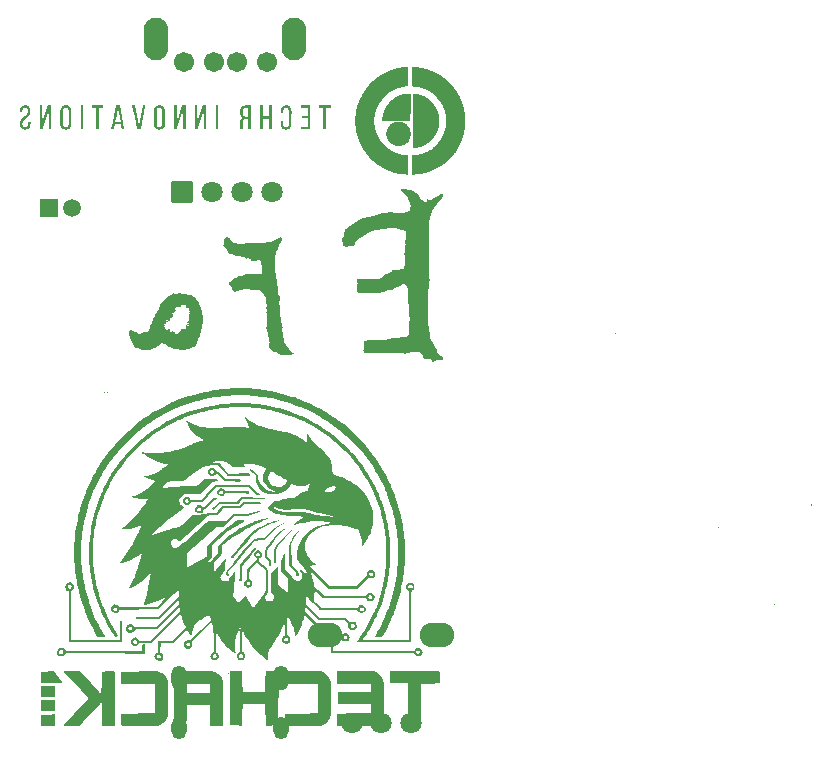
<source format=gbs>
G04 Layer: BottomSolderMaskLayer*
G04 EasyEDA Pro v2.2.45.4, 2026-01-19 10:00:02*
G04 Gerber Generator version 0.3*
G04 Scale: 100 percent, Rotated: No, Reflected: No*
G04 Dimensions in millimeters*
G04 Leading zeros omitted, absolute positions, 4 integers and 5 decimals*
G04 Generated by one-click*
%FSLAX45Y45*%
%MOMM*%
%AMRoundRect*1,1,$1,$2,$3*1,1,$1,$4,$5*1,1,$1,0-$2,0-$3*1,1,$1,0-$4,0-$5*20,1,$1,$2,$3,$4,$5,0*20,1,$1,$4,$5,0-$2,0-$3,0*20,1,$1,0-$2,0-$3,0-$4,0-$5,0*20,1,$1,0-$4,0-$5,$2,$3,0*4,1,4,$2,$3,$4,$5,0-$2,0-$3,0-$4,0-$5,$2,$3,0*%
%ADD10RoundRect,0.09618X-0.85271X0.85271X0.85271X0.85271*%
%ADD11C,1.8016*%
%ADD12C,1.80002*%
%ADD13O,2.90002X2.10002*%
%ADD14RoundRect,0.09516X-0.75322X0.70322X0.75322X0.70322*%
%ADD15C,1.5016*%
%ADD16O,2.1016X3.60159*%
%ADD17C,1.7016*%
%ADD18O,1.3041X1.9016*%
%ADD19O,1.3016X1.9016*%
%ADD20O,1.3016X2.1016*%
G75*


G04 Image Start*
G36*
G01X5028665Y-2149009D02*
G01X5009070Y-2152208D01*
G01X5003435Y-2143226D01*
G01X4997800Y-2134244D01*
G01X4988040Y-2133336D01*
G01X4978279Y-2132427D01*
G01X4971924Y-2126497D01*
G01X4965568Y-2120566D01*
G01X4956329Y-2123906D01*
G01X4947090Y-2127247D01*
G01X4935759Y-2127247D01*
G01X4931126Y-2122128D01*
G01X4926494Y-2117010D01*
G01X4926494Y-2096838D01*
G01X4964283Y-2096838D01*
G01X4976879Y-2102912D01*
G01X4976879Y-2107655D01*
G01X4986677Y-2107618D01*
G01X4969881Y-2096496D01*
G01X4964283Y-2096838D01*
G01X4964283Y-2096838D01*
G01X4926494Y-2096838D01*
G01X4926494Y-2091447D01*
G01X4905500Y-2080522D01*
G01X4892588Y-2073381D01*
G01X4879676Y-2066239D01*
G01X4811444Y-2073232D01*
G01X4805009Y-2079666D01*
G01X4785134Y-2080060D01*
G01X4773968Y-2084418D01*
G01X4765676Y-2080932D01*
G01X4757384Y-2077446D01*
G01X4750510Y-2080060D01*
G01X4743635Y-2082673D01*
G01X4713792Y-2076479D01*
G01X4703957Y-2079462D01*
G01X4678765Y-2079401D01*
G01X4601787Y-2077874D01*
G01X4524809Y-2076347D01*
G01X4509413Y-2076112D01*
G01X4494018Y-2075877D01*
G01X4484657Y-2077601D01*
G01X4475297Y-2079325D01*
G01X4465683Y-2074741D01*
G01X4456069Y-2070157D01*
G01X4447876Y-2074996D01*
G01X4439683Y-2079836D01*
G01X4432588Y-2078055D01*
G01X4425493Y-2076275D01*
G01X4422632Y-2065649D01*
G01X4419770Y-2055022D01*
G01X4422752Y-2047178D01*
G01X4425735Y-2039334D01*
G01X4422243Y-2018667D01*
G01X4425072Y-2016919D01*
G01X4427901Y-2015171D01*
G01X4426263Y-1995640D01*
G01X4424625Y-1976110D01*
G01X4440987Y-1976110D01*
G01X4452030Y-1968523D01*
G01X4466026Y-1967939D01*
G01X4480022Y-1967356D01*
G01X4484220Y-1967081D01*
G01X4488419Y-1966806D01*
G01X4535452Y-1968708D01*
G01X4582485Y-1970610D01*
G01X4586391Y-1971654D01*
G01X4601787Y-1969541D01*
G01X4617182Y-1967428D01*
G01X4621535Y-1961784D01*
G01X4625888Y-1956141D01*
G01X4633420Y-1959572D01*
G01X4640953Y-1963004D01*
G01X4646667Y-1957833D01*
G01X4652381Y-1952662D01*
G01X4684363Y-1953179D01*
G01X4694327Y-1953741D01*
G01X4704290Y-1954303D01*
G01X4718120Y-1949449D01*
G01X4731949Y-1944594D01*
G01X4780853Y-1943923D01*
G01X4803436Y-1921343D01*
G01X4805817Y-1899047D01*
G01X4808198Y-1876751D01*
G01X4807436Y-1849637D01*
G01X4806675Y-1822524D01*
G01X4803445Y-1817299D01*
G01X4809190Y-1810675D01*
G01X4814936Y-1804052D01*
G01X4813583Y-1790022D01*
G01X4812230Y-1775993D01*
G01X4810211Y-1764036D01*
G01X4808192Y-1752079D01*
G01X4806133Y-1750806D01*
G01X4804074Y-1749534D01*
G01X4806180Y-1703223D01*
G01X4807573Y-1695079D01*
G01X4808966Y-1686935D01*
G01X4806328Y-1678286D01*
G01X4803690Y-1669637D01*
G01X4800436Y-1657201D01*
G01X4797181Y-1644764D01*
G01X4795900Y-1611020D01*
G01X4794618Y-1577276D01*
G01X4793887Y-1544476D01*
G01X4793156Y-1511675D01*
G01X4784060Y-1501626D01*
G01X4771448Y-1497902D01*
G01X4758836Y-1494179D01*
G01X4749230Y-1497349D01*
G01X4739624Y-1500519D01*
G01X4734829Y-1505816D01*
G01X4730034Y-1511115D01*
G01X4711066Y-1516875D01*
G01X4692099Y-1522636D01*
G01X4688473Y-1527004D01*
G01X4684847Y-1531372D01*
G01X4672009Y-1537269D01*
G01X4659170Y-1543165D01*
G01X4631178Y-1545450D01*
G01X4611584Y-1553220D01*
G01X4583592Y-1560814D01*
G01X4555600Y-1568408D01*
G01X4482821Y-1568077D01*
G01X4410042Y-1567745D01*
G01X4402379Y-1570736D01*
G01X4394717Y-1573727D01*
G01X4382085Y-1567790D01*
G01X4369453Y-1561854D01*
G01X4368894Y-1551372D01*
G01X4368335Y-1540891D01*
G01X4368194Y-1531208D01*
G01X4368054Y-1521525D01*
G01X4369667Y-1504619D01*
G01X4371280Y-1487713D01*
G01X4367586Y-1478751D01*
G01X4363892Y-1469788D01*
G01X4366500Y-1462929D01*
G01X4369108Y-1456070D01*
G01X4372780Y-1453699D01*
G01X4376451Y-1451328D01*
G01X4463226Y-1451089D01*
G01X4550002Y-1450849D01*
G01X4560601Y-1446110D01*
G01X4571201Y-1441371D01*
G01X4610375Y-1413422D01*
G01X4622176Y-1408723D01*
G01X4633978Y-1404024D01*
G01X4639079Y-1397589D01*
G01X4644181Y-1391153D01*
G01X4666168Y-1391153D01*
G01X4666168Y-1374360D01*
G01X4668268Y-1374331D01*
G01X4670367Y-1374302D01*
G01X4694160Y-1373067D01*
G01X4717953Y-1371833D01*
G01X4734749Y-1370268D01*
G01X4751544Y-1368702D01*
G01X4767368Y-1362308D01*
G01X4765970Y-1356963D01*
G01X4764572Y-1351619D01*
G01X4773281Y-1330978D01*
G01X4774537Y-1293194D01*
G01X4775177Y-1273932D01*
G01X4792132Y-1273932D01*
G01X4792132Y-1281668D01*
G01X4796611Y-1284436D01*
G01X4796611Y-1271165D01*
G01X4792132Y-1273932D01*
G01X4792132Y-1273932D01*
G01X4775177Y-1273932D01*
G01X4775792Y-1255410D01*
G01X4767159Y-1227730D01*
G01X4769528Y-1224777D01*
G01X4771898Y-1221824D01*
G01X4772279Y-1200903D01*
G01X4772661Y-1179983D01*
G01X4778603Y-1157918D01*
G01X4775216Y-1145824D01*
G01X4771830Y-1133730D01*
G01X4775483Y-1124911D01*
G01X4779137Y-1116092D01*
G01X4779536Y-1049219D01*
G01X4776116Y-1046381D01*
G01X4772697Y-1043544D01*
G01X4762120Y-1040864D01*
G01X4751544Y-1038184D01*
G01X4732940Y-1033400D01*
G01X4728156Y-1029071D01*
G01X4723372Y-1024742D01*
G01X4692671Y-1020779D01*
G01X4661970Y-1016815D01*
G01X4633978Y-1020812D01*
G01X4605986Y-1024809D01*
G01X4573425Y-1027203D01*
G01X4570213Y-1029188D01*
G01X4567001Y-1031173D01*
G01X4555702Y-1033315D01*
G01X4544403Y-1035458D01*
G01X4530407Y-1038240D01*
G01X4516411Y-1041021D01*
G01X4475243Y-1058092D01*
G01X4467889Y-1058092D01*
G01X4455043Y-1063598D01*
G01X4442196Y-1069104D01*
G01X4438966Y-1076193D01*
G01X4435735Y-1083281D01*
G01X4425014Y-1083281D01*
G01X4406331Y-1093905D01*
G01X4387648Y-1104528D01*
G01X4379571Y-1108575D01*
G01X4371494Y-1112622D01*
G01X4366975Y-1119039D01*
G01X4362455Y-1125456D01*
G01X4347060Y-1145626D01*
G01X4347060Y-1159280D01*
G01X4330695Y-1175643D01*
G01X4294765Y-1175643D01*
G01X4282248Y-1179410D01*
G01X4269730Y-1183176D01*
G01X4259565Y-1174512D01*
G01X4249399Y-1165847D01*
G01X4245045Y-1146781D01*
G01X4240690Y-1127716D01*
G01X4241027Y-1125790D01*
G01X4241364Y-1123865D01*
G01X4249824Y-1098675D01*
G01X4252744Y-1093077D01*
G01X4255664Y-1087480D01*
G01X4256426Y-1072728D01*
G01X4257187Y-1057975D01*
G01X4262934Y-1049905D01*
G01X4268682Y-1041834D01*
G01X4268682Y-1027305D01*
G01X4281934Y-1027305D01*
G01X4296754Y-1004914D01*
G01X4306971Y-1004914D01*
G01X4315887Y-995118D01*
G01X4324802Y-985322D01*
G01X4332444Y-985322D01*
G01X4340255Y-975526D01*
G01X4348067Y-965730D01*
G01X4355993Y-965730D01*
G01X4373652Y-955935D01*
G01X4381565Y-949637D01*
G01X4389477Y-943340D01*
G01X4404597Y-943340D01*
G01X4410119Y-939526D01*
G01X4415640Y-935712D01*
G01X4435234Y-931856D01*
G01X4451330Y-929202D01*
G01X4467425Y-926547D01*
G01X4499616Y-922073D01*
G01X4508574Y-917313D01*
G01X4517533Y-912553D01*
G01X4521171Y-912535D01*
G01X4524809Y-912518D01*
G01X4533206Y-908107D01*
G01X4541604Y-903697D01*
G01X4589190Y-893541D01*
G01X4661970Y-888821D01*
G01X4667568Y-888961D01*
G01X4673166Y-889101D01*
G01X4709242Y-891390D01*
G01X4745319Y-893679D01*
G01X4761028Y-890442D01*
G01X4776737Y-887205D01*
G01X4806906Y-877567D01*
G01X4814117Y-866372D01*
G01X4817609Y-849225D01*
G01X4821101Y-832079D01*
G01X4816239Y-815639D01*
G01X4811376Y-799200D01*
G01X4809356Y-790803D01*
G01X4808927Y-786893D01*
G01X4794931Y-771794D01*
G01X4794931Y-761814D01*
G01X4785834Y-752119D01*
G01X4776737Y-742425D01*
G01X4769951Y-733028D01*
G01X4763165Y-723631D01*
G01X4752456Y-714317D01*
G01X4741747Y-705003D01*
G01X4741747Y-692564D01*
G01X4748465Y-685847D01*
G01X4768339Y-685800D01*
G01X4807528Y-694728D01*
G01X4821524Y-698544D01*
G01X4835520Y-702361D01*
G01X4843576Y-704043D01*
G01X4851631Y-705725D01*
G01X4867734Y-721083D01*
G01X4883838Y-736441D01*
G01X4891149Y-752427D01*
G01X4898459Y-768413D01*
G01X4918683Y-782407D01*
G01X4940265Y-801048D01*
G01X4945706Y-799321D01*
G01X4951146Y-797595D01*
G01X4955747Y-787901D01*
G01X4960347Y-778209D01*
G01X4965486Y-778209D01*
G01X4968752Y-784311D01*
G01X4972018Y-790413D01*
G01X4978896Y-781007D01*
G01X4989476Y-781007D01*
G01X5021547Y-766699D01*
G01X5053618Y-752390D01*
G01X5078456Y-733427D01*
G01X5091647Y-733427D01*
G01X5091594Y-751620D01*
G01X5083166Y-766314D01*
G01X5074738Y-781007D01*
G01X5069471Y-781007D01*
G01X5057418Y-793602D01*
G01X5037659Y-836984D01*
G01X5024346Y-836984D01*
G01X5017700Y-852378D01*
G01X5008486Y-862881D01*
G01X4999273Y-873385D01*
G01X4999211Y-881074D01*
G01X4999150Y-888763D01*
G01X4994151Y-899958D01*
G01X4989152Y-911153D01*
G01X4985978Y-926547D01*
G01X4982804Y-941940D01*
G01X4979538Y-958491D01*
G01X4976273Y-975042D01*
G01X4976758Y-999074D01*
G01X4977242Y-1023107D01*
G01X4977208Y-1025905D01*
G01X4977174Y-1028704D01*
G01X4975611Y-1053894D01*
G01X4974048Y-1079083D01*
G01X4971585Y-1126663D01*
G01X4978488Y-1166435D01*
G01X4977673Y-1280893D01*
G01X4976859Y-1395352D01*
G01X4976985Y-1406547D01*
G01X4977213Y-1442932D01*
G01X4980017Y-1451891D01*
G01X4982821Y-1460850D01*
G01X4979349Y-1467284D01*
G01X4975876Y-1473719D01*
G01X4976459Y-1493311D01*
G01X4977042Y-1512903D01*
G01X4974085Y-1528296D01*
G01X4971127Y-1543690D01*
G01X4967933Y-1622057D01*
G01X4965176Y-1661241D01*
G01X4965362Y-1685031D01*
G01X4965548Y-1708821D01*
G01X4965692Y-1750803D01*
G01X4965447Y-1759200D01*
G01X4966842Y-1794185D01*
G01X4968237Y-1829171D01*
G01X4971032Y-1847494D01*
G01X4972758Y-1850287D01*
G01X4974484Y-1853079D01*
G01X4976000Y-1874711D01*
G01X4977516Y-1896343D01*
G01X4986175Y-1913136D01*
G01X4987995Y-1948535D01*
G01X4996005Y-1971911D01*
G01X5008136Y-1990389D01*
G01X5020267Y-2008866D01*
G01X5030607Y-2030972D01*
G01X5040948Y-2053078D01*
G01X5044202Y-2068612D01*
G01X5063655Y-2090141D01*
G01X5063655Y-2095774D01*
G01X5067643Y-2099084D01*
G01X5071633Y-2102394D01*
G01X5079469Y-2103230D01*
G01X5087307Y-2104065D01*
G01X5092477Y-2113319D01*
G01X5097648Y-2122573D01*
G01X5092256Y-2129808D01*
G01X5086864Y-2137043D01*
G01X5063960Y-2139144D01*
G01X5041058Y-2141245D01*
G01X5028665Y-2149009D01*
G37*
G36*
G01X3829556Y-2084940D02*
G01X3820285Y-2090000D01*
G01X3811013Y-2095060D01*
G01X3764770Y-2094786D01*
G01X3718528Y-2094513D01*
G01X3701788Y-2082895D01*
G01X3685049Y-2071277D01*
G01X3658257Y-2071270D01*
G01X3652059Y-2064223D01*
G01X3645860Y-2057177D01*
G01X3631314Y-2041829D01*
G01X3624866Y-2020891D01*
G01X3621919Y-2011187D01*
G01X3618972Y-2001484D01*
G01X3622234Y-1995390D01*
G01X3625496Y-1989296D01*
G01X3622434Y-1979204D01*
G01X3619372Y-1969113D01*
G01X3613874Y-1920147D01*
G01X3608637Y-1910337D01*
G01X3606620Y-1893544D01*
G01X3604603Y-1876751D01*
G01X3600475Y-1872041D01*
G01X3596347Y-1867331D01*
G01X3598523Y-1858047D01*
G01X3600699Y-1848763D01*
G01X3601739Y-1764798D01*
G01X3603292Y-1758776D01*
G01X3604844Y-1752755D01*
G01X3601250Y-1740584D01*
G01X3597655Y-1728413D01*
G01X3600338Y-1720716D01*
G01X3603021Y-1713019D01*
G01X3600057Y-1704518D01*
G01X3597093Y-1696017D01*
G01X3601490Y-1683631D01*
G01X3599664Y-1642511D01*
G01X3597837Y-1601391D01*
G01X3579861Y-1583725D01*
G01X3561884Y-1566060D01*
G01X3555733Y-1558521D01*
G01X3549581Y-1550982D01*
G01X3537978Y-1547857D01*
G01X3526375Y-1544734D01*
G01X3503542Y-1543323D01*
G01X3480708Y-1541913D01*
G01X3447117Y-1539686D01*
G01X3406507Y-1532857D01*
G01X3398234Y-1538973D01*
G01X3389960Y-1545089D01*
G01X3379372Y-1545089D01*
G01X3369857Y-1548119D01*
G01X3360342Y-1551148D01*
G01X3349145Y-1555933D01*
G01X3342784Y-1557717D01*
G01X3336423Y-1559500D01*
G01X3328086Y-1557670D01*
G01X3319750Y-1555839D01*
G01X3299577Y-1513903D01*
G01X3295926Y-1512502D01*
G01X3292275Y-1511101D01*
G01X3283384Y-1483922D01*
G01X3285073Y-1479520D01*
G01X3286762Y-1475118D01*
G01X3291575Y-1475118D01*
G01X3305123Y-1463087D01*
G01X3318671Y-1451056D01*
G01X3328310Y-1447194D01*
G01X3337949Y-1443332D01*
G01X3347746Y-1435843D01*
G01X3357543Y-1428355D01*
G01X3388334Y-1425220D01*
G01X3396732Y-1420799D01*
G01X3405129Y-1416377D01*
G01X3410212Y-1416360D01*
G01X3415295Y-1416343D01*
G01X3421222Y-1413171D01*
G01X3427149Y-1409999D01*
G01X3477721Y-1409312D01*
G01X3528294Y-1408626D01*
G01X3531093Y-1407194D01*
G01X3546489Y-1406838D01*
G01X3561884Y-1406481D01*
G01X3560485Y-1364564D01*
G01X3559254Y-1351970D01*
G01X3558023Y-1339375D01*
G01X3556773Y-1320453D01*
G01X3555522Y-1301530D01*
G01X3552171Y-1297493D01*
G01X3548820Y-1293456D01*
G01X3539957Y-1293716D01*
G01X3531093Y-1293976D01*
G01X3509446Y-1296699D01*
G01X3487799Y-1299422D01*
G01X3473519Y-1295838D01*
G01X3470527Y-1289271D01*
G01X3467534Y-1282704D01*
G01X3456811Y-1279166D01*
G01X3446088Y-1275627D01*
G01X3437228Y-1277399D01*
G01X3428369Y-1279171D01*
G01X3414532Y-1268288D01*
G01X3388334Y-1264443D01*
G01X3374338Y-1259188D01*
G01X3356722Y-1258025D01*
G01X3339106Y-1256863D01*
G01X3309957Y-1243196D01*
G01X3299741Y-1241532D01*
G01X3289527Y-1239868D01*
G01X3276648Y-1224227D01*
G01X3263770Y-1208586D01*
G01X3263770Y-1201704D01*
G01X3235778Y-1169720D01*
G01X3235778Y-1165381D01*
G01X3238847Y-1162312D01*
G01X3239989Y-1151485D01*
G01X3241132Y-1140658D01*
G01X3242420Y-1133661D01*
G01X3243709Y-1126663D01*
G01X3243942Y-1117949D01*
G01X3244175Y-1109234D01*
G01X3251555Y-1101856D01*
G01X3258935Y-1094477D01*
G01X3274096Y-1094477D01*
G01X3281197Y-1100774D01*
G01X3288298Y-1107072D01*
G01X3292251Y-1114852D01*
G01X3296205Y-1122633D01*
G01X3311459Y-1135144D01*
G01X3326712Y-1147655D01*
G01X3335429Y-1147655D01*
G01X3341771Y-1141314D01*
G01X3350545Y-1144680D01*
G01X3350545Y-1156422D01*
G01X3405129Y-1153702D01*
G01X3419125Y-1150958D01*
G01X3433121Y-1148213D01*
G01X3469511Y-1146297D01*
G01X3505900Y-1144381D01*
G01X3514298Y-1147706D01*
G01X3522696Y-1151031D01*
G01X3554886Y-1151191D01*
G01X3587077Y-1151350D01*
G01X3603872Y-1142805D01*
G01X3615069Y-1140756D01*
G01X3626266Y-1138707D01*
G01X3634517Y-1137646D01*
G01X3642768Y-1136585D01*
G01X3645153Y-1132324D01*
G01X3647538Y-1128063D01*
G01X3657702Y-1128063D01*
G01X3664377Y-1122878D01*
G01X3671053Y-1117693D01*
G01X3701844Y-1107664D01*
G01X3712887Y-1100074D01*
G01X3722929Y-1100074D01*
G01X3727482Y-1109621D01*
G01X3732035Y-1119167D01*
G01X3720039Y-1134415D01*
G01X3720039Y-1142105D01*
G01X3703244Y-1165288D01*
G01X3703227Y-1168366D01*
G01X3703210Y-1171445D01*
G01X3698926Y-1179657D01*
G01X3694643Y-1187870D01*
G01X3695988Y-1191374D01*
G01X3697333Y-1194878D01*
G01X3687326Y-1207830D01*
G01X3682468Y-1221824D01*
G01X3677611Y-1235818D01*
G01X3671998Y-1272203D01*
G01X3671940Y-1311386D01*
G01X3673148Y-1354768D01*
G01X3674355Y-1398150D01*
G01X3676428Y-1402855D01*
G01X3678502Y-1407559D01*
G01X3680056Y-1437334D01*
G01X3683076Y-1445731D01*
G01X3686097Y-1454127D01*
G01X3689171Y-1472319D01*
G01X3692246Y-1490512D01*
G01X3698042Y-1521299D01*
G01X3697635Y-1541786D01*
G01X3697228Y-1562273D01*
G01X3700757Y-1576772D01*
G01X3704285Y-1591270D01*
G01X3707875Y-1595590D01*
G01X3711464Y-1599911D01*
G01X3713074Y-1618441D01*
G01X3714683Y-1636970D01*
G01X3711763Y-1638775D01*
G01X3708842Y-1640580D01*
G01X3708842Y-1663176D01*
G01X3714579Y-1671230D01*
G01X3720315Y-1679285D01*
G01X3717357Y-1684811D01*
G01X3714400Y-1690337D01*
G01X3715734Y-1726415D01*
G01X3717068Y-1762493D01*
G01X3719982Y-1770395D01*
G01X3722110Y-1815565D01*
G01X3728175Y-1834768D01*
G01X3731986Y-1847653D01*
G01X3735797Y-1860538D01*
G01X3729085Y-1879922D01*
G01X3733093Y-1890932D01*
G01X3737101Y-1901941D01*
G01X3742505Y-1932728D01*
G01X3745502Y-1959317D01*
G01X3748498Y-1985906D01*
G01X3755007Y-1994480D01*
G01X3761516Y-2003054D01*
G01X3765735Y-2013152D01*
G01X3769955Y-2023249D01*
G01X3787220Y-2041313D01*
G01X3787220Y-2049068D01*
G01X3796788Y-2054712D01*
G01X3806355Y-2060357D01*
G01X3810715Y-2067009D01*
G01X3815074Y-2073661D01*
G01X3821413Y-2074565D01*
G01X3827751Y-2075468D01*
G01X3828654Y-2080204D01*
G01X3829556Y-2084940D01*
G37*
G36*
G01X2614074Y-2051192D02*
G01X2584964Y-2055571D01*
G01X2566112Y-2055145D01*
G01X2547261Y-2054720D01*
G01X2536346Y-2048879D01*
G01X2523329Y-2048879D01*
G01X2516489Y-2037928D01*
G01X2505939Y-2035072D01*
G01X2495390Y-2032216D01*
G01X2479567Y-2016693D01*
G01X2468424Y-2002097D01*
G01X2457280Y-1987501D01*
G01X2450792Y-1964313D01*
G01X2444305Y-1941124D01*
G01X2438356Y-1926327D01*
G01X2432408Y-1911529D01*
G01X2432408Y-1895350D01*
G01X2439783Y-1889549D01*
G01X2447159Y-1883748D01*
G01X2462513Y-1883748D01*
G01X2466355Y-1888380D01*
G01X2470197Y-1893012D01*
G01X2488212Y-1900541D01*
G01X2501570Y-1900541D01*
G01X2516672Y-1914535D01*
G01X2529123Y-1914535D01*
G01X2543207Y-1907538D01*
G01X2805405Y-1907538D01*
G01X2808195Y-1911037D01*
G01X2810985Y-1914535D01*
G01X2814141Y-1914446D01*
G01X2817298Y-1914357D01*
G01X2811864Y-1910248D01*
G01X2806430Y-1906139D01*
G01X2815568Y-1906139D01*
G01X2819027Y-1911736D01*
G01X2824296Y-1911736D01*
G01X2824296Y-1906299D01*
G01X2806457Y-1901149D01*
G01X2806352Y-1901787D01*
G01X2805405Y-1907538D01*
G01X2805405Y-1907538D01*
G01X2543207Y-1907538D01*
G01X2545847Y-1906227D01*
G01X2562570Y-1897918D01*
G01X2575756Y-1897830D01*
G01X2588942Y-1897742D01*
G01X2594677Y-1890745D01*
G01X2601638Y-1882038D01*
G01X2601897Y-1881715D01*
G01X2703496Y-1881715D01*
G01X2707690Y-1885908D01*
G01X2707690Y-1885908D01*
G01X2711884Y-1890101D01*
G01X2719276Y-1884287D01*
G01X2726669Y-1878472D01*
G01X2720898Y-1878907D01*
G01X2715127Y-1879342D01*
G01X2715127Y-1886877D01*
G01X2709437Y-1883361D01*
G01X2711028Y-1880788D01*
G01X2712618Y-1878215D01*
G01X2703496Y-1881715D01*
G01X2601897Y-1881715D01*
G01X2608600Y-1873331D01*
G01X2609428Y-1871153D01*
G01X2712552Y-1871153D01*
G01X2712770Y-1876751D01*
G01X2714287Y-1872936D01*
G01X2715804Y-1869121D01*
G01X2718448Y-1872936D01*
G01X2721092Y-1876751D01*
G01X2720218Y-1873642D01*
G01X2723368Y-1873642D01*
G01X2727704Y-1876068D01*
G01X2732040Y-1878494D01*
G01X2730416Y-1881121D01*
G01X2728792Y-1883748D01*
G01X2728792Y-1883748D01*
G01X2734721Y-1883748D01*
G01X2734721Y-1877750D01*
G01X2730855Y-1873886D01*
G01X2726990Y-1870020D01*
G01X2723368Y-1873642D01*
G01X2720218Y-1873642D01*
G01X2717560Y-1864192D01*
G01X2722642Y-1865837D01*
G01X2727723Y-1867483D01*
G01X2723606Y-1864572D01*
G01X2720254Y-1862203D01*
G01X2728289Y-1862203D01*
G01X2730242Y-1864156D01*
G01X2734721Y-1864156D01*
G01X2734721Y-1858228D01*
G01X2731446Y-1860252D01*
G01X2731446Y-1860252D01*
G01X2728289Y-1862203D01*
G01X2720254Y-1862203D01*
G01X2719488Y-1861662D01*
G01X2723618Y-1857532D01*
G01X2728227Y-1862141D01*
G01X2730364Y-1856918D01*
G01X2732557Y-1851562D01*
G01X2735374Y-1841766D01*
G01X2739972Y-1841766D01*
G01X2739565Y-1847169D01*
G01X2739157Y-1852573D01*
G01X2734721Y-1849832D01*
G01X2734721Y-1855760D01*
G01X2739120Y-1855760D01*
G01X2739120Y-1866955D01*
G01X2731592Y-1866955D01*
G01X2735108Y-1872644D01*
G01X2741185Y-1868889D01*
G01X2737582Y-1874717D01*
G01X2741750Y-1878176D01*
G01X2745918Y-1881635D01*
G01X2745961Y-1879193D01*
G01X2746004Y-1876751D01*
G01X2750951Y-1884564D01*
G01X2761314Y-1880229D01*
G01X2773910Y-1879365D01*
G01X2773910Y-1884681D01*
G01X2777507Y-1881084D01*
G01X2771200Y-1873486D01*
G01X2779508Y-1873486D01*
G01X2779508Y-1880949D01*
G01X2785213Y-1880949D01*
G01X2783552Y-1887567D01*
G01X2781891Y-1894185D01*
G01X2785877Y-1895714D01*
G01X2789862Y-1897243D01*
G01X2807299Y-1896036D01*
G01X2806476Y-1901030D01*
G01X2818239Y-1900541D01*
G01X2827095Y-1903939D01*
G01X2827095Y-1913850D01*
G01X2827095Y-1913850D01*
G01X2830620Y-1916775D01*
G01X2834146Y-1919701D01*
G01X2843917Y-1917644D01*
G01X2853687Y-1915586D01*
G01X2852865Y-1910862D01*
G01X2852042Y-1906139D01*
G01X2857419Y-1906139D01*
G01X2860243Y-1913136D01*
G01X2860464Y-1908238D01*
G01X2860685Y-1903340D01*
G01X2852288Y-1903340D01*
G01X2852288Y-1897918D01*
G01X2856522Y-1899543D01*
G01X2860756Y-1901167D01*
G01X2868438Y-1894793D01*
G01X2871989Y-1908938D01*
G01X2877262Y-1908938D01*
G01X2883007Y-1902772D01*
G01X2888752Y-1896607D01*
G01X2884182Y-1894050D01*
G01X2879613Y-1891493D01*
G01X2877295Y-1895244D01*
G01X2874977Y-1898994D01*
G01X2877927Y-1900817D01*
G01X2880877Y-1902640D01*
G01X2878072Y-1904374D01*
G01X2875268Y-1906107D01*
G01X2873693Y-1902003D01*
G01X2872118Y-1897900D01*
G01X2877052Y-1883748D01*
G01X2885878Y-1883748D01*
G01X2885878Y-1892145D01*
G01X2891146Y-1892145D01*
G01X2894662Y-1886456D01*
G01X2899874Y-1889676D01*
G01X2899874Y-1880619D01*
G01X2905472Y-1884078D01*
G01X2905472Y-1877820D01*
G01X2911936Y-1881814D01*
G01X2908266Y-1875877D01*
G01X2902670Y-1877340D01*
G01X2897075Y-1878803D01*
G01X2897075Y-1883748D01*
G01X2897075Y-1883748D01*
G01X2885878Y-1883748D01*
G01X2877052Y-1883748D01*
G01X2878052Y-1880879D01*
G01X2876377Y-1876513D01*
G01X2874701Y-1872146D01*
G01X2879590Y-1873215D01*
G01X2884478Y-1874285D01*
G01X2882998Y-1882349D01*
G01X2886752Y-1877579D01*
G01X2890507Y-1872809D01*
G01X2910756Y-1874104D01*
G01X2912755Y-1876103D01*
G01X2914754Y-1878102D01*
G01X2918222Y-1875225D01*
G01X2921689Y-1872347D01*
G01X2920336Y-1866152D01*
G01X2918983Y-1859958D01*
G01X2921724Y-1863835D01*
G01X2924465Y-1867711D01*
G01X2927792Y-1861496D01*
G01X2931119Y-1855280D01*
G01X2927866Y-1852028D01*
G01X2927866Y-1858559D01*
G01X2918349Y-1858559D01*
G01X2925067Y-1851841D01*
G01X2924509Y-1840366D01*
G01X2920026Y-1854360D01*
G01X2919747Y-1847672D01*
G01X2919468Y-1840983D01*
G01X2929265Y-1833355D01*
G01X2924335Y-1835073D01*
G01X2919405Y-1836791D01*
G01X2921129Y-1832297D01*
G01X2922854Y-1827804D01*
G01X2925360Y-1829352D01*
G01X2927866Y-1830901D01*
G01X2927866Y-1819833D01*
G01X2931264Y-1810978D01*
G01X2939380Y-1810978D01*
G01X2930665Y-1823419D01*
G01X2930665Y-1827394D01*
G01X2936136Y-1829130D01*
G01X2941607Y-1830867D01*
G01X2938486Y-1837715D01*
G01X2935365Y-1844564D01*
G01X2926466Y-1844650D01*
G01X2934864Y-1850020D01*
G01X2939918Y-1838967D01*
G01X2944166Y-1838967D01*
G01X2943469Y-1834220D01*
G01X2942772Y-1829474D01*
G01X2939518Y-1828390D01*
G01X2936263Y-1827305D01*
G01X2936263Y-1819375D01*
G01X2941862Y-1819375D01*
G01X2941862Y-1822174D01*
G01X2947263Y-1822174D01*
G01X2953256Y-1810978D01*
G01X2947460Y-1810978D01*
G01X2947460Y-1819375D01*
G01X2947460Y-1819375D01*
G01X2941862Y-1819375D01*
G01X2936263Y-1819375D01*
G01X2936263Y-1819199D01*
G01X2944889Y-1815890D01*
G01X2943674Y-1808180D01*
G01X2944837Y-1808180D01*
G01X2949606Y-1808180D01*
G01X2949606Y-1808180D01*
G01X2952537Y-1796976D01*
G01X2949998Y-1798545D01*
G01X2947995Y-1799783D01*
G01X2944837Y-1808180D01*
G01X2943674Y-1808180D01*
G01X2943620Y-1807836D01*
G01X2942350Y-1799783D01*
G01X2947460Y-1799783D01*
G01X2947460Y-1791387D01*
G01X2941209Y-1791387D01*
G01X2942906Y-1785789D01*
G01X2944440Y-1785789D01*
G01X2948050Y-1789705D01*
G01X2951659Y-1793621D01*
G01X2952960Y-1792370D01*
G01X2954260Y-1791118D01*
G01X2954726Y-1783556D01*
G01X2955191Y-1775993D01*
G01X2949992Y-1767596D01*
G01X2951825Y-1774244D01*
G01X2953659Y-1780892D01*
G01X2950559Y-1778977D01*
G01X2947460Y-1777062D01*
G01X2947460Y-1782523D01*
G01X2954458Y-1785347D01*
G01X2949449Y-1785568D01*
G01X2944440Y-1785789D01*
G01X2944440Y-1785789D01*
G01X2942906Y-1785789D01*
G01X2943118Y-1785089D01*
G01X2945027Y-1778792D01*
G01X2946486Y-1773194D01*
G01X2947946Y-1767596D01*
G01X2942365Y-1775509D01*
G01X2942813Y-1763156D01*
G01X2943199Y-1752533D01*
G01X2947460Y-1752533D01*
G01X2947460Y-1766197D01*
G01X2949624Y-1766197D01*
G01X2950835Y-1757948D01*
G01X2952046Y-1749700D01*
G01X2949753Y-1751116D01*
G01X2949753Y-1751116D01*
G01X2947460Y-1752533D01*
G01X2943199Y-1752533D01*
G01X2943261Y-1750803D01*
G01X2953915Y-1741008D01*
G01X2947460Y-1741008D01*
G01X2947460Y-1729812D01*
G01X2940462Y-1729727D01*
G01X2948860Y-1724300D01*
G01X2945535Y-1724257D01*
G01X2942210Y-1724215D01*
G01X2942632Y-1718617D01*
G01X2943053Y-1713019D01*
G01X2947460Y-1713019D01*
G01X2947460Y-1707091D01*
G01X2944699Y-1708797D01*
G01X2941938Y-1710504D01*
G01X2943927Y-1693427D01*
G01X2939395Y-1693005D01*
G01X2934864Y-1692583D01*
G01X2927166Y-1693184D01*
G01X2919468Y-1693785D01*
G01X2919468Y-1686430D01*
G01X2922887Y-1686430D01*
G01X2928998Y-1690259D01*
G01X2931109Y-1688955D01*
G01X2933220Y-1687650D01*
G01X2931691Y-1683666D01*
G01X2930162Y-1679683D01*
G01X2926525Y-1683056D01*
G01X2926525Y-1683056D01*
G01X2922887Y-1686430D01*
G01X2919468Y-1686430D01*
G01X2919468Y-1667639D01*
G01X2911071Y-1670861D01*
G01X2910850Y-1667450D01*
G01X2910629Y-1664040D01*
G01X2909111Y-1667855D01*
G01X2907594Y-1671670D01*
G01X2905133Y-1667855D01*
G01X2902673Y-1664040D01*
G01X2898474Y-1669637D01*
G01X2888677Y-1670354D01*
G01X2878880Y-1671072D01*
G01X2883079Y-1668298D01*
G01X2887278Y-1665525D01*
G01X2880610Y-1665439D01*
G01X2877093Y-1671128D01*
G01X2874994Y-1669831D01*
G01X2872895Y-1668533D01*
G01X2874164Y-1677180D01*
G01X2875433Y-1685826D01*
G01X2872632Y-1684095D01*
G01X2869831Y-1682364D01*
G01X2865126Y-1687562D01*
G01X2860421Y-1692761D01*
G01X2847743Y-1692108D01*
G01X2835065Y-1691456D01*
G01X2831259Y-1695261D01*
G01X2827453Y-1699066D01*
G01X2828932Y-1708174D01*
G01X2830410Y-1717282D01*
G01X2824857Y-1722307D01*
G01X2819305Y-1727331D01*
G01X2820727Y-1732770D01*
G01X2822149Y-1738209D01*
G01X2810300Y-1738209D01*
G01X2810079Y-1734710D01*
G01X2809858Y-1731212D01*
G01X2808229Y-1735360D01*
G01X2806601Y-1739508D01*
G01X2802826Y-1743282D01*
G01X2799051Y-1747056D01*
G01X2800826Y-1749929D01*
G01X2802602Y-1752800D01*
G01X2804739Y-1749343D01*
G01X2806876Y-1745886D01*
G01X2806518Y-1754642D01*
G01X2806160Y-1763398D01*
G01X2801385Y-1763398D01*
G01X2787051Y-1774672D01*
G01X2785909Y-1773530D01*
G01X2784767Y-1772388D01*
G01X2798763Y-1758394D01*
G01X2800481Y-1760111D01*
G01X2802198Y-1761828D01*
G01X2800279Y-1756827D01*
G01X2798359Y-1751827D01*
G01X2794820Y-1756401D01*
G01X2788451Y-1763699D01*
G01X2782082Y-1770996D01*
G01X2779478Y-1787188D01*
G01X2782432Y-1782290D01*
G01X2785385Y-1777392D01*
G01X2790939Y-1777392D01*
G01X2796948Y-1771795D01*
G01X2802958Y-1766197D01*
G01X2807500Y-1766197D01*
G01X2807500Y-1771795D01*
G01X2802958Y-1771795D01*
G01X2790633Y-1783276D01*
G01X2787870Y-1781568D01*
G01X2785107Y-1779861D01*
G01X2785107Y-1791717D01*
G01X2779517Y-1788263D01*
G01X2780908Y-1801182D01*
G01X2782976Y-1802728D01*
G01X2785044Y-1804273D01*
G01X2775272Y-1804550D01*
G01X2765501Y-1804827D01*
G01X2762101Y-1799327D01*
G01X2768445Y-1800255D01*
G01X2774789Y-1801182D01*
G01X2775935Y-1797826D01*
G01X2777081Y-1794469D01*
G01X2760221Y-1799304D01*
G01X2759258Y-1796416D01*
G01X2758295Y-1793527D01*
G01X2742167Y-1817975D01*
G01X2746842Y-1814134D01*
G01X2751516Y-1810293D01*
G01X2751516Y-1813137D01*
G01X2747335Y-1821154D01*
G01X2743153Y-1829171D01*
G01X2742804Y-1826372D01*
G01X2742456Y-1823573D01*
G01X2742973Y-1820774D01*
G01X2743490Y-1817975D01*
G01X2738830Y-1822550D01*
G01X2734169Y-1827124D01*
G01X2733745Y-1834405D01*
G01X2733322Y-1841686D01*
G01X2729413Y-1841026D01*
G01X2725505Y-1840366D01*
G01X2724133Y-1844311D01*
G01X2722760Y-1848255D01*
G01X2727341Y-1846498D01*
G01X2731922Y-1844740D01*
G01X2731922Y-1846905D01*
G01X2728524Y-1855760D01*
G01X2720904Y-1855760D01*
G01X2712552Y-1871153D01*
G01X2609428Y-1871153D01*
G01X2611478Y-1865763D01*
G01X2614356Y-1858194D01*
G01X2614356Y-1845334D01*
G01X2631151Y-1824203D01*
G01X2631245Y-1817975D01*
G01X2640572Y-1794982D01*
G01X2649899Y-1771988D01*
G01X2652779Y-1768393D01*
G01X2655658Y-1764798D01*
G01X2659828Y-1750803D01*
G01X2662875Y-1747006D01*
G01X2665922Y-1743209D01*
G01X2669456Y-1737210D01*
G01X2672989Y-1731212D01*
G01X2673654Y-1729812D01*
G01X2810300Y-1729812D01*
G01X2815245Y-1729812D01*
G01X2818701Y-1720016D01*
G01X2820341Y-1715818D01*
G01X2821982Y-1711620D01*
G01X2810336Y-1728413D01*
G01X2810300Y-1729812D01*
G01X2810300Y-1729812D01*
G01X2673654Y-1729812D01*
G01X2681452Y-1713402D01*
G01X2684293Y-1711646D01*
G01X2687135Y-1709890D01*
G01X2687135Y-1696931D01*
G01X2690656Y-1690629D01*
G01X2838292Y-1690629D01*
G01X2843890Y-1690629D01*
G01X2843890Y-1684345D01*
G01X2848539Y-1688187D01*
G01X2848539Y-1688187D01*
G01X2853187Y-1692028D01*
G01X2845752Y-1680088D01*
G01X2838505Y-1686430D01*
G01X2838398Y-1688529D01*
G01X2838292Y-1690629D01*
G01X2690656Y-1690629D01*
G01X2694760Y-1683284D01*
G01X2696633Y-1679931D01*
G01X2849752Y-1679931D01*
G01X2853093Y-1685280D01*
G01X2856433Y-1690629D01*
G01X2856433Y-1690629D01*
G01X2861371Y-1690629D01*
G01X2857830Y-1686363D01*
G01X2854289Y-1682097D01*
G01X2856240Y-1680146D01*
G01X2858190Y-1678196D01*
G01X2860795Y-1682313D01*
G01X2863399Y-1686430D01*
G01X2863484Y-1679763D01*
G01X2860938Y-1678190D01*
G01X2858391Y-1676616D01*
G01X2849752Y-1679931D01*
G01X2696633Y-1679931D01*
G01X2702385Y-1669637D01*
G01X2738159Y-1624856D01*
G01X2764113Y-1597875D01*
G01X2776709Y-1592105D01*
G01X2789306Y-1586335D01*
G01X2796739Y-1580109D01*
G01X2804172Y-1573884D01*
G01X2824731Y-1575095D01*
G01X2845290Y-1576305D01*
G01X2856440Y-1573876D01*
G01X2867592Y-1571447D01*
G01X2888631Y-1574929D01*
G01X2909671Y-1578411D01*
G01X2949683Y-1587026D01*
G01X2960057Y-1590685D01*
G01X2974835Y-1597275D01*
G01X2989614Y-1603865D01*
G01X2994870Y-1603865D01*
G01X3006155Y-1619139D01*
G01X3017440Y-1634413D01*
G01X3017440Y-1639393D01*
G01X3028637Y-1652301D01*
G01X3028637Y-1661957D01*
G01X3037118Y-1680833D01*
G01X3039502Y-1685031D01*
G01X3041886Y-1689229D01*
G01X3045371Y-1699025D01*
G01X3048856Y-1708821D01*
G01X3051464Y-1727013D01*
G01X3054072Y-1745206D01*
G01X3061822Y-1761999D01*
G01X3059801Y-1823573D01*
G01X3056937Y-1837567D01*
G01X3054072Y-1851562D01*
G01X3045978Y-1899906D01*
G01X3041820Y-1906521D01*
G01X3037663Y-1913136D01*
G01X3035807Y-1923712D01*
G01X3033952Y-1934288D01*
G01X3023581Y-1952320D01*
G01X3021585Y-1962115D01*
G01X3019588Y-1971911D01*
G01X3010409Y-1991503D01*
G01X3001231Y-2011095D01*
G01X2993240Y-2018326D01*
G01X2985249Y-2025558D01*
G01X2974592Y-2031621D01*
G01X2963936Y-2037684D01*
G01X2956613Y-2037684D01*
G01X2942378Y-2048879D01*
G01X2920831Y-2048879D01*
G01X2911052Y-2051740D01*
G01X2901274Y-2054602D01*
G01X2884478Y-2054865D01*
G01X2867683Y-2055128D01*
G01X2848455Y-2047805D01*
G01X2829227Y-2040483D01*
G01X2812563Y-2040483D01*
G01X2797703Y-2032825D01*
G01X2779508Y-2024287D01*
G01X2761314Y-2015749D01*
G01X2754527Y-2008524D01*
G01X2747741Y-2001299D01*
G01X2729808Y-2001299D01*
G01X2722839Y-1992903D01*
G01X2715189Y-1992903D01*
G01X2698691Y-2005448D01*
G01X2682193Y-2017994D01*
G01X2654056Y-2032124D01*
G01X2636550Y-2035625D01*
G01X2633680Y-2040987D01*
G01X2630810Y-2046349D01*
G01X2625777Y-2044752D01*
G01X2620745Y-2043155D01*
G01X2614074Y-2051192D01*
G37*
G36*
G01X2756429Y-1816576D02*
G01X2761513Y-1816576D01*
G01X2761513Y-1827771D01*
G01X2759628Y-1827771D01*
G01X2755572Y-1818065D01*
G01X2751516Y-1808359D01*
G01X2751516Y-1805557D01*
G01X2756174Y-1807344D01*
G01X2760832Y-1809131D01*
G01X2758563Y-1805157D01*
G01X2756293Y-1801182D01*
G01X2763595Y-1807942D01*
G01X2760012Y-1812259D01*
G01X2756429Y-1816576D01*
G37*
G36*
G01X2826234Y-1737204D02*
G01X2824296Y-1739142D01*
G01X2824296Y-1727344D01*
G01X2829911Y-1723874D01*
G01X2829042Y-1729570D01*
G01X2828172Y-1735266D01*
G01X2826234Y-1737204D01*
G37*
G36*
G01X8221151Y-3369929D02*
G01X8212753Y-3369929D01*
G01X8212753Y-3364789D01*
G01X8209355Y-3355935D01*
G01X8215355Y-3355935D01*
G01X8218253Y-3361349D01*
G01X8221151Y-3366762D01*
G01X8221151Y-3369929D01*
G37*
G36*
G01X6560896Y-1920133D02*
G01X6552828Y-1920133D01*
G01X6552828Y-1912067D01*
G01X6555871Y-1910186D01*
G01X6558915Y-1908306D01*
G01X6564657Y-1914047D01*
G01X6562776Y-1917090D01*
G01X6560896Y-1920133D01*
G37*
G36*
G01X2236464Y-2418325D02*
G01X2225597Y-2418325D01*
G01X2224049Y-2415820D01*
G01X2222500Y-2413314D01*
G01X2226935Y-2411612D01*
G01X2231371Y-2409911D01*
G01X2233917Y-2411485D01*
G01X2236464Y-2413058D01*
G01X2236464Y-2418325D01*
G37*
G36*
G01X4954486Y-769812D02*
G01X4946418Y-769812D01*
G01X4943441Y-764995D01*
G01X4945231Y-763205D01*
G01X4947021Y-761416D01*
G01X4954486Y-761416D01*
G01X4954486Y-769812D01*
G37*
G36*
G01X2258527Y-2418325D02*
G01X2247661Y-2418325D01*
G01X2247661Y-2412728D01*
G01X2261987Y-2412728D01*
G01X2258527Y-2418325D01*
G37*
G36*
G01X3274500Y-4791737D02*
G01X3283364Y-4791737D01*
G01X3283364Y-4800600D01*
G01X3280040Y-4799492D01*
G01X3276716Y-4798384D01*
G01X3275608Y-4795061D01*
G01X3274500Y-4791737D01*
G37*
G36*
G01X7431777Y-3557451D02*
G01X7423379Y-3557451D01*
G01X7423379Y-3552786D01*
G01X7425245Y-3550920D01*
G01X7427111Y-3549055D01*
G01X7431777Y-3549055D01*
G01X7431777Y-3557451D01*
G37*
G36*
G01X7907640Y-4209579D02*
G01X7899243Y-4209579D01*
G01X7899243Y-4203982D01*
G01X7907640Y-4203982D01*
G01X7907640Y-4209579D01*
G37*
G36*
G01X4586292Y-4472467D02*
G01X4581030Y-4478113D01*
G01X4575769Y-4483758D01*
G01X4518244Y-4483758D01*
G01X4515083Y-4478645D01*
G01X4524459Y-4462545D01*
G01X4533835Y-4446445D01*
G01X4545288Y-4425715D01*
G01X4556742Y-4404986D01*
G01X4602919Y-4311013D01*
G01X4607198Y-4301339D01*
G01X4611477Y-4291665D01*
G01X4622967Y-4262772D01*
G01X4634456Y-4233878D01*
G01X4643698Y-4206112D01*
G01X4652941Y-4178345D01*
G01X4661506Y-4147942D01*
G01X4670070Y-4117539D01*
G01X4675071Y-4098191D01*
G01X4677890Y-4087135D01*
G01X4680708Y-4076080D01*
G01X4686306Y-4051204D01*
G01X4691699Y-4023565D01*
G01X4694674Y-4006291D01*
G01X4697648Y-3989016D01*
G01X4702860Y-3957231D01*
G01X4708657Y-3901953D01*
G01X4711455Y-3871550D01*
G01X4714253Y-3841147D01*
G01X4714246Y-3762846D01*
G01X4714238Y-3684546D01*
G01X4711456Y-3657817D01*
G01X4708674Y-3631089D01*
G01X4705705Y-3603450D01*
G01X4702737Y-3575810D01*
G01X4698119Y-3550935D01*
G01X4691695Y-3509476D01*
G01X4686975Y-3487365D01*
G01X4680670Y-3459726D01*
G01X4674892Y-3434851D01*
G01X4670113Y-3418267D01*
G01X4658150Y-3376808D01*
G01X4639923Y-3321530D01*
G01X4623589Y-3277307D01*
G01X4620590Y-3269698D01*
G01X4617591Y-3262088D01*
G01X4612351Y-3250350D01*
G01X4607112Y-3238612D01*
G01X4599224Y-3220647D01*
G01X4591336Y-3202681D01*
G01X4554655Y-3130820D01*
G01X4548729Y-3120455D01*
G01X4542803Y-3110090D01*
G01X4531095Y-3089361D01*
G01X4525889Y-3082024D01*
G01X4520683Y-3074688D01*
G01X4520683Y-3071233D01*
G01X4498164Y-3037456D01*
G01X4475645Y-3003679D01*
G01X4421587Y-2931817D01*
G01X4379053Y-2882067D01*
G01X4346485Y-2848900D01*
G01X4313918Y-2815733D01*
G01X4294945Y-2797574D01*
G01X4275973Y-2779416D01*
G01X4245399Y-2753352D01*
G01X4214825Y-2727287D01*
G01X4205504Y-2720378D01*
G01X4196182Y-2713468D01*
G01X4189071Y-2707712D01*
G01X4181960Y-2701957D01*
G01X4146014Y-2677913D01*
G01X4126659Y-2662746D01*
G01X4079652Y-2633805D01*
G01X4063062Y-2623643D01*
G01X4046471Y-2613481D01*
G01X4002816Y-2589786D01*
G01X3949693Y-2563212D01*
G01X3930960Y-2554731D01*
G01X3912226Y-2546251D01*
G01X3909764Y-2546251D01*
G01X3893782Y-2538941D01*
G01X3877801Y-2531631D01*
G01X3855681Y-2523560D01*
G01X3833560Y-2515490D01*
G01X3797614Y-2503359D01*
G01X3761668Y-2491229D01*
G01X3728487Y-2482317D01*
G01X3678716Y-2469734D01*
G01X3648300Y-2463499D01*
G01X3634474Y-2460861D01*
G01X3620649Y-2458224D01*
G01X3587468Y-2452544D01*
G01X3554287Y-2447195D01*
G01X3501750Y-2441215D01*
G01X3475011Y-2438455D01*
G01X3448271Y-2435694D01*
G01X3307011Y-2435694D01*
G01X3278569Y-2438515D01*
G01X3250128Y-2441337D01*
G01X3222477Y-2444225D01*
G01X3194827Y-2447112D01*
G01X3158880Y-2452493D01*
G01X3125699Y-2458224D01*
G01X3100814Y-2462836D01*
G01X3084223Y-2466285D01*
G01X3067633Y-2469734D01*
G01X3042747Y-2476079D01*
G01X3017861Y-2482423D01*
G01X3004036Y-2485994D01*
G01X2976385Y-2494243D01*
G01X2948734Y-2502491D01*
G01X2907258Y-2516661D01*
G01X2879607Y-2527560D01*
G01X2851957Y-2538458D01*
G01X2840896Y-2543422D01*
G01X2829836Y-2548385D01*
G01X2802185Y-2560763D01*
G01X2746883Y-2587680D01*
G01X2726145Y-2599087D01*
G01X2705407Y-2610494D01*
G01X2690199Y-2619434D01*
G01X2674991Y-2628375D01*
G01X2651488Y-2642868D01*
G01X2627985Y-2657361D01*
G01X2610012Y-2670470D01*
G01X2592039Y-2683579D01*
G01X2564388Y-2702068D01*
G01X2481436Y-2768746D01*
G01X2376363Y-2872808D01*
G01X2357955Y-2894021D01*
G01X2339548Y-2915234D01*
G01X2300061Y-2964984D01*
G01X2296439Y-2969393D01*
G01X2292816Y-2973801D01*
G01X2269116Y-3009207D01*
G01X2264203Y-3014735D01*
G01X2259290Y-3020263D01*
G01X2239303Y-3052048D01*
G01X2219315Y-3083833D01*
G01X2209075Y-3101798D01*
G01X2203126Y-3112163D01*
G01X2197177Y-3122528D01*
G01X2187911Y-3139111D01*
G01X2178646Y-3155695D01*
G01X2163110Y-3187480D01*
G01X2147575Y-3219265D01*
G01X2141241Y-3233085D01*
G01X2134907Y-3246904D01*
G01X2111721Y-3304946D01*
G01X2099988Y-3340877D01*
G01X2088255Y-3376808D01*
G01X2084748Y-3389246D01*
G01X2081240Y-3401684D01*
G01X2078997Y-3408593D01*
G01X2076754Y-3415503D01*
G01X2068524Y-3450052D01*
G01X2060294Y-3484601D01*
G01X2057021Y-3501185D01*
G01X2053748Y-3517768D01*
G01X2051292Y-3530479D01*
G01X2047507Y-3553145D01*
G01X2043723Y-3575810D01*
G01X2040665Y-3602068D01*
G01X2037607Y-3628325D01*
G01X2034859Y-3651567D01*
G01X2032110Y-3674809D01*
G01X2032110Y-3855469D01*
G01X2034859Y-3878711D01*
G01X2037607Y-3901953D01*
G01X2040533Y-3928210D01*
G01X2043458Y-3954467D01*
G01X2049012Y-3990398D01*
G01X2051395Y-4002836D01*
G01X2053779Y-4015274D01*
G01X2060131Y-4051204D01*
G01X2065640Y-4076080D01*
G01X2068204Y-4085753D01*
G01X2070768Y-4095427D01*
G01X2093369Y-4175581D01*
G01X2099894Y-4194928D01*
G01X2106419Y-4214276D01*
G01X2122707Y-4258498D01*
G01X2140440Y-4302721D01*
G01X2151523Y-4327596D01*
G01X2178691Y-4382875D01*
G01X2190968Y-4405778D01*
G01X2203245Y-4428681D01*
G01X2217407Y-4453418D01*
G01X2231569Y-4478155D01*
G01X2229837Y-4480956D01*
G01X2228105Y-4483758D01*
G01X2167864Y-4483758D01*
G01X2148729Y-4451122D01*
G01X2126903Y-4407325D01*
G01X2105078Y-4363527D01*
G01X2092304Y-4334506D01*
G01X2079531Y-4305485D01*
G01X2072157Y-4286138D01*
G01X2064783Y-4266790D01*
G01X2062529Y-4261262D01*
G01X2060275Y-4255734D01*
G01X2050873Y-4230859D01*
G01X2045389Y-4214276D01*
G01X2039904Y-4197692D01*
G01X2028934Y-4161761D01*
G01X2023773Y-4142414D01*
G01X2018613Y-4123066D01*
G01X2017228Y-4117539D01*
G01X2015842Y-4112011D01*
G01X2010000Y-4087135D01*
G01X2004158Y-4062260D01*
G01X2001768Y-4051204D01*
G01X1999379Y-4040149D01*
G01X1993567Y-4009746D01*
G01X1988075Y-3973815D01*
G01X1985322Y-3954467D01*
G01X1982569Y-3935120D01*
G01X1979716Y-3907481D01*
G01X1976864Y-3879842D01*
G01X1973870Y-3823295D01*
G01X1970877Y-3766748D01*
G01X1973838Y-3709974D01*
G01X1976799Y-3653200D01*
G01X1979750Y-3625561D01*
G01X1982701Y-3597922D01*
G01X1987743Y-3563349D01*
G01X1994045Y-3523296D01*
G01X2000962Y-3488747D01*
G01X2007879Y-3454198D01*
G01X2012317Y-3434851D01*
G01X2018257Y-3412739D01*
G01X2024197Y-3390628D01*
G01X2028889Y-3374044D01*
G01X2039904Y-3338113D01*
G01X2051031Y-3304946D01*
G01X2059244Y-3282835D01*
G01X2067457Y-3260724D01*
G01X2070515Y-3252960D01*
G01X2073574Y-3245196D01*
G01X2087412Y-3214955D01*
G01X2087412Y-3212040D01*
G01X2110925Y-3164520D01*
G01X2134438Y-3117000D01*
G01X2152936Y-3083833D01*
G01X2158498Y-3074159D01*
G01X2164061Y-3064486D01*
G01X2180644Y-3036846D01*
G01X2209580Y-2989860D01*
G01X2231196Y-2960839D01*
G01X2254618Y-2929054D01*
G01X2298822Y-2873775D01*
G01X2315531Y-2854629D01*
G01X2329138Y-2839327D01*
G01X2342745Y-2824025D01*
G01X2431842Y-2735579D01*
G01X2458021Y-2713825D01*
G01X2484201Y-2692070D01*
G01X2491366Y-2685864D01*
G01X2498532Y-2679657D01*
G01X2532275Y-2654391D01*
G01X2566019Y-2629125D01*
G01X2595619Y-2609258D01*
G01X2625220Y-2589392D01*
G01X2710937Y-2540140D01*
G01X2755179Y-2518691D01*
G01X2799420Y-2497242D01*
G01X2809098Y-2492948D01*
G01X2818776Y-2488654D01*
G01X2840896Y-2479814D01*
G01X2863017Y-2470974D01*
G01X2907258Y-2454693D01*
G01X2945969Y-2441991D01*
G01X2984680Y-2430322D01*
G01X3048277Y-2414064D01*
G01X3070398Y-2409299D01*
G01X3092519Y-2404535D01*
G01X3117404Y-2400236D01*
G01X3133995Y-2397466D01*
G01X3150585Y-2394695D01*
G01X3179619Y-2390562D01*
G01X3208652Y-2386428D01*
G01X3237685Y-2383365D01*
G01X3266719Y-2380303D01*
G01X3319255Y-2377601D01*
G01X3371792Y-2374900D01*
G01X3396677Y-2375658D01*
G01X3453362Y-2379089D01*
G01X3510046Y-2382520D01*
G01X3537696Y-2386145D01*
G01X3579173Y-2391755D01*
G01X3595072Y-2394377D01*
G01X3610971Y-2396999D01*
G01X3628253Y-2399948D01*
G01X3645535Y-2402897D01*
G01X3667655Y-2407606D01*
G01X3684246Y-2411006D01*
G01X3700836Y-2414407D01*
G01X3729870Y-2421874D01*
G01X3761668Y-2430353D01*
G01X3789319Y-2438811D01*
G01X3816970Y-2447269D01*
G01X3828030Y-2450894D01*
G01X3839090Y-2454520D01*
G01X3863976Y-2463847D01*
G01X3875036Y-2468322D01*
G01X3908217Y-2480876D01*
G01X3935868Y-2493117D01*
G01X3949693Y-2499212D01*
G01X3963519Y-2505306D01*
G01X4018820Y-2532462D01*
G01X4040941Y-2544428D01*
G01X4063062Y-2556393D01*
G01X4083800Y-2568362D01*
G01X4101773Y-2578731D01*
G01X4140484Y-2602363D01*
G01X4181960Y-2630147D01*
G01X4217906Y-2657016D01*
G01X4253852Y-2683886D01*
G01X4320214Y-2740614D01*
G01X4367321Y-2787847D01*
G01X4414428Y-2835080D01*
G01X4440231Y-2865483D01*
G01X4466034Y-2895886D01*
G01X4470546Y-2901438D01*
G01X4475059Y-2906990D01*
G01X4494760Y-2933223D01*
G01X4514461Y-2959457D01*
G01X4570327Y-3043362D01*
G01X4580805Y-3061722D01*
G01X4594379Y-3085215D01*
G01X4607953Y-3108708D01*
G01X4629070Y-3151549D01*
G01X4650187Y-3194390D01*
G01X4657327Y-3210364D01*
G01X4664467Y-3226339D01*
G01X4664467Y-3228800D01*
G01X4681057Y-3265008D01*
G01X4681057Y-3272835D01*
G01X4685927Y-3275843D01*
G01X4687309Y-3282103D01*
G01X4688691Y-3288363D01*
G01X4698512Y-3316002D01*
G01X4708334Y-3343641D01*
G01X4716811Y-3374044D01*
G01X4725288Y-3404448D01*
G01X4727741Y-3412739D01*
G01X4730193Y-3421031D01*
G01X4736359Y-3447288D01*
G01X4742276Y-3473545D01*
G01X4744663Y-3484601D01*
G01X4747049Y-3495657D01*
G01X4750000Y-3512931D01*
G01X4752949Y-3530206D01*
G01X4755550Y-3546098D01*
G01X4758150Y-3561991D01*
G01X4763898Y-3608977D01*
G01X4767366Y-3636617D01*
G01X4770833Y-3664256D01*
G01X4770866Y-3767903D01*
G01X4770898Y-3871550D01*
G01X4767365Y-3899189D01*
G01X4763831Y-3926828D01*
G01X4760991Y-3947558D01*
G01X4758151Y-3968287D01*
G01X4752734Y-4004218D01*
G01X4747049Y-4037385D01*
G01X4742338Y-4059496D01*
G01X4738931Y-4076080D01*
G01X4735523Y-4092663D01*
G01X4727568Y-4124448D01*
G01X4719612Y-4156233D01*
G01X4707939Y-4194928D01*
G01X4695173Y-4233623D01*
G01X4689950Y-4248142D01*
G01X4684727Y-4262661D01*
G01X4682892Y-4264496D01*
G01X4681057Y-4266329D01*
G01X4681057Y-4273760D01*
G01X4675205Y-4286859D01*
G01X4669353Y-4299957D01*
G01X4662368Y-4316541D01*
G01X4646891Y-4352472D01*
G01X4616591Y-4412470D01*
G01X4586292Y-4472467D01*
G37*
G36*
G01X4828361Y-4090858D02*
G01X4824841Y-4100025D01*
G01X4824841Y-4525217D01*
G01X4365838Y-4525217D01*
G01X4365838Y-4518184D01*
G01X4373685Y-4508572D01*
G01X4381532Y-4498959D01*
G01X4406542Y-4461646D01*
G01X4431552Y-4424333D01*
G01X4440557Y-4409132D01*
G01X4449563Y-4393930D01*
G01X4460921Y-4374583D01*
G01X4511076Y-4275082D01*
G01X4515728Y-4264026D01*
G01X4520379Y-4252971D01*
G01X4526315Y-4239151D01*
G01X4532252Y-4225331D01*
G01X4549774Y-4172817D01*
G01X4567296Y-4120302D01*
G01X4580875Y-4067788D01*
G01X4583607Y-4053968D01*
G01X4597459Y-3984870D01*
G01X4600481Y-3965523D01*
G01X4603503Y-3946176D01*
G01X4606290Y-3924064D01*
G01X4609076Y-3901953D01*
G01X4611886Y-3873524D01*
G01X4614695Y-3845094D01*
G01X4614695Y-3690711D01*
G01X4611862Y-3662282D01*
G01X4609030Y-3633853D01*
G01X4606168Y-3610359D01*
G01X4603305Y-3586866D01*
G01X4597851Y-3553699D01*
G01X4592125Y-3523296D01*
G01X4589696Y-3512240D01*
G01X4587266Y-3501185D01*
G01X4572631Y-3440378D01*
G01X4565656Y-3418267D01*
G01X4553372Y-3376808D01*
G01X4536864Y-3329822D01*
G01X4528302Y-3307710D01*
G01X4519740Y-3285599D01*
G01X4503638Y-3249668D01*
G01X4466181Y-3175042D01*
G01X4460637Y-3165369D01*
G01X4455093Y-3155695D01*
G01X4446126Y-3140579D01*
G01X4437159Y-3125463D01*
G01X4409392Y-3084055D01*
G01X4381625Y-3042648D01*
G01X4362179Y-3017636D01*
G01X4342733Y-2992624D01*
G01X4294633Y-2937345D01*
G01X4264411Y-2906942D01*
G01X4234189Y-2876539D01*
G01X4181960Y-2829153D01*
G01X4158457Y-2810536D01*
G01X4134954Y-2791919D01*
G01X4124674Y-2783486D01*
G01X4018820Y-2713117D01*
G01X4006378Y-2706071D01*
G01X3993935Y-2699025D01*
G01X3963519Y-2682287D01*
G01X3938633Y-2669757D01*
G01X3913747Y-2657227D01*
G01X3891627Y-2647083D01*
G01X3869506Y-2636939D01*
G01X3835139Y-2623200D01*
G01X3800771Y-2609462D01*
G01X3772924Y-2600200D01*
G01X3745078Y-2590939D01*
G01X3687011Y-2574355D01*
G01X3634474Y-2562502D01*
G01X3612354Y-2557756D01*
G01X3581938Y-2552155D01*
G01X3563965Y-2549318D01*
G01X3545992Y-2546482D01*
G01X3522489Y-2543636D01*
G01X3498985Y-2540789D01*
G01X3438154Y-2535180D01*
G01X3376101Y-2535188D01*
G01X3314049Y-2535195D01*
G01X3250128Y-2540866D01*
G01X3226625Y-2543723D01*
G01X3203122Y-2546581D01*
G01X3187223Y-2549179D01*
G01X3171323Y-2551779D01*
G01X3154042Y-2554727D01*
G01X3136760Y-2557676D01*
G01X3125008Y-2560255D01*
G01X3113257Y-2562834D01*
G01X3089753Y-2568061D01*
G01X3064868Y-2573959D01*
G01X3039982Y-2579856D01*
G01X3033069Y-2582114D01*
G01X3026157Y-2584371D01*
G01X2984680Y-2596482D01*
G01X2968090Y-2601951D01*
G01X2951499Y-2607420D01*
G01X2945969Y-2609733D01*
G01X2940439Y-2612046D01*
G01X2907258Y-2624276D01*
G01X2883815Y-2634696D01*
G01X2881154Y-2634696D01*
G01X2865173Y-2641870D01*
G01X2849191Y-2649043D01*
G01X2821541Y-2662612D01*
G01X2793890Y-2676180D01*
G01X2773152Y-2687575D01*
G01X2752414Y-2698969D01*
G01X2731676Y-2711446D01*
G01X2710937Y-2723922D01*
G01X2671957Y-2749875D01*
G01X2632976Y-2775828D01*
G01X2595917Y-2805299D01*
G01X2558858Y-2834769D01*
G01X2547798Y-2844455D01*
G01X2536737Y-2854142D01*
G01X2486844Y-2904035D01*
G01X2436951Y-2953929D01*
G01X2391128Y-3009207D01*
G01X2372358Y-3034082D01*
G01X2353588Y-3058958D01*
G01X2317732Y-3114236D01*
G01X2295401Y-3150167D01*
G01X2277251Y-3183334D01*
G01X2263138Y-3210973D01*
G01X2249025Y-3238612D01*
G01X2233295Y-3274543D01*
G01X2225102Y-3293891D01*
G01X2222989Y-3299419D01*
G01X2220876Y-3304946D01*
G01X2215145Y-3318766D01*
G01X2204083Y-3349169D01*
G01X2194728Y-3374044D01*
G01X2187686Y-3396156D01*
G01X2181869Y-3415503D01*
G01X2176051Y-3434851D01*
G01X2168095Y-3466636D01*
G01X2160139Y-3498421D01*
G01X2156732Y-3515004D01*
G01X2153324Y-3531588D01*
G01X2148660Y-3553699D01*
G01X2142977Y-3592394D01*
G01X2137294Y-3639381D01*
G01X2134473Y-3664443D01*
G01X2131653Y-3689505D01*
G01X2131653Y-3842330D01*
G01X2134462Y-3870760D01*
G01X2137272Y-3899189D01*
G01X2142975Y-3943412D01*
G01X2145697Y-3961377D01*
G01X2148419Y-3979343D01*
G01X2151321Y-3994544D01*
G01X2154223Y-4009746D01*
G01X2156763Y-4021492D01*
G01X2159304Y-4033239D01*
G01X2164572Y-4056732D01*
G01X2172723Y-4089899D01*
G01X2178673Y-4112011D01*
G01X2184623Y-4134122D01*
G01X2197910Y-4174199D01*
G01X2211197Y-4214276D01*
G01X2220060Y-4236387D01*
G01X2228923Y-4258498D01*
G01X2240092Y-4283374D01*
G01X2258352Y-4320687D01*
G01X2276612Y-4357999D01*
G01X2300442Y-4399458D01*
G01X2324271Y-4440917D01*
G01X2333035Y-4454587D01*
G01X2341799Y-4468257D01*
G01X2341799Y-4477602D01*
G01X2328762Y-4479557D01*
G01X2315724Y-4481511D01*
G01X2305512Y-4468905D01*
G01X2285633Y-4435389D01*
G01X2248938Y-4371819D01*
G01X2229007Y-4331210D01*
G01X2209075Y-4290600D01*
G01X2209075Y-4287683D01*
G01X2202403Y-4273091D01*
G01X2195731Y-4258498D01*
G01X2186977Y-4236456D01*
G01X2178223Y-4214414D01*
G01X2166430Y-4178414D01*
G01X2154637Y-4142414D01*
G01X2151120Y-4129976D01*
G01X2147602Y-4117539D01*
G01X2145377Y-4110629D01*
G01X2143152Y-4103719D01*
G01X2132011Y-4056732D01*
G01X2130791Y-4049823D01*
G01X2129572Y-4042913D01*
G01X2125091Y-4020801D01*
G01X2120610Y-3998690D01*
G01X2117924Y-3984870D01*
G01X2115238Y-3971051D01*
G01X2112266Y-3951703D01*
G01X2109295Y-3932356D01*
G01X2106589Y-3915772D01*
G01X2098537Y-3832855D01*
G01X2098505Y-3770084D01*
G01X2098472Y-3707313D01*
G01X2103975Y-3650436D01*
G01X2110041Y-3595158D01*
G01X2118143Y-3548171D01*
G01X2123040Y-3520532D01*
G01X2125856Y-3506713D01*
G01X2128671Y-3492893D01*
G01X2138495Y-3454291D01*
G01X2148318Y-3415690D01*
G01X2151056Y-3407305D01*
G01X2153793Y-3398920D01*
G01X2163290Y-3369899D01*
G01X2172787Y-3340877D01*
G01X2189121Y-3296655D01*
G01X2192120Y-3289045D01*
G01X2195120Y-3281435D01*
G01X2200715Y-3269007D01*
G01X2206310Y-3256578D01*
G01X2212148Y-3243449D01*
G01X2217986Y-3230321D01*
G01X2228224Y-3209591D01*
G01X2238461Y-3188862D01*
G01X2247654Y-3172278D01*
G01X2256847Y-3155695D01*
G01X2269197Y-3133276D01*
G01X2282324Y-3111318D01*
G01X2295450Y-3089361D01*
G01X2302684Y-3078305D01*
G01X2309918Y-3067249D01*
G01X2320878Y-3052048D01*
G01X2331837Y-3036846D01*
G01X2370606Y-2984332D01*
G01X2398483Y-2951184D01*
G01X2417839Y-2929228D01*
G01X2448255Y-2896232D01*
G01X2465038Y-2879476D01*
G01X2481821Y-2862719D01*
G01X2501041Y-2844754D01*
G01X2520261Y-2826789D01*
G01X2531264Y-2817112D01*
G01X2542268Y-2807436D01*
G01X2556093Y-2796104D01*
G01X2569918Y-2784773D01*
G01X2599266Y-2762564D01*
G01X2628613Y-2740355D01*
G01X2657890Y-2720720D01*
G01X2687167Y-2701086D01*
G01X2696287Y-2695874D01*
G01X2705407Y-2690662D01*
G01X2724763Y-2678739D01*
G01X2744118Y-2666816D01*
G01X2796655Y-2640176D01*
G01X2849191Y-2613537D01*
G01X2929379Y-2581618D01*
G01X2995741Y-2559451D01*
G01X3004036Y-2557188D01*
G01X3012331Y-2554924D01*
G01X3034452Y-2548987D01*
G01X3056572Y-2543050D01*
G01X3075928Y-2538502D01*
G01X3100814Y-2533085D01*
G01X3122934Y-2528600D01*
G01X3145055Y-2524115D01*
G01X3175471Y-2518895D01*
G01X3216947Y-2513314D01*
G01X3241833Y-2510431D01*
G01X3266719Y-2507547D01*
G01X3305586Y-2504788D01*
G01X3344454Y-2502028D01*
G01X3385774Y-2502413D01*
G01X3427093Y-2502797D01*
G01X3456127Y-2504974D01*
G01X3485160Y-2507152D01*
G01X3515576Y-2510323D01*
G01X3545992Y-2513495D01*
G01X3559817Y-2515933D01*
G01X3573643Y-2518371D01*
G01X3591616Y-2521464D01*
G01X3609589Y-2524558D01*
G01X3637239Y-2529949D01*
G01X3648300Y-2532379D01*
G01X3659360Y-2534808D01*
G01X3687011Y-2541358D01*
G01X3695306Y-2543810D01*
G01X3703601Y-2546262D01*
G01X3764433Y-2563282D01*
G01X3803562Y-2576291D01*
G01X3841855Y-2590981D01*
G01X3852916Y-2595438D01*
G01X3862593Y-2599638D01*
G01X3872271Y-2603839D01*
G01X3884714Y-2608705D01*
G01X3897157Y-2613571D01*
G01X3949693Y-2640306D01*
G01X4002230Y-2667041D01*
G01X4025733Y-2680753D01*
G01X4049236Y-2694466D01*
G01X4087947Y-2720353D01*
G01X4126659Y-2746241D01*
G01X4162605Y-2773925D01*
G01X4201316Y-2804537D01*
G01X4248322Y-2845610D01*
G01X4278741Y-2876276D01*
G01X4309159Y-2906942D01*
G01X4322982Y-2922245D01*
G01X4336805Y-2937547D01*
G01X4353514Y-2956693D01*
G01X4375733Y-2984332D01*
G01X4397953Y-3011971D01*
G01X4415720Y-3036846D01*
G01X4437785Y-3069241D01*
G01X4459851Y-3101636D01*
G01X4459851Y-3104948D01*
G01X4467680Y-3116502D01*
G01X4475510Y-3128056D01*
G01X4479081Y-3136347D01*
G01X4495716Y-3163987D01*
G01X4516155Y-3205445D01*
G01X4536594Y-3246904D01*
G01X4548333Y-3273101D01*
G01X4548333Y-3275986D01*
G01X4554139Y-3289084D01*
G01X4559945Y-3302183D01*
G01X4562177Y-3307710D01*
G01X4564410Y-3313238D01*
G01X4569013Y-3325537D01*
G01X4573616Y-3337836D01*
G01X4591929Y-3393392D01*
G01X4602979Y-3429323D01*
G01X4608988Y-3454198D01*
G01X4614997Y-3479073D01*
G01X4619955Y-3501185D01*
G01X4625490Y-3528824D01*
G01X4628227Y-3544025D01*
G01X4630964Y-3559227D01*
G01X4636408Y-3589630D01*
G01X4639409Y-3615887D01*
G01X4642411Y-3642145D01*
G01X4647876Y-3699022D01*
G01X4647876Y-3831256D01*
G01X4642411Y-3888133D01*
G01X4639503Y-3914390D01*
G01X4636594Y-3940648D01*
G01X4633940Y-3956540D01*
G01X4631286Y-3972433D01*
G01X4628312Y-3989707D01*
G01X4625337Y-4006982D01*
G01X4620723Y-4031857D01*
G01X4617297Y-4048441D01*
G01X4613871Y-4065024D01*
G01X4606776Y-4092663D01*
G01X4601117Y-4113715D01*
G01X4595457Y-4134767D01*
G01X4584613Y-4167611D01*
G01X4573768Y-4200456D01*
G01X4545075Y-4272318D01*
G01X4538166Y-4287520D01*
G01X4531258Y-4302721D01*
G01X4519871Y-4326214D01*
G01X4508485Y-4349708D01*
G01X4490766Y-4381493D01*
G01X4473048Y-4413278D01*
G01X4460487Y-4434007D01*
G01X4447927Y-4454737D01*
G01X4418375Y-4498910D01*
G01X4418375Y-4505907D01*
G01X4804103Y-4504487D01*
G01X4806868Y-4098191D01*
G01X4780600Y-4072246D01*
G01X4780600Y-4061242D01*
G01X4799956Y-4061242D01*
G01X4802818Y-4066588D01*
G01X4805681Y-4071934D01*
G01X4826971Y-4071934D01*
G01X4831518Y-4064996D01*
G01X4836066Y-4058058D01*
G01X4829468Y-4045677D01*
G01X4825081Y-4042310D01*
G01X4820694Y-4038943D01*
G01X4816376Y-4038855D01*
G01X4812059Y-4038767D01*
G01X4806007Y-4044402D01*
G01X4799956Y-4050038D01*
G01X4799956Y-4061242D01*
G01X4799956Y-4061242D01*
G01X4780600Y-4061242D01*
G01X4780600Y-4046784D01*
G01X4784606Y-4039040D01*
G01X4788613Y-4031296D01*
G01X4802526Y-4022183D01*
G01X4830566Y-4022183D01*
G01X4844480Y-4031296D01*
G01X4848486Y-4039040D01*
G01X4852492Y-4046784D01*
G01X4852482Y-4057286D01*
G01X4852471Y-4067788D01*
G01X4846950Y-4076840D01*
G01X4841429Y-4085891D01*
G01X4834895Y-4088374D01*
G01X4828361Y-4090858D01*
G37*
G36*
G01X2703862Y-4682540D02*
G01X2694957Y-4684196D01*
G01X2686052Y-4685851D01*
G01X2675956Y-4681619D01*
G01X2665860Y-4677386D01*
G01X2660272Y-4668326D01*
G01X2654684Y-4659267D01*
G01X2652867Y-4651986D01*
G01X2651049Y-4644705D01*
G01X2654098Y-4638732D01*
G01X2673609Y-4638732D01*
G01X2673609Y-4656779D01*
G01X2680245Y-4663412D01*
G01X2680245Y-4663412D01*
G01X2699267Y-4663412D01*
G01X2702941Y-4658576D01*
G01X2706614Y-4653739D01*
G01X2706790Y-4644065D01*
G01X2695729Y-4633009D01*
G01X2684306Y-4633009D01*
G01X2678957Y-4635871D01*
G01X2673609Y-4638732D01*
G01X2654098Y-4638732D01*
G01X2656765Y-4633505D01*
G01X2662481Y-4622306D01*
G01X2670810Y-4617388D01*
G01X2679139Y-4612470D01*
G01X2679139Y-4524853D01*
G01X2682001Y-4519507D01*
G01X2684864Y-4514161D01*
G01X2801877Y-4514161D01*
G01X2858024Y-4458280D01*
G01X2914171Y-4402400D01*
G01X2914171Y-4395009D01*
G01X2908886Y-4383414D01*
G01X2903602Y-4371819D01*
G01X2885753Y-4327596D01*
G01X2880983Y-4309756D01*
G01X2876213Y-4291916D01*
G01X2871015Y-4290184D01*
G01X2631674Y-4530723D01*
G01X2526896Y-4531964D01*
G01X2515943Y-4544948D01*
G01X2504990Y-4557933D01*
G01X2496669Y-4559760D01*
G01X2488348Y-4561587D01*
G01X2480653Y-4559897D01*
G01X2472957Y-4558207D01*
G01X2465984Y-4552077D01*
G01X2459012Y-4545946D01*
G01X2455391Y-4537009D01*
G01X2451770Y-4528072D01*
G01X2454009Y-4516142D01*
G01X2473601Y-4516142D01*
G01X2473601Y-4533607D01*
G01X2478901Y-4537616D01*
G01X2484201Y-4541624D01*
G01X2487839Y-4541712D01*
G01X2487839Y-4541712D01*
G01X2491477Y-4541800D01*
G01X2501538Y-4536418D01*
G01X2505191Y-4521867D01*
G01X2496516Y-4508633D01*
G01X2483875Y-4508633D01*
G01X2478738Y-4512388D01*
G01X2473601Y-4516142D01*
G01X2454009Y-4516142D01*
G01X2455388Y-4508796D01*
G01X2462015Y-4500923D01*
G01X2468642Y-4493050D01*
G01X2480011Y-4489300D01*
G01X2491379Y-4485549D01*
G01X2503440Y-4491406D01*
G01X2515501Y-4497264D01*
G01X2520494Y-4505712D01*
G01X2525487Y-4514161D01*
G01X2620923Y-4514161D01*
G01X2743352Y-4390990D01*
G01X2865782Y-4267819D01*
G01X2866686Y-4259198D01*
G01X2867590Y-4250578D01*
G01X2864149Y-4232241D01*
G01X2856884Y-4232241D01*
G01X2674630Y-4417424D01*
G01X2503556Y-4417484D01*
G01X2493124Y-4419208D01*
G01X2482691Y-4420931D01*
G01X2473384Y-4436682D01*
G01X2464549Y-4440872D01*
G01X2455714Y-4445063D01*
G01X2446454Y-4445045D01*
G01X2437194Y-4445026D01*
G01X2429438Y-4439915D01*
G01X2421682Y-4434803D01*
G01X2417166Y-4428358D01*
G01X2412651Y-4421914D01*
G01X2412844Y-4409132D01*
G01X2429202Y-4409132D01*
G01X2440514Y-4424333D01*
G01X2446686Y-4425247D01*
G01X2446686Y-4425247D01*
G01X2452858Y-4426160D01*
G01X2458161Y-4421363D01*
G01X2463463Y-4416567D01*
G01X2463463Y-4401154D01*
G01X2451020Y-4392384D01*
G01X2445767Y-4393157D01*
G01X2440514Y-4393930D01*
G01X2429202Y-4409132D01*
G01X2412844Y-4409132D01*
G01X2412845Y-4409013D01*
G01X2413040Y-4396111D01*
G01X2417532Y-4389259D01*
G01X2422023Y-4382407D01*
G01X2429344Y-4378495D01*
G01X2436665Y-4374583D01*
G01X2464473Y-4375008D01*
G01X2474712Y-4386542D01*
G01X2484952Y-4398076D01*
G01X2667201Y-4398076D01*
G01X2729390Y-4335197D01*
G01X2791578Y-4272318D01*
G01X2858728Y-4203220D01*
G01X2858756Y-4189400D01*
G01X2858785Y-4175581D01*
G01X2856641Y-4172208D01*
G01X2854497Y-4168835D01*
G01X2772606Y-4250324D01*
G01X2690714Y-4331814D01*
G01X2592988Y-4331087D01*
G01X2495261Y-4330360D01*
G01X2494395Y-4321378D01*
G01X2493528Y-4312395D01*
G01X2497160Y-4312324D01*
G01X2500791Y-4312253D01*
G01X2591867Y-4312394D01*
G01X2682943Y-4312535D01*
G01X2855518Y-4140352D01*
G01X2859295Y-4098191D01*
G01X2860765Y-4091972D01*
G01X2862234Y-4085753D01*
G01X2854247Y-4085753D01*
G01X2829836Y-4104061D01*
G01X2813399Y-4116327D01*
G01X2796962Y-4128594D01*
G01X2737359Y-4188420D01*
G01X2677756Y-4248246D01*
G01X2362537Y-4250920D01*
G01X2358331Y-4252689D01*
G01X2354125Y-4254458D01*
G01X2348712Y-4266356D01*
G01X2341734Y-4271482D01*
G01X2334757Y-4276608D01*
G01X2324817Y-4278221D01*
G01X2314877Y-4279833D01*
G01X2304997Y-4275146D01*
G01X2295117Y-4270460D01*
G01X2290282Y-4263097D01*
G01X2285447Y-4255734D01*
G01X2285440Y-4243137D01*
G01X2302127Y-4243137D01*
G01X2308430Y-4256964D01*
G01X2308430Y-4256964D01*
G01X2315457Y-4258727D01*
G01X2322484Y-4260490D01*
G01X2336269Y-4251461D01*
G01X2336269Y-4235318D01*
G01X2323826Y-4226549D01*
G01X2318573Y-4227322D01*
G01X2313321Y-4228095D01*
G01X2307724Y-4235616D01*
G01X2302127Y-4243137D01*
G01X2285440Y-4243137D01*
G01X2285440Y-4243088D01*
G01X2285434Y-4230442D01*
G01X2291635Y-4221737D01*
G01X2297836Y-4213032D01*
G01X2319145Y-4206651D01*
G01X2328605Y-4208425D01*
G01X2338065Y-4210199D01*
G01X2348712Y-4220507D01*
G01X2359000Y-4233016D01*
G01X2513446Y-4231437D01*
G01X2667891Y-4229857D01*
G01X2671442Y-4227579D01*
G01X2674991Y-4225302D01*
G01X2713524Y-4185982D01*
G01X2752056Y-4146663D01*
G01X2750415Y-4145023D01*
G01X2748775Y-4143383D01*
G01X2731238Y-4151536D01*
G01X2713703Y-4159690D01*
G01X2694347Y-4168088D01*
G01X2669461Y-4179235D01*
G01X2647355Y-4188013D01*
G01X2625249Y-4196791D01*
G01X2597041Y-4206224D01*
G01X2568834Y-4215658D01*
G01X2556884Y-4215658D01*
G01X2558807Y-4210821D01*
G01X2560729Y-4205984D01*
G01X2569824Y-4178345D01*
G01X2578919Y-4150706D01*
G01X2584856Y-4125830D01*
G01X2590391Y-4098191D01*
G01X2593455Y-4081608D01*
G01X2596518Y-4065024D01*
G01X2599118Y-4050513D01*
G01X2601717Y-4036003D01*
G01X2604648Y-4020110D01*
G01X2607578Y-4004218D01*
G01X2610534Y-3989016D01*
G01X2613490Y-3973815D01*
G01X2620535Y-3948939D01*
G01X2624429Y-3939266D01*
G01X2617252Y-3939266D01*
G01X2594968Y-3962312D01*
G01X2572683Y-3985358D01*
G01X2553328Y-4002495D01*
G01X2533972Y-4019631D01*
G01X2511176Y-4034813D01*
G01X2488380Y-4049995D01*
G01X2466388Y-4060964D01*
G01X2444395Y-4071934D01*
G01X2438577Y-4071934D01*
G01X2438577Y-4067545D01*
G01X2454483Y-4035881D01*
G01X2470389Y-4004218D01*
G01X2480483Y-3979343D01*
G01X2482764Y-3973815D01*
G01X2485044Y-3968287D01*
G01X2490652Y-3953085D01*
G01X2496260Y-3937884D01*
G01X2502269Y-3917154D01*
G01X2508279Y-3896425D01*
G01X2512857Y-3882605D01*
G01X2518934Y-3861876D01*
G01X2525011Y-3841147D01*
G01X2537000Y-3805350D01*
G01X2548988Y-3769554D01*
G01X2546413Y-3766979D01*
G01X2536045Y-3775230D01*
G01X2525677Y-3783480D01*
G01X2509087Y-3794645D01*
G01X2492496Y-3805810D01*
G01X2471758Y-3816717D01*
G01X2451020Y-3827624D01*
G01X2427517Y-3836733D01*
G01X2404013Y-3845842D01*
G01X2376363Y-3855996D01*
G01X2358390Y-3859551D01*
G01X2358390Y-3852844D01*
G01X2396335Y-3802452D01*
G01X2446872Y-3726590D01*
G01X2446872Y-3723151D01*
G01X2451977Y-3715815D01*
G01X2457082Y-3708479D01*
G01X2478164Y-3669784D01*
G01X2503047Y-3621550D01*
G01X2623050Y-3621550D01*
G01X2624402Y-3622901D01*
G01X2625753Y-3624252D01*
G01X2636547Y-3619704D01*
G01X2647341Y-3615157D01*
G01X2691582Y-3598939D01*
G01X2702642Y-3595195D01*
G01X2713703Y-3591451D01*
G01X2728910Y-3586831D01*
G01X2744118Y-3582210D01*
G01X2753105Y-3579701D01*
G01X2762091Y-3577192D01*
G01X2771078Y-3574659D01*
G01X2780064Y-3572125D01*
G01X2818474Y-3562237D01*
G01X2856883Y-3552348D01*
G01X2861333Y-3548902D01*
G01X2865782Y-3545456D01*
G01X2882372Y-3531612D01*
G01X2898963Y-3517768D01*
G01X2901728Y-3514924D01*
G01X2954265Y-3470506D01*
G01X2980220Y-3452766D01*
G01X3019779Y-3448400D01*
G01X3059338Y-3444033D01*
G01X3128465Y-3436602D01*
G01X3149783Y-3436417D01*
G01X3171100Y-3436233D01*
G01X3181581Y-3424681D01*
G01X3192061Y-3413129D01*
G01X3209719Y-3394278D01*
G01X3227376Y-3375426D01*
G01X3370271Y-3375426D01*
G01X3386239Y-3358606D01*
G01X3402208Y-3341785D01*
G01X3543227Y-3344276D01*
G01X3551411Y-3346892D01*
G01X3559596Y-3349508D01*
G01X3556750Y-3351265D01*
G01X3553905Y-3353023D01*
G01X3410503Y-3356825D01*
G01X3393690Y-3374760D01*
G01X3376877Y-3392695D01*
G01X3234505Y-3391705D01*
G01X3220102Y-3406368D01*
G01X3205699Y-3421031D01*
G01X3179191Y-3452816D01*
G01X3112893Y-3452816D01*
G01X3106854Y-3455979D01*
G01X3100814Y-3459142D01*
G01X3089753Y-3468820D01*
G01X3078693Y-3478498D01*
G01X3060718Y-3495369D01*
G01X3042743Y-3512240D01*
G01X3019242Y-3532919D01*
G01X2995741Y-3553598D01*
G01X2987445Y-3561991D01*
G01X2923849Y-3620033D01*
G01X2921084Y-3622882D01*
G01X2894128Y-3647024D01*
G01X2867174Y-3671166D01*
G01X2862719Y-3671166D01*
G01X2843959Y-3651818D01*
G01X2814099Y-3651818D01*
G01X2806027Y-3657564D01*
G01X2797954Y-3663310D01*
G01X2789742Y-3679183D01*
G01X2789742Y-3699079D01*
G01X2797471Y-3714019D01*
G01X2807715Y-3722981D01*
G01X2817847Y-3726231D01*
G01X2827979Y-3729480D01*
G01X2837246Y-3725610D01*
G01X2846513Y-3721740D01*
G01X2864482Y-3701283D01*
G01X2896781Y-3684758D01*
G01X2902046Y-3680035D01*
G01X2907311Y-3675312D01*
G01X2970855Y-3619783D01*
G01X3001271Y-3593720D01*
G01X3031687Y-3567657D01*
G01X3033069Y-3566206D01*
G01X3034452Y-3564755D01*
G01X3057955Y-3544064D01*
G01X3081458Y-3523372D01*
G01X3082841Y-3521952D01*
G01X3084223Y-3520532D01*
G01X3097296Y-3508785D01*
G01X3110368Y-3497039D01*
G01X3257404Y-3497039D01*
G01X3263357Y-3493854D01*
G01X3269309Y-3490670D01*
G01X3293705Y-3466215D01*
G01X3318100Y-3441760D01*
G01X3433632Y-3441760D01*
G01X3464926Y-3433932D01*
G01X3496220Y-3426103D01*
G01X3510046Y-3423019D01*
G01X3523871Y-3419935D01*
G01X3539079Y-3418280D01*
G01X3554287Y-3416624D01*
G01X3537696Y-3424430D01*
G01X3485160Y-3441742D01*
G01X3432623Y-3459054D01*
G01X3376727Y-3460772D01*
G01X3320830Y-3462490D01*
G01X3278566Y-3504096D01*
G01X3236303Y-3545701D01*
G01X3228569Y-3549009D01*
G01X3220835Y-3552317D01*
G01X3176923Y-3552317D01*
G01X3127808Y-3594294D01*
G01X3078693Y-3636272D01*
G01X3077311Y-3637826D01*
G01X3075928Y-3639381D01*
G01X3052425Y-3660072D01*
G01X3028922Y-3680763D01*
G01X3027539Y-3682186D01*
G01X3026157Y-3683609D01*
G01X3005424Y-3701572D01*
G01X2984691Y-3719534D01*
G01X2959951Y-3741646D01*
G01X2942591Y-3757976D01*
G01X2925231Y-3774307D01*
G01X2925231Y-3886751D01*
G01X2928688Y-3886734D01*
G01X2932144Y-3886717D01*
G01X2948734Y-3877822D01*
G01X2995741Y-3853604D01*
G01X3042747Y-3829385D01*
G01X3088335Y-3805093D01*
G01X3099431Y-3795596D01*
G01X3099431Y-3711446D01*
G01X3181001Y-3630769D01*
G01X3219712Y-3595795D01*
G01X3272249Y-3553343D01*
G01X3299900Y-3533012D01*
G01X3327550Y-3512680D01*
G01X3342539Y-3501405D01*
G01X3357528Y-3490129D01*
G01X3386456Y-3490829D01*
G01X3400681Y-3494240D01*
G01X3414907Y-3497652D01*
G01X3413935Y-3500800D01*
G01X3412963Y-3503949D01*
G01X3393760Y-3513770D01*
G01X3374557Y-3523592D01*
G01X3330315Y-3547655D01*
G01X3272249Y-3586259D01*
G01X3258423Y-3597601D01*
G01X3244598Y-3608944D01*
G01X3232186Y-3620016D01*
G01X3219774Y-3631089D01*
G01X3197623Y-3651934D01*
G01X3175471Y-3672779D01*
G01X3158880Y-3688448D01*
G01X3142290Y-3704118D01*
G01X3139525Y-3800237D01*
G01X3135377Y-3805455D01*
G01X3131230Y-3810672D01*
G01X3126129Y-3816235D01*
G01X3121029Y-3821799D01*
G01X3112995Y-3833353D01*
G01X3104961Y-3844907D01*
G01X3104961Y-3854220D01*
G01X3120169Y-3844438D01*
G01X3143673Y-3821828D01*
G01X3167176Y-3799217D01*
G01X3192061Y-3776592D01*
G01X3192338Y-3743485D01*
G01X3192614Y-3710378D01*
G01X3206691Y-3694200D01*
G01X3220767Y-3678023D01*
G01X3243743Y-3658133D01*
G01X3266719Y-3638244D01*
G01X3286074Y-3623595D01*
G01X3305430Y-3608947D01*
G01X3329374Y-3591707D01*
G01X3353317Y-3574466D01*
G01X3376380Y-3561268D01*
G01X3399442Y-3548070D01*
G01X3449214Y-3524016D01*
G01X3461657Y-3519150D01*
G01X3474100Y-3514136D01*
G01X3498985Y-3504809D01*
G01X3510046Y-3501149D01*
G01X3521106Y-3497489D01*
G01X3559817Y-3486271D01*
G01X3580555Y-3480897D01*
G01X3601293Y-3475522D01*
G01X3628152Y-3471736D01*
G01X3626514Y-3474386D01*
G01X3624875Y-3477036D01*
G01X3606172Y-3484596D01*
G01X3587468Y-3492157D01*
G01X3581938Y-3494383D01*
G01X3576408Y-3496609D01*
G01X3563987Y-3501661D01*
G01X3551566Y-3506713D01*
G01X3507303Y-3529074D01*
G01X3463039Y-3551435D01*
G01X3451979Y-3557671D01*
G01X3440919Y-3563907D01*
G01X3410503Y-3580946D01*
G01X3390783Y-3594134D01*
G01X3371064Y-3607322D01*
G01X3360367Y-3613449D01*
G01X3349671Y-3619575D01*
G01X3299900Y-3645143D01*
G01X3289928Y-3651936D01*
G01X3279956Y-3658728D01*
G01X3265042Y-3671124D01*
G01X3250128Y-3683520D01*
G01X3238377Y-3694944D01*
G01X3226625Y-3706369D01*
G01X3226625Y-3774986D01*
G01X3212407Y-3790101D01*
G01X3198188Y-3805216D01*
G01X3176461Y-3827680D01*
G01X3154733Y-3850145D01*
G01X3154733Y-3928210D01*
G01X3158085Y-3928210D01*
G01X3163813Y-3920931D01*
G01X3169540Y-3913652D01*
G01X3191547Y-3888455D01*
G01X3213553Y-3863258D01*
G01X3225273Y-3849438D01*
G01X3235960Y-3836310D01*
G01X3246647Y-3823181D01*
G01X3255063Y-3823181D01*
G01X3251324Y-3885369D01*
G01X3249650Y-3902669D01*
G01X3247977Y-3919969D01*
G01X3232083Y-3937966D01*
G01X3216188Y-3955963D01*
G01X3212717Y-3964341D01*
G01X3209245Y-3972719D01*
G01X3212673Y-3984155D01*
G01X3216100Y-3995590D01*
G01X3224420Y-4003359D01*
G01X3232740Y-4011128D01*
G01X3262935Y-4011128D01*
G01X3268917Y-4007927D01*
G01X3274900Y-4004727D01*
G01X3278573Y-4001055D01*
G01X3282246Y-3997383D01*
G01X3293838Y-3977213D01*
G01X3305430Y-3957043D01*
G01X3313725Y-3945450D01*
G01X3322020Y-3933856D01*
G01X3326859Y-3933797D01*
G01X3331698Y-3933738D01*
G01X3331698Y-3941844D01*
G01X3328998Y-3990996D01*
G01X3326299Y-4040149D01*
G01X3323007Y-4087934D01*
G01X3319716Y-4135720D01*
G01X3329348Y-4156233D01*
G01X3355201Y-4196239D01*
G01X3359154Y-4196310D01*
G01X3397226Y-4156233D01*
G01X3407642Y-4144487D01*
G01X3418059Y-4132740D01*
G01X3425428Y-4132740D01*
G01X3434268Y-4151397D01*
G01X3443107Y-4170053D01*
G01X3456863Y-4190782D01*
G01X3456863Y-4190782D01*
G01X3470619Y-4211512D01*
G01X3490444Y-4237769D01*
G01X3496668Y-4237769D01*
G01X3504421Y-4222567D01*
G01X3575730Y-4115205D01*
G01X3591616Y-4088274D01*
G01X3591616Y-3917606D01*
G01X3559663Y-3887692D01*
G01X3527711Y-3857778D01*
G01X3523905Y-3855649D01*
G01X3520100Y-3853520D01*
G01X3504012Y-3868063D01*
G01X3487925Y-3882605D01*
G01X3456055Y-3913009D01*
G01X3454274Y-3951135D01*
G01X3452492Y-3989261D01*
G01X3466752Y-4002435D01*
G01X3481012Y-4015607D01*
G01X3481012Y-4039041D01*
G01X3476987Y-4046823D01*
G01X3472961Y-4054605D01*
G01X3463853Y-4058816D01*
G01X3454744Y-4063027D01*
G01X3449109Y-4064717D01*
G01X3443474Y-4066407D01*
G01X3431145Y-4060187D01*
G01X3418817Y-4053968D01*
G01X3415234Y-4047059D01*
G01X3411652Y-4040149D01*
G01X3412805Y-4026400D01*
G01X3413066Y-4023289D01*
G01X3431241Y-4023289D01*
G01X3431241Y-4037661D01*
G01X3437877Y-4044295D01*
G01X3437877Y-4044295D01*
G01X3455999Y-4044295D01*
G01X3460611Y-4037260D01*
G01X3465222Y-4030224D01*
G01X3461590Y-4023440D01*
G01X3457957Y-4016655D01*
G01X3437877Y-4016655D01*
G01X3431241Y-4023289D01*
G01X3413066Y-4023289D01*
G01X3413958Y-4012651D01*
G01X3425365Y-4002831D01*
G01X3436771Y-3993012D01*
G01X3436771Y-3907245D01*
G01X3516958Y-3830989D01*
G01X3516958Y-3818473D01*
G01X3508565Y-3809694D01*
G01X3500172Y-3800916D01*
G01X3497471Y-3793813D01*
G01X3494770Y-3786712D01*
G01X3496774Y-3779272D01*
G01X3514193Y-3779272D01*
G01X3514193Y-3788197D01*
G01X3518770Y-3793252D01*
G01X3523346Y-3798306D01*
G01X3523346Y-3798306D01*
G01X3537261Y-3798306D01*
G01X3542318Y-3793732D01*
G01X3547374Y-3789157D01*
G01X3547374Y-3779272D01*
G01X3535083Y-3770667D01*
G01X3526484Y-3770667D01*
G01X3514193Y-3779272D01*
G01X3496774Y-3779272D01*
G01X3500747Y-3764524D01*
G01X3507700Y-3758083D01*
G01X3514652Y-3751642D01*
G01X3529401Y-3749937D01*
G01X3547578Y-3751948D01*
G01X3563965Y-3768328D01*
G01X3563965Y-3799035D01*
G01X3544215Y-3817653D01*
G01X3536959Y-3817653D01*
G01X3533911Y-3829302D01*
G01X3538453Y-3841147D01*
G01X3569943Y-3871550D01*
G01X3601432Y-3901953D01*
G01X3607584Y-3910671D01*
G01X3613736Y-3919390D01*
G01X3613736Y-4102871D01*
G01X3603022Y-4115037D01*
G01X3592308Y-4127203D01*
G01X3588788Y-4144798D01*
G01X3590427Y-4153531D01*
G01X3592066Y-4162264D01*
G01X3598062Y-4169179D01*
G01X3604058Y-4176094D01*
G01X3610098Y-4179292D01*
G01X3616138Y-4182491D01*
G01X3636131Y-4182491D01*
G01X3644412Y-4178211D01*
G01X3652692Y-4173930D01*
G01X3658089Y-4165082D01*
G01X3663487Y-4156233D01*
G01X3663497Y-4144349D01*
G01X3663508Y-4132466D01*
G01X3659501Y-4124721D01*
G01X3655495Y-4116977D01*
G01X3648441Y-4112357D01*
G01X3641387Y-4107737D01*
G01X3641387Y-3939947D01*
G01X3667362Y-3916113D01*
G01X3693338Y-3892279D01*
G01X3696689Y-3892279D01*
G01X3696689Y-4036557D01*
G01X3708440Y-4048126D01*
G01X3720192Y-4059694D01*
G01X3740919Y-4077561D01*
G01X3761646Y-4095427D01*
G01X3769952Y-4103015D01*
G01X3778258Y-4110603D01*
G01X3781715Y-4110616D01*
G01X3785171Y-4110629D01*
G01X3785171Y-3989816D01*
G01X3767901Y-3970760D01*
G01X3750631Y-3951703D01*
G01X3736633Y-3937884D01*
G01X3730486Y-3929910D01*
G01X3724339Y-3921937D01*
G01X3724339Y-3842817D01*
G01X3735785Y-3808124D01*
G01X3747230Y-3773431D01*
G01X3751345Y-3773431D01*
G01X3753346Y-3779649D01*
G01X3755346Y-3785868D01*
G01X3756543Y-3842529D01*
G01X3757739Y-3899189D01*
G01X3760113Y-3910245D01*
G01X3772808Y-3924064D01*
G01X3796272Y-3950652D01*
G01X3819735Y-3977240D01*
G01X3828541Y-3988256D01*
G01X3837347Y-3999271D01*
G01X3847381Y-4004031D01*
G01X3857416Y-4008790D01*
G01X3868592Y-4006903D01*
G01X3879769Y-4005015D01*
G01X3900906Y-3983887D01*
G01X3902763Y-3971505D01*
G01X3904621Y-3959123D01*
G01X3902592Y-3949885D01*
G01X3900563Y-3940648D01*
G01X3894021Y-3931023D01*
G01X3887479Y-3921399D01*
G01X3887479Y-3914564D01*
G01X3892318Y-3916296D01*
G01X3897157Y-3918029D01*
G01X3910891Y-3927957D01*
G01X3924626Y-3937884D01*
G01X3931410Y-3941420D01*
G01X3938195Y-3944955D01*
G01X3942620Y-3940532D01*
G01X3930774Y-3919861D01*
G01X3918928Y-3899189D01*
G01X3914955Y-3892279D01*
G01X3910982Y-3885369D01*
G01X3894851Y-3863258D01*
G01X3878700Y-3846577D01*
G01X3862548Y-3829897D01*
G01X3859806Y-3820338D01*
G01X3857063Y-3810780D01*
G01X3857063Y-3752677D01*
G01X3863660Y-3734724D01*
G01X3870257Y-3716770D01*
G01X3876323Y-3701569D01*
G01X3882389Y-3686367D01*
G01X3901735Y-3650436D01*
G01X3912919Y-3635595D01*
G01X3924103Y-3620755D01*
G01X3941713Y-3603239D01*
G01X3959322Y-3585724D01*
G01X3975246Y-3574926D01*
G01X3991170Y-3564128D01*
G01X4018820Y-3550090D01*
G01X4028498Y-3545818D01*
G01X4038176Y-3541547D01*
G01X4074122Y-3530728D01*
G01X4107303Y-3524962D01*
G01X4150162Y-3518368D01*
G01X4150162Y-3514508D01*
G01X4131498Y-3511418D01*
G01X4112833Y-3508328D01*
G01X4069620Y-3505001D01*
G01X4026407Y-3501674D01*
G01X3988050Y-3505128D01*
G01X3949693Y-3508583D01*
G01X3905452Y-3516429D01*
G01X3893009Y-3519111D01*
G01X3880566Y-3521792D01*
G01X3839090Y-3532280D01*
G01X3836520Y-3529918D01*
G01X3833950Y-3527555D01*
G01X3842050Y-3520296D01*
G01X3850151Y-3513036D01*
G01X3912365Y-3471993D01*
G01X3912365Y-3465018D01*
G01X3886097Y-3457938D01*
G01X3810057Y-3455436D01*
G01X3734017Y-3452934D01*
G01X3720192Y-3449005D01*
G01X3706366Y-3445075D01*
G01X3684323Y-3437615D01*
G01X3662279Y-3430156D01*
G01X3637239Y-3418650D01*
G01X3614438Y-3403283D01*
G01X3611641Y-3392591D01*
G01X3615580Y-3384459D01*
G01X3615979Y-3383637D01*
G01X3663508Y-3383637D01*
G01X3663508Y-3396929D01*
G01X3675259Y-3402391D01*
G01X3687011Y-3407853D01*
G01X3703601Y-3413421D01*
G01X3720192Y-3418989D01*
G01X3740222Y-3422523D01*
G01X3760253Y-3426057D01*
G01X3823175Y-3424407D01*
G01X3886097Y-3422756D01*
G01X3930338Y-3427797D01*
G01X3942781Y-3430390D01*
G01X3955224Y-3432982D01*
G01X3999465Y-3445011D01*
G01X4011908Y-3447543D01*
G01X4024351Y-3450075D01*
G01X4042324Y-3452855D01*
G01X4060297Y-3455635D01*
G01X4060297Y-3455635D01*
G01X4121128Y-3461033D01*
G01X4164847Y-3464735D01*
G01X4163128Y-3461953D01*
G01X4161408Y-3459172D01*
G01X4123894Y-3447762D01*
G01X4085182Y-3441116D01*
G01X4057532Y-3435656D01*
G01X4029881Y-3430197D01*
G01X4014673Y-3426065D01*
G01X3999465Y-3421934D01*
G01X3982874Y-3417351D01*
G01X3955224Y-3410338D01*
G01X3927573Y-3403325D01*
G01X3913747Y-3399890D01*
G01X3899922Y-3396453D01*
G01X3828030Y-3396446D01*
G01X3812822Y-3400446D01*
G01X3797614Y-3404448D01*
G01X3760285Y-3404007D01*
G01X3722957Y-3403566D01*
G01X3681481Y-3389988D01*
G01X3679641Y-3380689D01*
G01X3682974Y-3376676D01*
G01X3686305Y-3372662D01*
G01X3683893Y-3372673D01*
G01X3681481Y-3372683D01*
G01X3672494Y-3378160D01*
G01X3663508Y-3383637D01*
G01X3615979Y-3383637D01*
G01X3619520Y-3376329D01*
G01X3631145Y-3364990D01*
G01X3642770Y-3353652D01*
G01X3658919Y-3343977D01*
G01X3675069Y-3334303D01*
G01X3697630Y-3327474D01*
G01X3720192Y-3320645D01*
G01X3734017Y-3317799D01*
G01X3747843Y-3314952D01*
G01X3765816Y-3312155D01*
G01X3783789Y-3309358D01*
G01X3836325Y-3303071D01*
G01X3858446Y-3290113D01*
G01X3869009Y-3277544D01*
G01X3879572Y-3264975D01*
G01X3891130Y-3261771D01*
G01X3899890Y-3259342D01*
G01X4094860Y-3259342D01*
G01X4139162Y-3259342D01*
G01X4163688Y-3247818D01*
G01X4176542Y-3230321D01*
G01X4180310Y-3222906D01*
G01X4184078Y-3215492D01*
G01X4180448Y-3206037D01*
G01X4161825Y-3207597D01*
G01X4143202Y-3209158D01*
G01X4130842Y-3215593D01*
G01X4118482Y-3222029D01*
G01X4106671Y-3233703D01*
G01X4094860Y-3245377D01*
G01X4094860Y-3259342D01*
G01X4094860Y-3259342D01*
G01X3899890Y-3259342D01*
G01X3902687Y-3258566D01*
G01X3915130Y-3254615D01*
G01X3927573Y-3250663D01*
G01X3939334Y-3243256D01*
G01X3951095Y-3235848D01*
G01X3961341Y-3213737D01*
G01X3964763Y-3187720D01*
G01X3962087Y-3186068D01*
G01X3959411Y-3184414D01*
G01X3942109Y-3192554D01*
G01X3924808Y-3200694D01*
G01X3918227Y-3202678D01*
G01X3911647Y-3204663D01*
G01X3889194Y-3204460D01*
G01X3866741Y-3204256D01*
G01X3832016Y-3192822D01*
G01X3812465Y-3181846D01*
G01X3808320Y-3184407D01*
G01X3801659Y-3197690D01*
G01X3794998Y-3210973D01*
G01X3776605Y-3229308D01*
G01X3758212Y-3247642D01*
G01X3737819Y-3257659D01*
G01X3717427Y-3267676D01*
G01X3685358Y-3275925D01*
G01X3628475Y-3275925D01*
G01X3611347Y-3270305D01*
G01X3594219Y-3264684D01*
G01X3573643Y-3253233D01*
G01X3547383Y-3233337D01*
G01X3536210Y-3217415D01*
G01X3525037Y-3201493D01*
G01X3517541Y-3185504D01*
G01X3510046Y-3169514D01*
G01X3507281Y-3114236D01*
G01X3460274Y-3078934D01*
G01X3458373Y-3070808D01*
G01X3464310Y-3064874D01*
G01X3479630Y-3072531D01*
G01X3499580Y-3087474D01*
G01X3519529Y-3102416D01*
G01X3525157Y-3114035D01*
G01X3530784Y-3125655D01*
G01X3530784Y-3145196D01*
G01X3533777Y-3154591D01*
G01X3536770Y-3163987D01*
G01X3543058Y-3177806D01*
G01X3559204Y-3202681D01*
G01X3574564Y-3217162D01*
G01X3589924Y-3231642D01*
G01X3606936Y-3239844D01*
G01X3623948Y-3248045D01*
G01X3642090Y-3249903D01*
G01X3660232Y-3251761D01*
G01X3680252Y-3248007D01*
G01X3678629Y-3245383D01*
G01X3677007Y-3242758D01*
G01X3663386Y-3242758D01*
G01X3645442Y-3234625D01*
G01X3627498Y-3226492D01*
G01X3602120Y-3205707D01*
G01X3591846Y-3190374D01*
G01X3581571Y-3175042D01*
G01X3573706Y-3155695D01*
G01X3573706Y-3132958D01*
G01X3613366Y-3132958D01*
G01X3616626Y-3147090D01*
G01X3619886Y-3161223D01*
G01X3626242Y-3172278D01*
G01X3632598Y-3183334D01*
G01X3648300Y-3198013D01*
G01X3657977Y-3203364D01*
G01X3667655Y-3208714D01*
G01X3667655Y-3208714D01*
G01X3696884Y-3215717D01*
G01X3708557Y-3213968D01*
G01X3720230Y-3212218D01*
G01X3734036Y-3205802D01*
G01X3747843Y-3199385D01*
G01X3767955Y-3178611D01*
G01X3775238Y-3165009D01*
G01X3772545Y-3160741D01*
G01X3769852Y-3156474D01*
G01X3757465Y-3149539D01*
G01X3745078Y-3142604D01*
G01X3737738Y-3137403D01*
G01X3730399Y-3132202D01*
G01X3727718Y-3132202D01*
G01X3690774Y-3109707D01*
G01X3653830Y-3087213D01*
G01X3646917Y-3083467D01*
G01X3640004Y-3079721D01*
G01X3637970Y-3079704D01*
G01X3635935Y-3079687D01*
G01X3628789Y-3090481D01*
G01X3621643Y-3101275D01*
G01X3613366Y-3132958D01*
G01X3573706Y-3132958D01*
G01X3573706Y-3111472D01*
G01X3581117Y-3092125D01*
G01X3589757Y-3074921D01*
G01X3598396Y-3057717D01*
G01X3592932Y-3053555D01*
G01X3587468Y-3049393D01*
G01X3554287Y-3032742D01*
G01X3521106Y-3024218D01*
G01X3489308Y-3020190D01*
G01X3457509Y-3016161D01*
G01X3426402Y-3016117D01*
G01X3409120Y-3019572D01*
G01X3409120Y-3025355D01*
G01X3418086Y-3035258D01*
G01X3416455Y-3039507D01*
G01X3414824Y-3043756D01*
G01X3312294Y-3043756D01*
G01X3280544Y-3014624D01*
G01X3270007Y-3008132D01*
G01X3259470Y-3001639D01*
G01X3246504Y-2998069D01*
G01X3233538Y-2994500D01*
G01X3171481Y-2994006D01*
G01X3156194Y-3000763D01*
G01X3140907Y-3007521D01*
G01X3140907Y-3013353D01*
G01X3202390Y-3013353D01*
G01X3212444Y-3023718D01*
G01X3222498Y-3034082D01*
G01X3252695Y-3066660D01*
G01X3282893Y-3099237D01*
G01X3450404Y-3098589D01*
G01X3453265Y-3100357D01*
G01X3456127Y-3102125D01*
G01X3456127Y-3115618D01*
G01X3452670Y-3115775D01*
G01X3449214Y-3115931D01*
G01X3361432Y-3115981D01*
G01X3273650Y-3116032D01*
G01X3266696Y-3108708D01*
G01X3232346Y-3070634D01*
G01X3197995Y-3032560D01*
G01X3191377Y-3030900D01*
G01X3184760Y-3029240D01*
G01X3138477Y-3030443D01*
G01X3092195Y-3031647D01*
G01X3063650Y-3046167D01*
G01X3035105Y-3060687D01*
G01X3009893Y-3077555D01*
G01X2984680Y-3094423D01*
G01X2981915Y-3097782D01*
G01X2915525Y-3148043D01*
G01X2905861Y-3153932D01*
G01X2896198Y-3159820D01*
G01X2853060Y-3159830D01*
G01X2809923Y-3159841D01*
G01X2793890Y-3164796D01*
G01X2777299Y-3169604D01*
G01X2760709Y-3174412D01*
G01X2735823Y-3199978D01*
G01X2726768Y-3211488D01*
G01X2717712Y-3222999D01*
G01X2719898Y-3224350D01*
G01X2722085Y-3225701D01*
G01X2737249Y-3221725D01*
G01X2752414Y-3217749D01*
G01X2782830Y-3213921D01*
G01X2813245Y-3210092D01*
G01X2909760Y-3208317D01*
G01X3006275Y-3206541D01*
G01X3015734Y-3199918D01*
G01X3042618Y-3174351D01*
G01X3069501Y-3148785D01*
G01X3170632Y-3148785D01*
G01X3187914Y-3152240D01*
G01X3187914Y-3157250D01*
G01X3181001Y-3159399D01*
G01X3142888Y-3171223D01*
G01X3127381Y-3181779D01*
G01X3111874Y-3192335D01*
G01X3086955Y-3218238D01*
G01X3062035Y-3244140D01*
G01X3051367Y-3257269D01*
G01X3040698Y-3270397D01*
G01X2912081Y-3270397D01*
G01X2902169Y-3274538D01*
G01X2892256Y-3278677D01*
G01X2882764Y-3287008D01*
G01X2873273Y-3295338D01*
G01X2867159Y-3308339D01*
G01X2861045Y-3321340D01*
G01X2862310Y-3334496D01*
G01X2863575Y-3347651D01*
G01X2870810Y-3358581D01*
G01X2878046Y-3369510D01*
G01X2890578Y-3378129D01*
G01X2903111Y-3386748D01*
G01X2903111Y-3391804D01*
G01X2869211Y-3414815D01*
G01X2738588Y-3513022D01*
G01X2694347Y-3549989D01*
G01X2671696Y-3570563D01*
G01X2649044Y-3591137D01*
G01X2636047Y-3606343D01*
G01X2623050Y-3621550D01*
G01X2503047Y-3621550D01*
G01X2516662Y-3595158D01*
G01X2532148Y-3565594D01*
G01X2547634Y-3536030D01*
G01X2545815Y-3534212D01*
G01X2543996Y-3532394D01*
G01X2527924Y-3539881D01*
G01X2511852Y-3547369D01*
G01X2500791Y-3551816D01*
G01X2495261Y-3553767D01*
G01X2489731Y-3555718D01*
G01X2480053Y-3558291D01*
G01X2470375Y-3560863D01*
G01X2453708Y-3564609D01*
G01X2437040Y-3568355D01*
G01X2406033Y-3570364D01*
G01X2375026Y-3572373D01*
G01X2370971Y-3572079D01*
G01X2370111Y-3569500D01*
G01X2369251Y-3566921D01*
G01X2394927Y-3547999D01*
G01X2420604Y-3529078D01*
G01X2462310Y-3487492D01*
G01X2504016Y-3445906D01*
G01X2521759Y-3422529D01*
G01X2539502Y-3399151D01*
G01X2561623Y-3367788D01*
G01X2576523Y-3346041D01*
G01X2591424Y-3324294D01*
G01X2597042Y-3318086D01*
G01X2602660Y-3311878D01*
G01X2600717Y-3309936D01*
G01X2598774Y-3307993D01*
G01X2573987Y-3314620D01*
G01X2549832Y-3314578D01*
G01X2525677Y-3314535D01*
G01X2503775Y-3309019D01*
G01X2481873Y-3303503D01*
G01X2471285Y-3300332D01*
G01X2460698Y-3297162D01*
G01X2460698Y-3293227D01*
G01X2473832Y-3289840D01*
G01X2486966Y-3286453D01*
G01X2495261Y-3283513D01*
G01X2503556Y-3280573D01*
G01X2539502Y-3263900D01*
G01X2563381Y-3247716D01*
G01X2587259Y-3231532D01*
G01X2621447Y-3199509D01*
G01X2655636Y-3167487D01*
G01X2656470Y-3163974D01*
G01X2657305Y-3160461D01*
G01X2643096Y-3157054D01*
G01X2628889Y-3153647D01*
G01X2610464Y-3146983D01*
G01X2592039Y-3140319D01*
G01X2567418Y-3127467D01*
G01X2566364Y-3124306D01*
G01X2565310Y-3121146D01*
G01X2579253Y-3121146D01*
G01X2597521Y-3116911D01*
G01X2615789Y-3112676D01*
G01X2644575Y-3101367D01*
G01X2663931Y-3092310D01*
G01X2708172Y-3065380D01*
G01X2713703Y-3060480D01*
G01X2719233Y-3055579D01*
G01X2740472Y-3041420D01*
G01X2761710Y-3027261D01*
G01X2763363Y-3024588D01*
G01X2765016Y-3021915D01*
G01X2754567Y-3019182D01*
G01X2744118Y-3016449D01*
G01X2708172Y-3007242D01*
G01X2650106Y-2988096D01*
G01X2594804Y-2960436D01*
G01X2564388Y-2937658D01*
G01X2555509Y-2929463D01*
G01X2546630Y-2921268D01*
G01X2548096Y-2918897D01*
G01X2549562Y-2916526D01*
G01X2551782Y-2917897D01*
G01X2554001Y-2919268D01*
G01X2581988Y-2923470D01*
G01X2609975Y-2927672D01*
G01X2680522Y-2927562D01*
G01X2713703Y-2923536D01*
G01X2746883Y-2919510D01*
G01X2762091Y-2916840D01*
G01X2777299Y-2914170D01*
G01X2804950Y-2908394D01*
G01X2827071Y-2902485D01*
G01X2835366Y-2900230D01*
G01X2843661Y-2897975D01*
G01X2868547Y-2889553D01*
G01X2893433Y-2881132D01*
G01X2916034Y-2872846D01*
G01X2938634Y-2864561D01*
G01X2949215Y-2859904D01*
G01X2959795Y-2855246D01*
G01X2965325Y-2853027D01*
G01X2970855Y-2850809D01*
G01X3015096Y-2833989D01*
G01X3042056Y-2825043D01*
G01X3069015Y-2816097D01*
G01X3069015Y-2812087D01*
G01X3028922Y-2789812D01*
G01X3015096Y-2779840D01*
G01X3001271Y-2769868D01*
G01X2983939Y-2753229D01*
G01X2966606Y-2736591D01*
G01X2955830Y-2722265D01*
G01X2945053Y-2707940D01*
G01X2922536Y-2663717D01*
G01X2922466Y-2654044D01*
G01X2926614Y-2654080D01*
G01X2943204Y-2665392D01*
G01X2979304Y-2683898D01*
G01X3000727Y-2691086D01*
G01X3022149Y-2698274D01*
G01X3035213Y-2701238D01*
G01X3048277Y-2704202D01*
G01X3074305Y-2708144D01*
G01X3100332Y-2712086D01*
G01X3200357Y-2712132D01*
G01X3266719Y-2706530D01*
G01X3346906Y-2701816D01*
G01X3385617Y-2705385D01*
G01X3424328Y-2708953D01*
G01X3438845Y-2710904D01*
G01X3453362Y-2712856D01*
G01X3453362Y-2704120D01*
G01X3450896Y-2702597D01*
G01X3448431Y-2701074D01*
G01X3440124Y-2683778D01*
G01X3431818Y-2666481D01*
G01X3420181Y-2627190D01*
G01X3420181Y-2618113D01*
G01X3426189Y-2618113D01*
G01X3443232Y-2634378D01*
G01X3460274Y-2650644D01*
G01X3494671Y-2672729D01*
G01X3540462Y-2694861D01*
G01X3557052Y-2700603D01*
G01X3573643Y-2706346D01*
G01X3606823Y-2715384D01*
G01X3628944Y-2720392D01*
G01X3644152Y-2723404D01*
G01X3659360Y-2726417D01*
G01X3681481Y-2730720D01*
G01X3703601Y-2735250D01*
G01X3725722Y-2739780D01*
G01X3746460Y-2745253D01*
G01X3756829Y-2747885D01*
G01X3767198Y-2750517D01*
G01X3796232Y-2759384D01*
G01X3825265Y-2768251D01*
G01X3830518Y-2772892D01*
G01X3838228Y-2772892D01*
G01X3899922Y-2803054D01*
G01X3937929Y-2828078D01*
G01X3939984Y-2826808D01*
G01X3942039Y-2825538D01*
G01X3939354Y-2811497D01*
G01X3942760Y-2789607D01*
G01X3946167Y-2767718D01*
G01X3949706Y-2766360D01*
G01X3953245Y-2765003D01*
G01X3973189Y-2804677D01*
G01X3990475Y-2822805D01*
G01X4007760Y-2840933D01*
G01X4031246Y-2861500D01*
G01X4054732Y-2882067D01*
G01X4076517Y-2902796D01*
G01X4098301Y-2923526D01*
G01X4113143Y-2942000D01*
G01X4127985Y-2960473D01*
G01X4136000Y-2977931D01*
G01X4144014Y-2995388D01*
G01X4149633Y-3011971D01*
G01X4152742Y-3024409D01*
G01X4155851Y-3036846D01*
G01X4157845Y-3069586D01*
G01X4159840Y-3102326D01*
G01X4180578Y-3109105D01*
G01X4201316Y-3115883D01*
G01X4231732Y-3127213D01*
G01X4237262Y-3129425D01*
G01X4242792Y-3131638D01*
G01X4264913Y-3140971D01*
G01X4282886Y-3150038D01*
G01X4300859Y-3159106D01*
G01X4311555Y-3165137D01*
G01X4322251Y-3171169D01*
G01X4343354Y-3185238D01*
G01X4364456Y-3199307D01*
G01X4381046Y-3213426D01*
G01X4397637Y-3227545D01*
G01X4403172Y-3233079D01*
G01X4408708Y-3238612D01*
G01X4436898Y-3271779D01*
G01X4453443Y-3296655D01*
G01X4461643Y-3311856D01*
G01X4469842Y-3327058D01*
G01X4478344Y-3349169D01*
G01X4486847Y-3371280D01*
G01X4492683Y-3393392D01*
G01X4498427Y-3418267D01*
G01X4501562Y-3444905D01*
G01X4504697Y-3471544D01*
G01X4501475Y-3501566D01*
G01X4498253Y-3531588D01*
G01X4492451Y-3561991D01*
G01X4488143Y-3575810D01*
G01X4484446Y-3588248D01*
G01X4480748Y-3600686D01*
G01X4470267Y-3622261D01*
G01X4459786Y-3643835D01*
G01X4427232Y-3691895D01*
G01X4417591Y-3702260D01*
G01X4407951Y-3712624D01*
G01X4404549Y-3712624D01*
G01X4404549Y-3663296D01*
G01X4398577Y-3633853D01*
G01X4392691Y-3611741D01*
G01X4385717Y-3589630D01*
G01X4382283Y-3582109D01*
G01X4378849Y-3574589D01*
G01X4368887Y-3571631D01*
G01X4358925Y-3568673D01*
G01X4349248Y-3566080D01*
G01X4339570Y-3563486D01*
G01X4298094Y-3552204D01*
G01X4277356Y-3546789D01*
G01X4256617Y-3541504D01*
G01X4226202Y-3534426D01*
G01X4143249Y-3535586D01*
G01X4104538Y-3541497D01*
G01X4076887Y-3547297D01*
G01X4060541Y-3552910D01*
G01X4044195Y-3558522D01*
G01X4028743Y-3566906D01*
G01X4013290Y-3575290D01*
G01X3991170Y-3592114D01*
G01X3977098Y-3606074D01*
G01X3963026Y-3620033D01*
G01X3940464Y-3653618D01*
G01X3928609Y-3689131D01*
G01X3928350Y-3717227D01*
G01X3928090Y-3745322D01*
G01X3931573Y-3754540D01*
G01X3935055Y-3763757D01*
G01X3940845Y-3776195D01*
G01X3946634Y-3788632D01*
G01X3969911Y-3822061D01*
G01X3987866Y-3838850D01*
G01X4005821Y-3855639D01*
G01X4014459Y-3859448D01*
G01X4023098Y-3863258D01*
G01X4021517Y-3871514D01*
G01X3996665Y-3875485D01*
G01X3971814Y-3879456D01*
G01X3970553Y-3880449D01*
G01X3969292Y-3881442D01*
G01X3979306Y-3900029D01*
G01X4057696Y-3977689D01*
G01X4136088Y-4055350D01*
G01X4361312Y-4055350D01*
G01X4451556Y-3965741D01*
G01X4451596Y-3951813D01*
G01X4451622Y-3943072D01*
G01X4470911Y-3943072D01*
G01X4470911Y-3952043D01*
G01X4476549Y-3958092D01*
G01X4482187Y-3964141D01*
G01X4482187Y-3964141D01*
G01X4493979Y-3964141D01*
G01X4499036Y-3959567D01*
G01X4504092Y-3954992D01*
G01X4504092Y-3939579D01*
G01X4491801Y-3930974D01*
G01X4482187Y-3930974D01*
G01X4476549Y-3937023D01*
G01X4470911Y-3943072D01*
G01X4451622Y-3943072D01*
G01X4451637Y-3937884D01*
G01X4458549Y-3924230D01*
G01X4467904Y-3917928D01*
G01X4477259Y-3911627D01*
G01X4500406Y-3911627D01*
G01X4511131Y-3920895D01*
G01X4521857Y-3930162D01*
G01X4521961Y-3947462D01*
G01X4522065Y-3964762D01*
G01X4511005Y-3974355D01*
G01X4499944Y-3983949D01*
G01X4481581Y-3983028D01*
G01X4463217Y-3982107D01*
G01X4414845Y-4028345D01*
G01X4366472Y-4074583D01*
G01X4137719Y-4074814D01*
G01X4132557Y-4074756D01*
G01X4127396Y-4074698D01*
G01X4008328Y-3957231D01*
G01X3978847Y-3928210D01*
G01X3973197Y-3928210D01*
G01X3973197Y-3930704D01*
G01X3977584Y-3946732D01*
G01X3981971Y-3962759D01*
G01X3984341Y-3971051D01*
G01X3986710Y-3979343D01*
G01X3989446Y-3989016D01*
G01X3992181Y-3998690D01*
G01X4001443Y-4037385D01*
G01X4004602Y-4047268D01*
G01X4007760Y-4057151D01*
G01X4039563Y-4085963D01*
G01X4071366Y-4114775D01*
G01X4097630Y-4138386D01*
G01X4268337Y-4136487D01*
G01X4439044Y-4134589D01*
G01X4462007Y-4109247D01*
G01X4477490Y-4109392D01*
G01X4492973Y-4109538D01*
G01X4500901Y-4117131D01*
G01X4508829Y-4124723D01*
G01X4515478Y-4146906D01*
G01X4509663Y-4158913D01*
G01X4503848Y-4170921D01*
G01X4494566Y-4175324D01*
G01X4485283Y-4179727D01*
G01X4468506Y-4179727D01*
G01X4461507Y-4177067D01*
G01X4454508Y-4174407D01*
G01X4448193Y-4164663D01*
G01X4441878Y-4154920D01*
G01X4084261Y-4154851D01*
G01X4083339Y-4152778D01*
G01X4082417Y-4150706D01*
G01X4073962Y-4143054D01*
G01X4459325Y-4143054D01*
G01X4463807Y-4151717D01*
G01X4468288Y-4160379D01*
G01X4486396Y-4160379D01*
G01X4493032Y-4153746D01*
G01X4493032Y-4137321D01*
G01X4483643Y-4126950D01*
G01X4476859Y-4127772D01*
G01X4470076Y-4128594D01*
G01X4464700Y-4135824D01*
G01X4459325Y-4143054D01*
G01X4459325Y-4143054D01*
G01X4073962Y-4143054D01*
G01X4024384Y-4098191D01*
G01X4017642Y-4092120D01*
G01X4010901Y-4086049D01*
G01X4008639Y-4087446D01*
G01X4006378Y-4088844D01*
G01X4006048Y-4147942D01*
G01X4003742Y-4161761D01*
G01X4001437Y-4175581D01*
G01X4021265Y-4194928D01*
G01X4041092Y-4214276D01*
G01X4054089Y-4226022D01*
G01X4067086Y-4237769D01*
G01X4368152Y-4237769D01*
G01X4374135Y-4228093D01*
G01X4380117Y-4218417D01*
G01X4386036Y-4214274D01*
G01X4391954Y-4210130D01*
G01X4420090Y-4210130D01*
G01X4428832Y-4218673D01*
G01X4437574Y-4227217D01*
G01X4441104Y-4246025D01*
G01X4439233Y-4253475D01*
G01X4437362Y-4260925D01*
G01X4426983Y-4275495D01*
G01X4405769Y-4281848D01*
G01X4384550Y-4275339D01*
G01X4376114Y-4264846D01*
G01X4367678Y-4254352D01*
G01X4055347Y-4254352D01*
G01X4045339Y-4244508D01*
G01X4388443Y-4244508D01*
G01X4392420Y-4252194D01*
G01X4396396Y-4259880D01*
G01X4396396Y-4259880D01*
G01X4414503Y-4259880D01*
G01X4421140Y-4253247D01*
G01X4421140Y-4238164D01*
G01X4416795Y-4233820D01*
G01X4412449Y-4229477D01*
G01X4406426Y-4229520D01*
G01X4400402Y-4229562D01*
G01X4397400Y-4231592D01*
G01X4394399Y-4233623D01*
G01X4388443Y-4244508D01*
G01X4045339Y-4244508D01*
G01X3999149Y-4199074D01*
G01X3990164Y-4199074D01*
G01X3983904Y-4190091D01*
G01X3977644Y-4181109D01*
G01X3960966Y-4160379D01*
G01X3944287Y-4139650D01*
G01X3940966Y-4136195D01*
G01X3937646Y-4132740D01*
G01X3934486Y-4132740D01*
G01X3934481Y-4169362D01*
G01X3934476Y-4205984D01*
G01X4049820Y-4320687D01*
G01X4273381Y-4320687D01*
G01X4306389Y-4354062D01*
G01X4320591Y-4352297D01*
G01X4334792Y-4350531D01*
G01X4344332Y-4355056D01*
G01X4353872Y-4359581D01*
G01X4359855Y-4370223D01*
G01X4365838Y-4380863D01*
G01X4365838Y-4392288D01*
G01X4362446Y-4400019D01*
G01X4359053Y-4407750D01*
G01X4347865Y-4418008D01*
G01X4340952Y-4420682D01*
G01X4334040Y-4423357D01*
G01X4322358Y-4421614D01*
G01X4310677Y-4419870D01*
G01X4302311Y-4409725D01*
G01X4293946Y-4399581D01*
G01X4293946Y-4381708D01*
G01X4313302Y-4381708D01*
G01X4313302Y-4393495D01*
G01X4317878Y-4398550D01*
G01X4322454Y-4403604D01*
G01X4322454Y-4403604D01*
G01X4338060Y-4403604D01*
G01X4342501Y-4396830D01*
G01X4346941Y-4390055D01*
G01X4344927Y-4383712D01*
G01X4342913Y-4377368D01*
G01X4338476Y-4373990D01*
G01X4334040Y-4370613D01*
G01X4329722Y-4370525D01*
G01X4325405Y-4370437D01*
G01X4319353Y-4376073D01*
G01X4313302Y-4381708D01*
G01X4293946Y-4381708D01*
G01X4293946Y-4367083D01*
G01X4265123Y-4340034D01*
G01X4154414Y-4340020D01*
G01X4043706Y-4340006D01*
G01X3988926Y-4285741D01*
G01X3934145Y-4231476D01*
G01X3929138Y-4236481D01*
G01X3928805Y-4251635D01*
G01X3928471Y-4266790D01*
G01X4124156Y-4463028D01*
G01X4133223Y-4470629D01*
G01X4142291Y-4478230D01*
G01X4212376Y-4478169D01*
G01X4232268Y-4474880D01*
G01X4242081Y-4458274D01*
G01X4266515Y-4447471D01*
G01X4276774Y-4450753D01*
G01X4287033Y-4454035D01*
G01X4292844Y-4459319D01*
G01X4298654Y-4464602D01*
G01X4302139Y-4475157D01*
G01X4305624Y-4485711D01*
G01X4294463Y-4510931D01*
G01X4286966Y-4515841D01*
G01X4279468Y-4520752D01*
G01X4251548Y-4520752D01*
G01X4241485Y-4509072D01*
G01X4231422Y-4497393D01*
G01X4198396Y-4498176D01*
G01X4165370Y-4498959D01*
G01X4165370Y-4601224D01*
G01X4506133Y-4601926D01*
G01X4846897Y-4602628D01*
G01X4853109Y-4593156D01*
G01X4859320Y-4583684D01*
G01X4866702Y-4579326D01*
G01X4874084Y-4574967D01*
G01X4897594Y-4574967D01*
G01X4906752Y-4581950D01*
G01X4915911Y-4588932D01*
G01X4919123Y-4599648D01*
G01X4922335Y-4610365D01*
G01X4920491Y-4620189D01*
G01X4918647Y-4630014D01*
G01X4908443Y-4638421D01*
G01X4898239Y-4646829D01*
G01X4868087Y-4646829D01*
G01X4844912Y-4621954D01*
G01X4144738Y-4621954D01*
G01X4144514Y-4603463D01*
G01X4869083Y-4603463D01*
G01X4869083Y-4621812D01*
G01X4885673Y-4630387D01*
G01X4902264Y-4621812D01*
G01X4902264Y-4602920D01*
G01X4889973Y-4594314D01*
G01X4879196Y-4594314D01*
G01X4874139Y-4598889D01*
G01X4869083Y-4603463D01*
G01X4869083Y-4603463D01*
G01X4144514Y-4603463D01*
G01X4143993Y-4560456D01*
G01X4143249Y-4498959D01*
G01X4136894Y-4498059D01*
G01X4130540Y-4497158D01*
G01X4112580Y-4479087D01*
G01X4252470Y-4479087D01*
G01X4252470Y-4491834D01*
G01X4258521Y-4497470D01*
G01X4264573Y-4503105D01*
G01X4264573Y-4503105D01*
G01X4270595Y-4503105D01*
G01X4282886Y-4494500D01*
G01X4282886Y-4476572D01*
G01X4276249Y-4469938D01*
G01X4262583Y-4469938D01*
G01X4257526Y-4474512D01*
G01X4252470Y-4479087D01*
G01X4112580Y-4479087D01*
G01X4029114Y-4395103D01*
G01X3927688Y-4293047D01*
G01X3923647Y-4293047D01*
G01X3917457Y-4316541D01*
G01X3914513Y-4327596D01*
G01X3911567Y-4338652D01*
G01X3904602Y-4360763D01*
G01X3896884Y-4380111D01*
G01X3889166Y-4399458D01*
G01X3864729Y-4446445D01*
G01X3848192Y-4472702D01*
G01X3840473Y-4472702D01*
G01X3840473Y-4445207D01*
G01X3834500Y-4422333D01*
G01X3828527Y-4399458D01*
G01X3819714Y-4378431D01*
G01X3810901Y-4357403D01*
G01X3797509Y-4334899D01*
G01X3784117Y-4312395D01*
G01X3776876Y-4312395D01*
G01X3776876Y-4464895D01*
G01X3789638Y-4476444D01*
G01X3802400Y-4487993D01*
G01X3802400Y-4516146D01*
G01X3797771Y-4523207D01*
G01X3793143Y-4530268D01*
G01X3783242Y-4534964D01*
G01X3773341Y-4539661D01*
G01X3762232Y-4538171D01*
G01X3751124Y-4536682D01*
G01X3734017Y-4519572D01*
G01X3734098Y-4511792D01*
G01X3751990Y-4511792D01*
G01X3755940Y-4515740D01*
G01X3759890Y-4519689D01*
G01X3767692Y-4519601D01*
G01X3775493Y-4519513D01*
G01X3780332Y-4515841D01*
G01X3785171Y-4512169D01*
G01X3785171Y-4495488D01*
G01X3772728Y-4486812D01*
G01X3770473Y-4486667D01*
G01X3768217Y-4486522D01*
G01X3762178Y-4489699D01*
G01X3756138Y-4492877D01*
G01X3752075Y-4498959D01*
G01X3752033Y-4505375D01*
G01X3751990Y-4511792D01*
G01X3751990Y-4511792D01*
G01X3734098Y-4511792D01*
G01X3734167Y-4505120D01*
G01X3734317Y-4490668D01*
G01X3739024Y-4483524D01*
G01X3743731Y-4476381D01*
G01X3750626Y-4472692D01*
G01X3757520Y-4469004D01*
G01X3757520Y-4367673D01*
G01X3751990Y-4367673D01*
G01X3751990Y-4375085D01*
G01X3734015Y-4410765D01*
G01X3716039Y-4446445D01*
G01X3708832Y-4458794D01*
G01X3701625Y-4471143D01*
G01X3690832Y-4486433D01*
G01X3680038Y-4501723D01*
G01X3642579Y-4557002D01*
G01X3625049Y-4592933D01*
G01X3613511Y-4628863D01*
G01X3611089Y-4678614D01*
G01X3607467Y-4679395D01*
G01X3603844Y-4680176D01*
G01X3551522Y-4636482D01*
G01X3530725Y-4616089D01*
G01X3509927Y-4595696D01*
G01X3494779Y-4577798D01*
G01X3479630Y-4559899D01*
G01X3476865Y-4556834D01*
G01X3474100Y-4553770D01*
G01X3461657Y-4536658D01*
G01X3449214Y-4519546D01*
G01X3434390Y-4495433D01*
G01X3419566Y-4471320D01*
G01X3408576Y-4450591D01*
G01X3397585Y-4429861D01*
G01X3396440Y-4428710D01*
G01X3395295Y-4427558D01*
G01X3395295Y-4607200D01*
G01X3407738Y-4613885D01*
G01X3420181Y-4632932D01*
G01X3420181Y-4654888D01*
G01X3409786Y-4665810D01*
G01X3399392Y-4676732D01*
G01X3389384Y-4678608D01*
G01X3379376Y-4680485D01*
G01X3370888Y-4676098D01*
G01X3362400Y-4671710D01*
G01X3355344Y-4662464D01*
G01X3348288Y-4653217D01*
G01X3348299Y-4643804D01*
G01X3348305Y-4638537D01*
G01X3367644Y-4638537D01*
G01X3367644Y-4647192D01*
G01X3370506Y-4652538D01*
G01X3373369Y-4657885D01*
G01X3373369Y-4657885D01*
G01X3395100Y-4657885D01*
G01X3397963Y-4652538D01*
G01X3400825Y-4647192D01*
G01X3400825Y-4636168D01*
G01X3396480Y-4631825D01*
G01X3392135Y-4627481D01*
G01X3378704Y-4627481D01*
G01X3367644Y-4638537D01*
G01X3348305Y-4638537D01*
G01X3348309Y-4634391D01*
G01X3353617Y-4625690D01*
G01X3358925Y-4616989D01*
G01X3367064Y-4612183D01*
G01X3375203Y-4607377D01*
G01X3378895Y-4421570D01*
G01X3380472Y-4406717D01*
G01X3382049Y-4391864D01*
G01X3379296Y-4393565D01*
G01X3376542Y-4395266D01*
G01X3354658Y-4440917D01*
G01X3351194Y-4450591D01*
G01X3347730Y-4460264D01*
G01X3343389Y-4471320D01*
G01X3340460Y-4482376D01*
G01X3337531Y-4493431D01*
G01X3334615Y-4506402D01*
G01X3331698Y-4519372D01*
G01X3331746Y-4543715D01*
G01X3331794Y-4568057D01*
G01X3335883Y-4592933D01*
G01X3339972Y-4617808D01*
G01X3339993Y-4621954D01*
G01X3333007Y-4621954D01*
G01X3319193Y-4612655D01*
G01X3305379Y-4603356D01*
G01X3276828Y-4576220D01*
G01X3248277Y-4549085D01*
G01X3232320Y-4529550D01*
G01X3216363Y-4510015D01*
G01X3176853Y-4450063D01*
G01X3176853Y-4445063D01*
G01X3171323Y-4445063D01*
G01X3171323Y-4610585D01*
G01X3179402Y-4615356D01*
G01X3187481Y-4620126D01*
G01X3191153Y-4626994D01*
G01X3194827Y-4633862D01*
G01X3194621Y-4647414D01*
G01X3194416Y-4660967D01*
G01X3174741Y-4680634D01*
G01X3145977Y-4680634D01*
G01X3136854Y-4671796D01*
G01X3127732Y-4662957D01*
G01X3126216Y-4653623D01*
G01X3124701Y-4644289D01*
G01X3126053Y-4639394D01*
G01X3143673Y-4639394D01*
G01X3143673Y-4650619D01*
G01X3149685Y-4657015D01*
G01X3155697Y-4663412D01*
G01X3155697Y-4663412D01*
G01X3163223Y-4663412D01*
G01X3176853Y-4654485D01*
G01X3176853Y-4641226D01*
G01X3173423Y-4635736D01*
G01X3169993Y-4630245D01*
G01X3153786Y-4630245D01*
G01X3148729Y-4634820D01*
G01X3143673Y-4639394D01*
G01X3126053Y-4639394D01*
G01X3127280Y-4634951D01*
G01X3129860Y-4625613D01*
G01X3141036Y-4615584D01*
G01X3152212Y-4605556D01*
G01X3151379Y-4498361D01*
G01X3150545Y-4391166D01*
G01X3137405Y-4362145D01*
G01X3132263Y-4362145D01*
G01X3007096Y-4482376D01*
G01X2986902Y-4502148D01*
G01X2966707Y-4521919D01*
G01X2966707Y-4528970D01*
G01X2969896Y-4537784D01*
G01X2973084Y-4546598D01*
G01X2967177Y-4558709D01*
G01X2961271Y-4570821D01*
G01X2952705Y-4575658D01*
G01X2944138Y-4580495D01*
G01X2933994Y-4580485D01*
G01X2923849Y-4580474D01*
G01X2915332Y-4575283D01*
G01X2906815Y-4570092D01*
G01X2902198Y-4560365D01*
G01X2897580Y-4550638D01*
G01X2897580Y-4544815D01*
G01X2916136Y-4544815D01*
G01X2923151Y-4557918D01*
G01X2923151Y-4557918D01*
G01X2928892Y-4559419D01*
G01X2934633Y-4560919D01*
G01X2941683Y-4557541D01*
G01X2948734Y-4554163D01*
G01X2948734Y-4535054D01*
G01X2942280Y-4531837D01*
G01X2935825Y-4528620D01*
G01X2930350Y-4530051D01*
G01X2924875Y-4531482D01*
G01X2916136Y-4544815D01*
G01X2897580Y-4544815D01*
G01X2897580Y-4538490D01*
G01X2902198Y-4528763D01*
G01X2906815Y-4519036D01*
G01X2915332Y-4513845D01*
G01X2923849Y-4508654D01*
G01X2954265Y-4508436D01*
G01X3042123Y-4422162D01*
G01X3129982Y-4335888D01*
G01X3120569Y-4297193D01*
G01X3119117Y-4295220D01*
G01X3082315Y-4315582D01*
G01X3045512Y-4335944D01*
G01X3032768Y-4342369D01*
G01X3020024Y-4348793D01*
G01X3010347Y-4357542D01*
G01X3000669Y-4366291D01*
G01X2989744Y-4382875D01*
G01X2984844Y-4395312D01*
G01X2979944Y-4407750D01*
G01X2976091Y-4422395D01*
G01X2972238Y-4437041D01*
G01X2972200Y-4444507D01*
G01X2972162Y-4451973D01*
G01X2968827Y-4464410D01*
G01X2962262Y-4464410D01*
G01X2945388Y-4446445D01*
G01X2927731Y-4420188D01*
G01X2925790Y-4420243D01*
G01X2923849Y-4420299D01*
G01X2808390Y-4533508D01*
G01X2759664Y-4533827D01*
G01X2710937Y-4534146D01*
G01X2706790Y-4534518D01*
G01X2702642Y-4534890D01*
G01X2701113Y-4612894D01*
G01X2710777Y-4620262D01*
G01X2720442Y-4627631D01*
G01X2723449Y-4638792D01*
G01X2726455Y-4649953D01*
G01X2723351Y-4659356D01*
G01X2720246Y-4668759D01*
G01X2712054Y-4675650D01*
G01X2703862Y-4682540D01*
G37*
G36*
G01X3392880Y-4008936D02*
G01X3391322Y-4010492D01*
G01X3389765Y-4012049D01*
G01X3372688Y-4012049D01*
G01X3370208Y-4008133D01*
G01X3367729Y-4004218D01*
G01X3367686Y-3997145D01*
G01X3367644Y-3990073D01*
G01X3371704Y-3984708D01*
G01X3375763Y-3979343D01*
G01X3375939Y-3870890D01*
G01X3438154Y-3796919D01*
G01X3468003Y-3761929D01*
G01X3497854Y-3726939D01*
G01X3505357Y-3724061D01*
G01X3507010Y-3725713D01*
G01X3508663Y-3727365D01*
G01X3508648Y-3733124D01*
G01X3508632Y-3738882D01*
G01X3477742Y-3777577D01*
G01X3467309Y-3790014D01*
G01X3456876Y-3802452D01*
G01X3435104Y-3828709D01*
G01X3413332Y-3854966D01*
G01X3409802Y-3858660D01*
G01X3406271Y-3862354D01*
G01X3392390Y-3880547D01*
G01X3392880Y-4008936D01*
G37*
G36*
G01X3863823Y-3963045D02*
G01X3856840Y-3964796D01*
G01X3851634Y-3960086D01*
G01X3846427Y-3955376D01*
G01X3847982Y-3945802D01*
G01X3849536Y-3936228D01*
G01X3821948Y-3908748D01*
G01X3794360Y-3881267D01*
G01X3792593Y-3794662D01*
G01X3790827Y-3708057D01*
G01X3796177Y-3693427D01*
G01X3801526Y-3678797D01*
G01X3813395Y-3659120D01*
G01X3825265Y-3639443D01*
G01X3858056Y-3597922D01*
G01X3868970Y-3588248D01*
G01X3871215Y-3588248D01*
G01X3867135Y-3595158D01*
G01X3851549Y-3618651D01*
G01X3835964Y-3642145D01*
G01X3827419Y-3660110D01*
G01X3818874Y-3678075D01*
G01X3811439Y-3697423D01*
G01X3813226Y-3876807D01*
G01X3834045Y-3898129D01*
G01X3854865Y-3919452D01*
G01X3874130Y-3948047D01*
G01X3872468Y-3954670D01*
G01X3870804Y-3961293D01*
G01X3863823Y-3963045D01*
G37*
G36*
G01X3281451Y-3954798D02*
G01X3280544Y-3962712D01*
G01X3270455Y-3964626D01*
G01X3265130Y-3959809D01*
G01X3259806Y-3954992D01*
G01X3259806Y-3930700D01*
G01X3264249Y-3922110D01*
G01X3268693Y-3913522D01*
G01X3292136Y-3888133D01*
G01X3313991Y-3861661D01*
G01X3335846Y-3835189D01*
G01X3357966Y-3808072D01*
G01X3426889Y-3725062D01*
G01X3428411Y-3723680D01*
G01X3429934Y-3722298D01*
G01X3442327Y-3707097D01*
G01X3454719Y-3691895D01*
G01X3457584Y-3688846D01*
G01X3460450Y-3685797D01*
G01X3475164Y-3667668D01*
G01X3489879Y-3649540D01*
G01X3532253Y-3648606D01*
G01X3574628Y-3647672D01*
G01X3614229Y-3608764D01*
G01X3653830Y-3569856D01*
G01X3695306Y-3542101D01*
G01X3731252Y-3523968D01*
G01X3736053Y-3521559D01*
G01X3740855Y-3519150D01*
G01X3746460Y-3519150D01*
G01X3746460Y-3524678D01*
G01X3740770Y-3524678D01*
G01X3684246Y-3561792D01*
G01X3633253Y-3612754D01*
G01X3582261Y-3663715D01*
G01X3542006Y-3665014D01*
G01X3501750Y-3666313D01*
G01X3495429Y-3669784D01*
G01X3476619Y-3693277D01*
G01X3457809Y-3716770D01*
G01X3454668Y-3719534D01*
G01X3442263Y-3734708D01*
G01X3429858Y-3749883D01*
G01X3418066Y-3763757D01*
G01X3400736Y-3784486D01*
G01X3383405Y-3805216D01*
G01X3366538Y-3825732D01*
G01X3349671Y-3846248D01*
G01X3276396Y-3931915D01*
G01X3276396Y-3940924D01*
G01X3282359Y-3946884D01*
G01X3281451Y-3954798D01*
G37*
G36*
G01X3636113Y-3876578D02*
G01X3633083Y-3884371D01*
G01X3626866Y-3883488D01*
G01X3620649Y-3882605D01*
G01X3619851Y-3860113D01*
G01X3619053Y-3837621D01*
G01X3602569Y-3820305D01*
G01X3586085Y-3802989D01*
G01X3586085Y-3752358D01*
G01X3592007Y-3740092D01*
G01X3597928Y-3727826D01*
G01X3625745Y-3686367D01*
G01X3642553Y-3665672D01*
G01X3659360Y-3644977D01*
G01X3695306Y-3606654D01*
G01X3720532Y-3585704D01*
G01X3745759Y-3564755D01*
G01X3757170Y-3558675D01*
G01X3768581Y-3552596D01*
G01X3768581Y-3555712D01*
G01X3756879Y-3565761D01*
G01X3745178Y-3575810D01*
G01X3731635Y-3588248D01*
G01X3718092Y-3600686D01*
G01X3670420Y-3656095D01*
G01X3662125Y-3666826D01*
G01X3653830Y-3677558D01*
G01X3648060Y-3684726D01*
G01X3642291Y-3691895D01*
G01X3627891Y-3713372D01*
G01X3613491Y-3734849D01*
G01X3608083Y-3747459D01*
G01X3602676Y-3760069D01*
G01X3602676Y-3790378D01*
G01X3605638Y-3796415D01*
G01X3608599Y-3802452D01*
G01X3622621Y-3815233D01*
G01X3636643Y-3828014D01*
G01X3637893Y-3848400D01*
G01X3639144Y-3868786D01*
G01X3636113Y-3876578D01*
G37*
G36*
G01X3678716Y-3851612D02*
G01X3673715Y-3854671D01*
G01X3668714Y-3857730D01*
G01X3660938Y-3847267D01*
G01X3664332Y-3738882D01*
G01X3672724Y-3726444D01*
G01X3681116Y-3714006D01*
G01X3714439Y-3669784D01*
G01X3736766Y-3644908D01*
G01X3749217Y-3632788D01*
G01X3761668Y-3620668D01*
G01X3782664Y-3602385D01*
G01X3803659Y-3584102D01*
G01X3809054Y-3579779D01*
G01X3814450Y-3575456D01*
G01X3825265Y-3571337D01*
G01X3790685Y-3606741D01*
G01X3756104Y-3642145D01*
G01X3741825Y-3659058D01*
G01X3701250Y-3714006D01*
G01X3686658Y-3733354D01*
G01X3684070Y-3737500D01*
G01X3681481Y-3741646D01*
G01X3680098Y-3796629D01*
G01X3678716Y-3851612D01*
G37*
G36*
G01X3314687Y-3817653D02*
G01X3304724Y-3817653D01*
G01X3297900Y-3809433D01*
G01X3301387Y-3795542D01*
G01X3304791Y-3795541D01*
G01X3308195Y-3795539D01*
G01X3319376Y-3782412D01*
G01X3330557Y-3769285D01*
G01X3374679Y-3716770D01*
G01X3410983Y-3672442D01*
G01X3447287Y-3628114D01*
G01X3484309Y-3588319D01*
G01X3502963Y-3575924D01*
G01X3521616Y-3563528D01*
G01X3570877Y-3539075D01*
G01X3584703Y-3532967D01*
G01X3598528Y-3526858D01*
G01X3615119Y-3519755D01*
G01X3627562Y-3515011D01*
G01X3640004Y-3510266D01*
G01X3673185Y-3499491D01*
G01X3685628Y-3497074D01*
G01X3698071Y-3494657D01*
G01X3702910Y-3492788D01*
G01X3707749Y-3490919D01*
G01X3707749Y-3495689D01*
G01X3698762Y-3499360D01*
G01X3689776Y-3503030D01*
G01X3684246Y-3505293D01*
G01X3678716Y-3507555D01*
G01X3662125Y-3513830D01*
G01X3645535Y-3520105D01*
G01X3609589Y-3536093D01*
G01X3545992Y-3567966D01*
G01X3530784Y-3577754D01*
G01X3515576Y-3587541D01*
G01X3501494Y-3598671D01*
G01X3487412Y-3609801D01*
G01X3439314Y-3667432D01*
G01X3391216Y-3725062D01*
G01X3359383Y-3762935D01*
G01X3327550Y-3800808D01*
G01X3321119Y-3809231D01*
G01X3314687Y-3817653D01*
G37*
G36*
G01X3755677Y-3516386D02*
G01X3753834Y-3518229D01*
G01X3751990Y-3520071D01*
G01X3750147Y-3518229D01*
G01X3748304Y-3516386D01*
G01X3755677Y-3516386D01*
G37*
G36*
G01X3043384Y-3436233D02*
G01X3016284Y-3436233D01*
G01X3002371Y-3427120D01*
G01X2998364Y-3419376D01*
G01X2994358Y-3411632D01*
G01X2994358Y-3403066D01*
G01X3009869Y-3403066D01*
G01X3015521Y-3410666D01*
G01X3015521Y-3410666D01*
G01X3021173Y-3418267D01*
G01X3035499Y-3419984D01*
G01X3047374Y-3408114D01*
G01X3045530Y-3400768D01*
G01X3043685Y-3393423D01*
G01X3040687Y-3389811D01*
G01X3037688Y-3386200D01*
G01X3029430Y-3387032D01*
G01X3021173Y-3387864D01*
G01X3009869Y-3403066D01*
G01X2994358Y-3403066D01*
G01X2994358Y-3394499D01*
G01X3002087Y-3379559D01*
G01X3008087Y-3374132D01*
G01X3014087Y-3368704D01*
G01X3047337Y-3368517D01*
G01X3055473Y-3377612D01*
G01X3063610Y-3386708D01*
G01X3074776Y-3378890D01*
G01X3096090Y-3358484D01*
G01X3117404Y-3338078D01*
G01X3134056Y-3323718D01*
G01X3150707Y-3309359D01*
G01X3161707Y-3307605D01*
G01X3172706Y-3305851D01*
G01X3174780Y-3307933D01*
G01X3176853Y-3310014D01*
G01X3176853Y-3317310D01*
G01X3166654Y-3321569D01*
G01X3156455Y-3325829D01*
G01X3134165Y-3345737D01*
G01X3111874Y-3365644D01*
G01X3095774Y-3380900D01*
G01X3079674Y-3396156D01*
G01X3073020Y-3400216D01*
G01X3066366Y-3404275D01*
G01X3062311Y-3414408D01*
G01X3058255Y-3424540D01*
G01X3050819Y-3430386D01*
G01X3043384Y-3436233D01*
G37*
G36*
G01X3157498Y-3402823D02*
G01X3154042Y-3403272D01*
G01X3150585Y-3403721D01*
G01X3144045Y-3403066D01*
G01X3142323Y-3397642D01*
G01X3140601Y-3392219D01*
G01X3143617Y-3386587D01*
G01X3146632Y-3380954D01*
G01X3152762Y-3380954D01*
G01X3198844Y-3336732D01*
G01X3346487Y-3336732D01*
G01X3386410Y-3298037D01*
G01X3446449Y-3298915D01*
G01X3532166Y-3303600D01*
G01X3588685Y-3309888D01*
G01X3585759Y-3314620D01*
G01X3407738Y-3314651D01*
G01X3397655Y-3317450D01*
G01X3387572Y-3320250D01*
G01X3373130Y-3336782D01*
G01X3358687Y-3353315D01*
G01X3205343Y-3353315D01*
G01X3181420Y-3378069D01*
G01X3157498Y-3402823D01*
G37*
G36*
G01X2964505Y-3338113D02*
G01X2952279Y-3351242D01*
G01X2940053Y-3364371D01*
G01X2914090Y-3364371D01*
G01X2894177Y-3346130D01*
G01X2894177Y-3323769D01*
G01X2911406Y-3323769D01*
G01X2911406Y-3339182D01*
G01X2923697Y-3347787D01*
G01X2923697Y-3347787D01*
G01X2931013Y-3347787D01*
G01X2937800Y-3341003D01*
G01X2944587Y-3334219D01*
G01X2944587Y-3329185D01*
G01X2938856Y-3321903D01*
G01X2933125Y-3314620D01*
G01X2921519Y-3314620D01*
G01X2916462Y-3319194D01*
G01X2911406Y-3323769D01*
G01X2894177Y-3323769D01*
G01X2894177Y-3318163D01*
G01X2903894Y-3303340D01*
G01X2909281Y-3300458D01*
G01X2914668Y-3297576D01*
G01X2938394Y-3297576D01*
G01X2943933Y-3301034D01*
G01X2949473Y-3304492D01*
G01X2954099Y-3312320D01*
G01X2958725Y-3320148D01*
G01X3044741Y-3320148D01*
G01X3085220Y-3280862D01*
G01X3125699Y-3241576D01*
G01X3146831Y-3220312D01*
G01X3167962Y-3199049D01*
G01X3179255Y-3193008D01*
G01X3202249Y-3193626D01*
G01X3225242Y-3194244D01*
G01X3341847Y-3195699D01*
G01X3458452Y-3197154D01*
G01X3466045Y-3204063D01*
G01X3473637Y-3210973D01*
G01X3526053Y-3264870D01*
G01X3538022Y-3264870D01*
G01X3548548Y-3272563D01*
G01X3541167Y-3281453D01*
G01X3522060Y-3281453D01*
G01X3491167Y-3251512D01*
G01X3460274Y-3221572D01*
G01X3446601Y-3212355D01*
G01X3178679Y-3212355D01*
G01X3141129Y-3249334D01*
G01X3103579Y-3286313D01*
G01X3051736Y-3336258D01*
G01X3008121Y-3337186D01*
G01X2964505Y-3338113D01*
G37*
G36*
G01X3226174Y-3289785D02*
G01X3216248Y-3293372D01*
G01X3194827Y-3284949D01*
G01X3182384Y-3266816D01*
G01X3182384Y-3251907D01*
G01X3201739Y-3251907D01*
G01X3201824Y-3263488D01*
G01X3205887Y-3269570D01*
G01X3212294Y-3272944D01*
G01X3212294Y-3272944D01*
G01X3218700Y-3276318D01*
G01X3225428Y-3271912D01*
G01X3232155Y-3267506D01*
G01X3232155Y-3252867D01*
G01X3227579Y-3247813D01*
G01X3223003Y-3242758D01*
G01X3211852Y-3242758D01*
G01X3206796Y-3247333D01*
G01X3201739Y-3251907D01*
G01X3182384Y-3251907D01*
G01X3182384Y-3249104D01*
G01X3188688Y-3239753D01*
G01X3194992Y-3230401D01*
G01X3208652Y-3223492D01*
G01X3216947Y-3223627D01*
G01X3225242Y-3223761D01*
G01X3231196Y-3226162D01*
G01X3237149Y-3228562D01*
G01X3245021Y-3238424D01*
G01X3252893Y-3248286D01*
G01X3341376Y-3248092D01*
G01X3429858Y-3247898D01*
G01X3435389Y-3245722D01*
G01X3440919Y-3243546D01*
G01X3447140Y-3246360D01*
G01X3453362Y-3249173D01*
G01X3453362Y-3261249D01*
G01X3447731Y-3266342D01*
G01X3442101Y-3271436D01*
G01X3433018Y-3268153D01*
G01X3423936Y-3264870D01*
G01X3252147Y-3264870D01*
G01X3242201Y-3280071D01*
G01X3239150Y-3283134D01*
G01X3236100Y-3286197D01*
G01X3226174Y-3289785D01*
G37*
G36*
G01X3382089Y-3154929D02*
G01X3376574Y-3162222D01*
G01X3371059Y-3169514D01*
G01X3364513Y-3168444D01*
G01X3357966Y-3167374D01*
G01X3304146Y-3166254D01*
G01X3250326Y-3165134D01*
G01X3216604Y-3132084D01*
G01X3182882Y-3099035D01*
G01X3172180Y-3099035D01*
G01X3161646Y-3110853D01*
G01X3152308Y-3114801D01*
G01X3142970Y-3118749D01*
G01X3132225Y-3116934D01*
G01X3121479Y-3115120D01*
G01X3113220Y-3106864D01*
G01X3104961Y-3098609D01*
G01X3104961Y-3077318D01*
G01X3124317Y-3077318D01*
G01X3124317Y-3088342D01*
G01X3127179Y-3093688D01*
G01X3130042Y-3099035D01*
G01X3130042Y-3099035D01*
G01X3144620Y-3099035D01*
G01X3149676Y-3094460D01*
G01X3154733Y-3089886D01*
G01X3154733Y-3077237D01*
G01X3142442Y-3068631D01*
G01X3133007Y-3068631D01*
G01X3128662Y-3072975D01*
G01X3124317Y-3077318D01*
G01X3104961Y-3077318D01*
G01X3104961Y-3071201D01*
G01X3114078Y-3057293D01*
G01X3121825Y-3053289D01*
G01X3129573Y-3049284D01*
G01X3151383Y-3049284D01*
G01X3160043Y-3057370D01*
G01X3168702Y-3065456D01*
G01X3171527Y-3073555D01*
G01X3174352Y-3081655D01*
G01X3197592Y-3088495D01*
G01X3227217Y-3117568D01*
G01X3256843Y-3146641D01*
G01X3316584Y-3145640D01*
G01X3376325Y-3144639D01*
G01X3379207Y-3149784D01*
G01X3382089Y-3154929D01*
G37*
G36*
G01X2150317Y-4524542D02*
G01X1924272Y-4525249D01*
G01X1924238Y-4517632D01*
G01X1924204Y-4510015D01*
G01X1924271Y-4303578D01*
G01X1924339Y-4097142D01*
G01X1914220Y-4089426D01*
G01X1904100Y-4081711D01*
G01X1900360Y-4072765D01*
G01X1896621Y-4063820D01*
G01X1896621Y-4050462D01*
G01X1915674Y-4050462D01*
G01X1916517Y-4059039D01*
G01X1917359Y-4067616D01*
G01X1917359Y-4067616D01*
G01X1932567Y-4076080D01*
G01X1947775Y-4067616D01*
G01X1948680Y-4058201D01*
G01X1949586Y-4048787D01*
G01X1943150Y-4043838D01*
G01X1936715Y-4038890D01*
G01X1933632Y-4038828D01*
G01X1930548Y-4038767D01*
G01X1923111Y-4044614D01*
G01X1915674Y-4050462D01*
G01X1896621Y-4050462D01*
G01X1896621Y-4049276D01*
G01X1901007Y-4040037D01*
G01X1905393Y-4030799D01*
G01X1911663Y-4026692D01*
G01X1917933Y-4022585D01*
G01X1927324Y-4021166D01*
G01X1936715Y-4019746D01*
G01X1953610Y-4024826D01*
G01X1964982Y-4037385D01*
G01X1968123Y-4046761D01*
G01X1971265Y-4056136D01*
G01X1968005Y-4067013D01*
G01X1964745Y-4077890D01*
G01X1943592Y-4095988D01*
G01X1945010Y-4504487D01*
G01X2357007Y-4504487D01*
G01X2359772Y-4346944D01*
G01X2376363Y-4346944D01*
G01X2376363Y-4523835D01*
G01X2150317Y-4524542D01*
G37*
G36*
G01X2072131Y-5170591D02*
G01X2043430Y-5201686D01*
G01X2014728Y-5232780D01*
G01X1882796Y-5232780D01*
G01X1882864Y-5225870D01*
G01X1914594Y-5192703D01*
G01X1940830Y-5163682D01*
G01X1967065Y-5134661D01*
G01X1971245Y-5130479D01*
G01X1975426Y-5126298D01*
G01X1990634Y-5109717D01*
G01X2005842Y-5093135D01*
G01X2088794Y-5005556D01*
G01X2091076Y-5001575D01*
G01X2093358Y-4997595D01*
G01X2083074Y-4985974D01*
G01X2072789Y-4974353D01*
G01X2053141Y-4953587D01*
G01X2033493Y-4932820D01*
G01X1995070Y-4891436D01*
G01X1955987Y-4849977D01*
G01X1898004Y-4786407D01*
G01X1888326Y-4777467D01*
G01X1888326Y-4773969D01*
G01X2024210Y-4773969D01*
G01X2027469Y-4777494D01*
G01X2030728Y-4781019D01*
G01X2055613Y-4808648D01*
G01X2113680Y-4871958D01*
G01X2126104Y-4885843D01*
G01X2138529Y-4899727D01*
G01X2183496Y-4946714D01*
G01X2192829Y-4957543D01*
G01X2202163Y-4968371D01*
G01X2203545Y-4871861D01*
G01X2204928Y-4775351D01*
G01X2257637Y-4774602D01*
G01X2310346Y-4773853D01*
G01X2314148Y-4777654D01*
G01X2314148Y-5232780D01*
G01X2206910Y-5232780D01*
G01X2203020Y-5217578D01*
G01X2203974Y-5127291D01*
G01X2204928Y-5037003D01*
G01X2203284Y-5035360D01*
G01X2201640Y-5033716D01*
G01X2186884Y-5049639D01*
G01X2172127Y-5065563D01*
G01X2141521Y-5097431D01*
G01X2110915Y-5129300D01*
G01X2091523Y-5149946D01*
G01X2072131Y-5170591D01*
G37*
G36*
G01X4909176Y-4877616D02*
G01X4908465Y-5055198D01*
G01X4907753Y-5232780D01*
G01X4799956Y-5232780D01*
G01X4799489Y-5226561D01*
G01X4799023Y-5220342D01*
G01X4798789Y-5199613D01*
G01X4798556Y-5178883D01*
G01X4797191Y-4876234D01*
G01X4642346Y-4876234D01*
G01X4642346Y-4773969D01*
G01X4809633Y-4773963D01*
G01X5061256Y-4770333D01*
G01X5064278Y-4774224D01*
G01X5067300Y-4778115D01*
G01X5066949Y-4824366D01*
G01X5066598Y-4870618D01*
G01X5061070Y-4876143D01*
G01X4985123Y-4876880D01*
G01X4909176Y-4877616D01*
G37*
G36*
G01X3232155Y-4860475D02*
G01X3232155Y-5232454D01*
G01X3228007Y-5234162D01*
G01X3176202Y-5233300D01*
G01X3124396Y-5232439D01*
G01X3123665Y-5147619D01*
G01X3122934Y-5062799D01*
G01X2923849Y-5062799D01*
G01X2923117Y-5147789D01*
G01X2922386Y-5232780D01*
G01X2817393Y-5232780D01*
G01X2817393Y-4880380D01*
G01X2923849Y-4880380D01*
G01X2923849Y-4957770D01*
G01X3021824Y-4958497D01*
G01X3021824Y-4958497D01*
G01X3119799Y-4959224D01*
G01X3122015Y-4955733D01*
G01X3124232Y-4952242D01*
G01X3124317Y-4882683D01*
G01X3120561Y-4878929D01*
G01X3022205Y-4879655D01*
G01X2923849Y-4880380D01*
G01X2817393Y-4880380D01*
G01X2817393Y-4856524D01*
G01X2826577Y-4836667D01*
G01X2835761Y-4816810D01*
G01X2863537Y-4791865D01*
G01X2887903Y-4780116D01*
G01X2910665Y-4773969D01*
G01X3027860Y-4774259D01*
G01X3145055Y-4774549D01*
G01X3154733Y-4777786D01*
G01X3164411Y-4781023D01*
G01X3177271Y-4787114D01*
G01X3190131Y-4793205D01*
G01X3214237Y-4817301D01*
G01X3220197Y-4829493D01*
G01X3226157Y-4841685D01*
G01X3229156Y-4851080D01*
G01X3232155Y-4860475D01*
G37*
G36*
G01X3396677Y-5051743D02*
G01X3395948Y-5142321D01*
G01X3395219Y-5232899D01*
G01X3342029Y-5232148D01*
G01X3288839Y-5231398D01*
G01X3287425Y-4773969D01*
G01X3395217Y-4773969D01*
G01X3395947Y-4861724D01*
G01X3396677Y-4949478D01*
G01X3490515Y-4950206D01*
G01X3584351Y-4950935D01*
G01X3587292Y-4947997D01*
G01X3590233Y-4945059D01*
G01X3591191Y-4859514D01*
G01X3592150Y-4773969D01*
G01X3699627Y-4773969D01*
G01X3702265Y-4780879D01*
G01X3700836Y-5231398D01*
G01X3591691Y-5232896D01*
G01X3590233Y-5051743D01*
G01X3396677Y-5051743D01*
G37*
G36*
G01X2680522Y-5233788D02*
G01X2545388Y-5234965D01*
G01X2410255Y-5236141D01*
G01X2387026Y-5234207D01*
G01X2363797Y-5232273D01*
G01X2365302Y-5131897D01*
G01X2652871Y-5129133D01*
G01X2654310Y-4879047D01*
G01X2365302Y-4877616D01*
G01X2365302Y-4775351D01*
G01X2674991Y-4774340D01*
G01X2691157Y-4779816D01*
G01X2707324Y-4785292D01*
G01X2717657Y-4791813D01*
G01X2727990Y-4798333D01*
G01X2749782Y-4823080D01*
G01X2762147Y-4858269D01*
G01X2762091Y-5151322D01*
G01X2756852Y-5165649D01*
G01X2751614Y-5179976D01*
G01X2745302Y-5189103D01*
G01X2738990Y-5198231D01*
G01X2721195Y-5215029D01*
G01X2697112Y-5226553D01*
G01X2680522Y-5233788D01*
G37*
G36*
G01X4546252Y-5215731D02*
G01X4533125Y-5224125D01*
G01X4505475Y-5234162D01*
G01X4200393Y-5234162D01*
G01X4195892Y-5229661D01*
G01X4195839Y-5183087D01*
G01X4195786Y-5136513D01*
G01X4198088Y-5134205D01*
G01X4200390Y-5131897D01*
G01X4340490Y-5130515D01*
G01X4480589Y-5129133D01*
G01X4480589Y-5054507D01*
G01X4210114Y-5053072D01*
G01X4206406Y-5049996D01*
G01X4202698Y-5046920D01*
G01X4202783Y-4957770D01*
G01X4204961Y-4954341D01*
G01X4207140Y-4950913D01*
G01X4343864Y-4950195D01*
G01X4480589Y-4949478D01*
G01X4480589Y-4880380D01*
G01X4198551Y-4877616D01*
G01X4197798Y-4825793D01*
G01X4197046Y-4773969D01*
G01X4508240Y-4774592D01*
G01X4524726Y-4780499D01*
G01X4541213Y-4786407D01*
G01X4557331Y-4801322D01*
G01X4573449Y-4816236D01*
G01X4579436Y-4828961D01*
G01X4585422Y-4841685D01*
G01X4588876Y-4854123D01*
G01X4592331Y-4866560D01*
G01X4592509Y-5140188D01*
G01X4588816Y-5154008D01*
G01X4585123Y-5167828D01*
G01X4579303Y-5179205D01*
G01X4573483Y-5190583D01*
G01X4566431Y-5198960D01*
G01X4559380Y-5207337D01*
G01X4546252Y-5215731D01*
G37*
G36*
G01X4079652Y-5226683D02*
G01X4069974Y-5230422D01*
G01X4060297Y-5234162D01*
G01X3753373Y-5234162D01*
G01X3753373Y-5131897D01*
G01X3893701Y-5131180D01*
G01X4034028Y-5130464D01*
G01X4034028Y-4878998D01*
G01X3752582Y-4878998D01*
G01X3749225Y-4870254D01*
G01X3749225Y-4799616D01*
G01X3750983Y-4786793D01*
G01X3752742Y-4773969D01*
G01X3905137Y-4774147D01*
G01X4057532Y-4774325D01*
G01X4074721Y-4780366D01*
G01X4091911Y-4786407D01*
G01X4104112Y-4795097D01*
G01X4116313Y-4803788D01*
G01X4133076Y-4828142D01*
G01X4144632Y-4863327D01*
G01X4144572Y-5145716D01*
G01X4136634Y-5171863D01*
G01X4122743Y-5195467D01*
G01X4113163Y-5205287D01*
G01X4103583Y-5215107D01*
G01X4091617Y-5220895D01*
G01X4079652Y-5226683D01*
G37*
G36*
G01X1880124Y-4646829D02*
G01X1852640Y-4646829D01*
G01X1846238Y-4643913D01*
G01X1839836Y-4640997D01*
G01X1833665Y-4631996D01*
G01X1827494Y-4622993D01*
G01X1827494Y-4605765D01*
G01X1846850Y-4605765D01*
G01X1846892Y-4611786D01*
G01X1846934Y-4617808D01*
G01X1850997Y-4623890D01*
G01X1850997Y-4623890D01*
G01X1857061Y-4627080D01*
G01X1863124Y-4630271D01*
G01X1870261Y-4627020D01*
G01X1877398Y-4623770D01*
G01X1880733Y-4610490D01*
G01X1877676Y-4603784D01*
G01X1874619Y-4597078D01*
G01X1855540Y-4597078D01*
G01X1851195Y-4601422D01*
G01X1846850Y-4605765D01*
G01X1827494Y-4605765D01*
G01X1827494Y-4603456D01*
G01X1831962Y-4594504D01*
G01X1836429Y-4585553D01*
G01X1845096Y-4580270D01*
G01X1853762Y-4574988D01*
G01X1873118Y-4574988D01*
G01X1891415Y-4586138D01*
G01X1900769Y-4602589D01*
G01X2224283Y-4601907D01*
G01X2547798Y-4601224D01*
G01X2549185Y-4554238D01*
G01X2550618Y-4548019D01*
G01X2552051Y-4541800D01*
G01X2568684Y-4541800D01*
G01X2567918Y-4582568D01*
G01X2567153Y-4623336D01*
G01X2235888Y-4622303D01*
G01X1904623Y-4621271D01*
G01X1892373Y-4634050D01*
G01X1880124Y-4646829D01*
G37*
G36*
G01X1866205Y-4873470D02*
G01X1695448Y-4873470D01*
G01X1689100Y-4865825D01*
G01X1689862Y-4820588D01*
G01X1690623Y-4775351D01*
G01X1803991Y-4774232D01*
G01X1820804Y-4797462D01*
G01X1843505Y-4830965D01*
G01X1866205Y-4864468D01*
G01X1866205Y-4873470D01*
G37*
G36*
G01X1803991Y-4994302D02*
G01X1750072Y-4994749D01*
G01X1696153Y-4995195D01*
G01X1692627Y-4992860D01*
G01X1689102Y-4990525D01*
G01X1689862Y-4943744D01*
G01X1690623Y-4896964D01*
G01X1748866Y-4896219D01*
G01X1807110Y-4895475D01*
G01X1810904Y-4899267D01*
G01X1810904Y-4991727D01*
G01X1803991Y-4994302D01*
G37*
G36*
G01X1754839Y-5234911D02*
G01X1700156Y-5235661D01*
G01X1694630Y-5232705D01*
G01X1689104Y-5229749D01*
G01X1689864Y-5184969D01*
G01X1690623Y-5140188D01*
G01X1750829Y-5139443D01*
G01X1811035Y-5138698D01*
G01X1810278Y-5186430D01*
G01X1809521Y-5234162D01*
G01X1754839Y-5234911D01*
G37*
G36*
G01X1811035Y-5017086D02*
G01X1810278Y-5064817D01*
G01X1809521Y-5112549D01*
G01X1690623Y-5112549D01*
G01X1690623Y-5018576D01*
G01X1750829Y-5017831D01*
G01X1811035Y-5017086D01*
G37*
G36*
G01X4849527Y-568299D02*
G01X4836473Y-569078D01*
G01X4833367Y-568299D01*
G01X4833367Y-404533D01*
G01X4835226Y-403820D01*
G01X4865467Y-403820D01*
G01X4867075Y-402142D01*
G01X4868683Y-400464D01*
G01X4874215Y-400134D01*
G01X4879747Y-399804D01*
G01X4881075Y-398874D01*
G01X4882402Y-397945D01*
G01X4888931Y-397945D01*
G01X4890090Y-397148D01*
G01X4891249Y-396352D01*
G01X4898301Y-395708D01*
G01X4901826Y-393839D01*
G01X4904206Y-393836D01*
G01X4906586Y-393832D01*
G01X4907926Y-392493D01*
G01X4911042Y-392000D01*
G01X4914158Y-391508D01*
G01X4914353Y-390922D01*
G01X4914549Y-390336D01*
G01X4917433Y-389953D01*
G01X4920316Y-389571D01*
G01X4921656Y-387957D01*
G01X4925542Y-387957D01*
G01X4926352Y-387147D01*
G01X4927163Y-386336D01*
G01X4929592Y-385926D01*
G01X4932022Y-385515D01*
G01X4932715Y-384680D01*
G01X4933409Y-383845D01*
G01X4936566Y-383845D01*
G01X4937707Y-382982D01*
G01X4938847Y-382119D01*
G01X4939664Y-382101D01*
G01X4940481Y-382082D01*
G01X4943190Y-380837D01*
G01X4945899Y-379593D01*
G01X4946780Y-379071D01*
G01X4947662Y-378550D01*
G01X4948543Y-378222D01*
G01X4949425Y-377894D01*
G01X4954713Y-375446D01*
G01X4955595Y-374942D01*
G01X4956476Y-374437D01*
G01X4958239Y-373772D01*
G01X4960002Y-372684D01*
G01X4967054Y-369063D01*
G01X4970834Y-367064D01*
G01X4974614Y-365065D01*
G01X4975809Y-363869D01*
G01X4977743Y-363869D01*
G01X4979870Y-361519D01*
G01X4981498Y-361519D01*
G01X4985270Y-358876D01*
G01X4985576Y-358472D01*
G01X4985882Y-358068D01*
G01X4987339Y-357447D01*
G01X4988796Y-356827D01*
G01X4997023Y-350856D01*
G01X4999081Y-349515D01*
G01X5001140Y-348175D01*
G01X5006802Y-343750D01*
G01X5012465Y-339324D01*
G01X5013585Y-338231D01*
G01X5014706Y-337138D01*
G01X5017849Y-334494D01*
G01X5020991Y-331850D01*
G01X5026992Y-326703D01*
G01X5044741Y-308938D01*
G01X5050497Y-302427D01*
G01X5055786Y-296160D01*
G01X5056732Y-295205D01*
G01X5057678Y-294250D01*
G01X5062090Y-287787D01*
G01X5062758Y-287193D01*
G01X5063425Y-286599D01*
G01X5066070Y-282841D01*
G01X5066070Y-282172D01*
G01X5070780Y-276037D01*
G01X5071946Y-274618D01*
G01X5071946Y-273537D01*
G01X5072889Y-272755D01*
G01X5073831Y-271973D01*
G01X5074383Y-270774D01*
G01X5074935Y-269575D01*
G01X5075667Y-268316D01*
G01X5076399Y-267056D01*
G01X5078070Y-265043D01*
G01X5078803Y-263784D01*
G01X5079535Y-262525D01*
G01X5080168Y-261111D01*
G01X5080801Y-259697D01*
G01X5082544Y-257116D01*
G01X5084286Y-254534D01*
G01X5084286Y-252794D01*
G01X5085115Y-252476D01*
G01X5085943Y-252158D01*
G01X5086319Y-250661D01*
G01X5086695Y-249164D01*
G01X5087547Y-248312D01*
G01X5088400Y-247459D01*
G01X5088400Y-245337D01*
G01X5089224Y-244654D01*
G01X5090047Y-243970D01*
G01X5090428Y-242454D01*
G01X5090808Y-240939D01*
G01X5091661Y-240087D01*
G01X5092513Y-239234D01*
G01X5092513Y-237112D01*
G01X5094276Y-235649D01*
G01X5094276Y-233335D01*
G01X5096627Y-230347D01*
G01X5096627Y-228299D01*
G01X5098390Y-226837D01*
G01X5098390Y-224879D01*
G01X5100740Y-220270D01*
G01X5100740Y-218312D01*
G01X5102503Y-216849D01*
G01X5102522Y-215305D01*
G01X5102540Y-213762D01*
G01X5103403Y-212621D01*
G01X5104266Y-211481D01*
G01X5104266Y-209044D01*
G01X5106616Y-204660D01*
G01X5106616Y-201942D01*
G01X5107479Y-200802D01*
G01X5108342Y-199662D01*
G01X5108381Y-197899D01*
G01X5108419Y-196136D01*
G01X5110690Y-191436D01*
G01X5110729Y-189674D01*
G01X5110767Y-187911D01*
G01X5111630Y-186771D01*
G01X5112493Y-185631D01*
G01X5112493Y-180242D01*
G01X5113333Y-179042D01*
G01X5114173Y-177843D01*
G01X5115018Y-170378D01*
G01X5116599Y-167349D01*
G01X5116602Y-163638D01*
G01X5116606Y-159928D01*
G01X5117318Y-158644D01*
G01X5118030Y-157361D01*
G01X5118750Y-150605D01*
G01X5119469Y-143848D01*
G01X5120059Y-140911D01*
G01X5120650Y-137973D01*
G01X5120634Y-87448D01*
G01X5120056Y-84217D01*
G01X5119477Y-80985D01*
G01X5118752Y-73935D01*
G01X5118027Y-66885D01*
G01X5117317Y-65602D01*
G01X5116606Y-64319D01*
G01X5116606Y-57721D01*
G01X5115807Y-56134D01*
G01X5115007Y-54548D01*
G01X5114652Y-50982D01*
G01X5114296Y-47415D01*
G01X5113398Y-45694D01*
G01X5112500Y-43973D01*
G01X5112496Y-41588D01*
G01X5112493Y-39203D01*
G01X5111630Y-38063D01*
G01X5110767Y-36922D01*
G01X5110730Y-33380D01*
G01X5108379Y-28995D01*
G01X5108379Y-25022D01*
G01X5106616Y-23560D01*
G01X5106616Y-19852D01*
G01X5105754Y-18621D01*
G01X5104891Y-17390D01*
G01X5104505Y-14977D01*
G01X5104119Y-12563D01*
G01X5103311Y-11893D01*
G01X5102503Y-11222D01*
G01X5102503Y-8512D01*
G01X5101692Y-7702D01*
G01X5100881Y-6891D01*
G01X5100471Y-4462D01*
G01X5100061Y-2033D01*
G01X5099225Y-1340D01*
G01X5098390Y-647D01*
G01X5098390Y2003D01*
G01X5096627Y3466D01*
G01X5096627Y5145D01*
G01X5094076Y10078D01*
G01X5093584Y10959D01*
G01X5093093Y11841D01*
G01X5092418Y13603D01*
G01X5091346Y15953D01*
G01X5090755Y16981D01*
G01X5090163Y18009D01*
G01X5089571Y19037D01*
G01X5088980Y20066D01*
G01X5088296Y21828D01*
G01X5086732Y24929D01*
G01X5085168Y28031D01*
G01X5084401Y29483D01*
G01X5083635Y30934D01*
G01X5082523Y30934D01*
G01X5082523Y33126D01*
G01X5080173Y36114D01*
G01X5080173Y36857D01*
G01X5077529Y40597D01*
G01X5076794Y41389D01*
G01X5076059Y42181D01*
G01X5076059Y43320D01*
G01X5073415Y47091D01*
G01X5073109Y47385D01*
G01X5072804Y47678D01*
G01X5071384Y50910D01*
G01X5070183Y50910D01*
G01X5070183Y52614D01*
G01X5068711Y53553D01*
G01X5065188Y58841D01*
G01X5064013Y60269D01*
G01X5062789Y61779D01*
G01X5059096Y67066D01*
G01X5054319Y72354D01*
G01X5054317Y73174D01*
G01X5051673Y76077D01*
G01X5046995Y81265D01*
G01X5042318Y86454D01*
G01X5034617Y94091D01*
G01X5026917Y101729D01*
G01X5022612Y105548D01*
G01X5018306Y109366D01*
G01X5017361Y110268D01*
G01X5016415Y111169D01*
G01X5013917Y112845D01*
G01X5011420Y114520D01*
G01X5011420Y115535D01*
G01X5010310Y115535D01*
G01X5008074Y117589D01*
G01X5005837Y119642D01*
G01X5004974Y119648D01*
G01X4996887Y125817D01*
G01X4995565Y126698D01*
G01X4994243Y127579D01*
G01X4991549Y129635D01*
G01X4990890Y129635D01*
G01X4987198Y132131D01*
G01X4983507Y134627D01*
G01X4983202Y135032D01*
G01X4982896Y135437D01*
G01X4981439Y136070D01*
G01X4979982Y136703D01*
G01X4976456Y138998D01*
G01X4974693Y139897D01*
G01X4972930Y140796D01*
G01X4971167Y141963D01*
G01X4969404Y143131D01*
G01X4968044Y143727D01*
G01X4966683Y144323D01*
G01X4965585Y144323D01*
G01X4965585Y145254D01*
G01X4958827Y148522D01*
G01X4957358Y149351D01*
G01X4955889Y150181D01*
G01X4954932Y150189D01*
G01X4953976Y150198D01*
G01X4952513Y151961D01*
G01X4949862Y151961D01*
G01X4948517Y153582D01*
G01X4944949Y154295D01*
G01X4943171Y156073D01*
G01X4939873Y156073D01*
G01X4938410Y157836D01*
G01X4936199Y157836D01*
G01X4931813Y160186D01*
G01X4929295Y160186D01*
G01X4927832Y161948D01*
G01X4925034Y161948D01*
G01X4920648Y164298D01*
G01X4918868Y164336D01*
G01X4917727Y165198D01*
G01X4916586Y166061D01*
G01X4911079Y166061D01*
G01X4909749Y167663D01*
G01X4906596Y168033D01*
G01X4903444Y168404D01*
G01X4901754Y169285D01*
G01X4900063Y170166D01*
G01X4899006Y170170D01*
G01X4897948Y170173D01*
G01X4896362Y170979D01*
G01X4894775Y171785D01*
G01X4890242Y172065D01*
G01X4885709Y172344D01*
G01X4883861Y173878D01*
G01X4879328Y174131D01*
G01X4874795Y174385D01*
G01X4870094Y175967D01*
G01X4855991Y176627D01*
G01X4853641Y177205D01*
G01X4851290Y177783D01*
G01X4844532Y177803D01*
G01X4837774Y177824D01*
G01X4835569Y178188D01*
G01X4833363Y178553D01*
G01X4833512Y260580D01*
G01X4833661Y342606D01*
G01X4845414Y342790D01*
G01X4855991Y341218D01*
G01X4878909Y340427D01*
G01X4881427Y339607D01*
G01X4883945Y338787D01*
G01X4893282Y338787D01*
G01X4895497Y337952D01*
G01X4897713Y337116D01*
G01X4905940Y336573D01*
G01X4907703Y335628D01*
G01X4909466Y334682D01*
G01X4912698Y334660D01*
G01X4915930Y334638D01*
G01X4917070Y333775D01*
G01X4918211Y332912D01*
G01X4921184Y332909D01*
G01X4924156Y332905D01*
G01X4925919Y331977D01*
G01X4927682Y331049D01*
G01X4930914Y330725D01*
G01X4934146Y330400D01*
G01X4935733Y329600D01*
G01X4937320Y328800D01*
G01X4939553Y328796D01*
G01X4941785Y328793D01*
G01X4943398Y327951D01*
G01X4945011Y327110D01*
G01X4947806Y326699D01*
G01X4950600Y326288D01*
G01X4951759Y325488D01*
G01X4952918Y324687D01*
G01X4957801Y324687D01*
G01X4959141Y323073D01*
G01X4962163Y322673D01*
G01X4965186Y322272D01*
G01X4966397Y321423D01*
G01X4967609Y320575D01*
G01X4970061Y320575D01*
G01X4971202Y319712D01*
G01X4972342Y318850D01*
G01X4974710Y318812D01*
G01X4979096Y316462D01*
G01X4981894Y316462D01*
G01X4983357Y314700D01*
G01X4984901Y314696D01*
G01X4986445Y314692D01*
G01X4989971Y312357D01*
G01X4992322Y312312D01*
G01X4993462Y311450D01*
G01X4994603Y310587D01*
G01X4996733Y310587D01*
G01X5001119Y308237D01*
G01X5002899Y308200D01*
G01X5004040Y307337D01*
G01X5005181Y306475D01*
G01X5007750Y306475D01*
G01X5009213Y304712D01*
G01X5010410Y304712D01*
G01X5013118Y303468D01*
G01X5015827Y302223D01*
G01X5016709Y301701D01*
G01X5017590Y301180D01*
G01X5018471Y300842D01*
G01X5019353Y300505D01*
G01X5021768Y299377D01*
G01X5024183Y298250D01*
G01X5026041Y298250D01*
G01X5026357Y297738D01*
G01X5026673Y297227D01*
G01X5030065Y295537D01*
G01X5033456Y293847D01*
G01X5034233Y293111D01*
G01X5035009Y292375D01*
G01X5036544Y292375D01*
G01X5037228Y291551D01*
G01X5037912Y290727D01*
G01X5039428Y290347D01*
G01X5040943Y289966D01*
G01X5041796Y289114D01*
G01X5042648Y288262D01*
G01X5044789Y288262D01*
G01X5045106Y287436D01*
G01X5045423Y286610D01*
G01X5047226Y286214D01*
G01X5049028Y285819D01*
G01X5049028Y284852D01*
G01X5052260Y283558D01*
G01X5055786Y281249D01*
G01X5057549Y280361D01*
G01X5059312Y279473D01*
G01X5061662Y278089D01*
G01X5062544Y277590D01*
G01X5063425Y277091D01*
G01X5066364Y275668D01*
G01X5068945Y273740D01*
G01X5071527Y271812D01*
G01X5073023Y271812D01*
G01X5073219Y271371D01*
G01X5073415Y270931D01*
G01X5077714Y267993D01*
G01X5082013Y265055D01*
G01X5083591Y264034D01*
G01X5085168Y263012D01*
G01X5087812Y261636D01*
G01X5087812Y260761D01*
G01X5090431Y259226D01*
G01X5093050Y257692D01*
G01X5096889Y254187D01*
G01X5097865Y254187D01*
G01X5105966Y247724D01*
G01X5106616Y247724D01*
G01X5107695Y246696D01*
G01X5108773Y245668D01*
G01X5111367Y243507D01*
G01X5113962Y241346D01*
G01X5116372Y239601D01*
G01X5118782Y237856D01*
G01X5123952Y232909D01*
G01X5129185Y228420D01*
G01X5134419Y223930D01*
G01X5141754Y216880D01*
G01X5149089Y209830D01*
G01X5153561Y205225D01*
G01X5158034Y200620D01*
G01X5161881Y196660D01*
G01X5165727Y192700D01*
G01X5169303Y188340D01*
G01X5172879Y183980D01*
G01X5174527Y182217D01*
G01X5176175Y180455D01*
G01X5179605Y176140D01*
G01X5183036Y171825D01*
G01X5183757Y171020D01*
G01X5184478Y170214D01*
G01X5185083Y169459D01*
G01X5185688Y168705D01*
G01X5187434Y166355D01*
G01X5189179Y164005D01*
G01X5189766Y163330D01*
G01X5190354Y162655D01*
G01X5191930Y160686D01*
G01X5193506Y158717D01*
G01X5195579Y155779D01*
G01X5197652Y152842D01*
G01X5199699Y149904D01*
G01X5201745Y146967D01*
G01X5207697Y138742D01*
G01X5208307Y137273D01*
G01X5208917Y135804D01*
G01X5209625Y135216D01*
G01X5210334Y134627D01*
G01X5211783Y131852D01*
G01X5213232Y129076D01*
G01X5213986Y128787D01*
G01X5214741Y128497D01*
G01X5214741Y126573D01*
G01X5218092Y122292D01*
G01X5219948Y118767D01*
G01X5221790Y115242D01*
G01X5222958Y113479D01*
G01X5224125Y111717D01*
G01X5225346Y109366D01*
G01X5228112Y104666D01*
G01X5234648Y91723D01*
G01X5241184Y78779D01*
G01X5241184Y77491D01*
G01X5242947Y76029D01*
G01X5242947Y73379D01*
G01X5244587Y72018D01*
G01X5244969Y69983D01*
G01X5245351Y67947D01*
G01X5246473Y67947D01*
G01X5246473Y66433D01*
G01X5248823Y61824D01*
G01X5248823Y60306D01*
G01X5251174Y55921D01*
G01X5251174Y53404D01*
G01X5252937Y51941D01*
G01X5252937Y49730D01*
G01X5255287Y45346D01*
G01X5255287Y43497D01*
G01X5256150Y42356D01*
G01X5257013Y41216D01*
G01X5257032Y39378D01*
G01X5257050Y37541D01*
G01X5257858Y36870D01*
G01X5258667Y36200D01*
G01X5259053Y33786D01*
G01X5259439Y31373D01*
G01X5260301Y30142D01*
G01X5261164Y28911D01*
G01X5261164Y25872D01*
G01X5262027Y24731D01*
G01X5262889Y23591D01*
G01X5262928Y21828D01*
G01X5262967Y20066D01*
G01X5265237Y15366D01*
G01X5265257Y13568D01*
G01X5265277Y11771D01*
G01X5266140Y10631D01*
G01X5267003Y9491D01*
G01X5267041Y7434D01*
G01X5267080Y5378D01*
G01X5269351Y678D01*
G01X5269389Y-1672D01*
G01X5269428Y-4022D01*
G01X5270291Y-5163D01*
G01X5271154Y-6303D01*
G01X5271154Y-11692D01*
G01X5271962Y-12851D01*
G01X5272771Y-14010D01*
G01X5273206Y-17829D01*
G01X5273641Y-21647D01*
G01X5274454Y-23234D01*
G01X5275267Y-24820D01*
G01X5275267Y-31317D01*
G01X5276100Y-33532D01*
G01X5276934Y-35747D01*
G01X5277647Y-44560D01*
G01X5278488Y-46910D01*
G01X5279329Y-49260D01*
G01X5279355Y-54683D01*
G01X5279380Y-60105D01*
G01X5280212Y-62320D01*
G01X5281043Y-64535D01*
G01X5281683Y-83923D01*
G01X5282442Y-85979D01*
G01X5283200Y-88035D01*
G01X5283200Y-136211D01*
G01X5282461Y-138561D01*
G01X5281722Y-140911D01*
G01X5281045Y-160886D01*
G01X5280213Y-163488D01*
G01X5279380Y-166089D01*
G01X5279380Y-176307D01*
G01X5278471Y-178878D01*
G01X5277562Y-181449D01*
G01X5277200Y-186120D01*
G01X5276837Y-190792D01*
G01X5275274Y-193786D01*
G01X5275271Y-197621D01*
G01X5275267Y-201456D01*
G01X5274458Y-202615D01*
G01X5273649Y-203774D01*
G01X5273219Y-207503D01*
G01X5272788Y-211231D01*
G01X5271974Y-212790D01*
G01X5271161Y-214349D01*
G01X5271138Y-216993D01*
G01X5271116Y-219637D01*
G01X5270253Y-220777D01*
G01X5269391Y-221918D01*
G01X5269371Y-224302D01*
G01X5269351Y-226687D01*
G01X5267080Y-231387D01*
G01X5267060Y-233518D01*
G01X5267040Y-235649D01*
G01X5265277Y-237112D01*
G01X5265257Y-239243D01*
G01X5265237Y-241374D01*
G01X5262967Y-246074D01*
G01X5262947Y-247912D01*
G01X5262927Y-249749D01*
G01X5261164Y-251212D01*
G01X5261164Y-255037D01*
G01X5259458Y-256452D01*
G01X5259050Y-259176D01*
G01X5258641Y-261899D01*
G01X5257846Y-262694D01*
G01X5257050Y-263490D01*
G01X5257050Y-267375D01*
G01X5255287Y-268837D01*
G01X5255284Y-270087D01*
G01X5255280Y-271337D01*
G01X5252945Y-274862D01*
G01X5252941Y-276406D01*
G01X5252937Y-277950D01*
G01X5251174Y-279412D01*
G01X5251174Y-281342D01*
G01X5248823Y-285727D01*
G01X5248823Y-287937D01*
G01X5247061Y-289400D01*
G01X5247061Y-292050D01*
G01X5246195Y-292768D01*
G01X5245329Y-293487D01*
G01X5244958Y-295463D01*
G01X5244587Y-297439D01*
G01X5242947Y-298800D01*
G01X5242947Y-301450D01*
G01X5242103Y-302150D01*
G01X5241260Y-302850D01*
G01X5240521Y-306213D01*
G01X5239677Y-306913D01*
G01X5238834Y-307613D01*
G01X5238834Y-310171D01*
G01X5237720Y-311288D01*
G01X5234720Y-316931D01*
G01X5234720Y-318506D01*
G01X5232957Y-319182D01*
G01X5232957Y-321677D01*
G01X5230607Y-324665D01*
G01X5230607Y-326125D01*
G01X5228844Y-327588D01*
G01X5228844Y-330418D01*
G01X5228004Y-330741D01*
G01X5227163Y-331063D01*
G01X5226533Y-332632D01*
G01X5225902Y-334200D01*
G01X5223593Y-337725D01*
G01X5222704Y-339488D01*
G01X5221816Y-341250D01*
G01X5220617Y-343307D01*
G01X5220025Y-344335D01*
G01X5219433Y-345363D01*
G01X5217997Y-348300D01*
G01X5217691Y-348594D01*
G01X5217385Y-348888D01*
G01X5216170Y-350650D01*
G01X5214955Y-352413D01*
G01X5214550Y-353294D01*
G01X5214145Y-354176D01*
G01X5209459Y-361226D01*
G01X5208733Y-362694D01*
G01X5208007Y-364163D01*
G01X5207691Y-364457D01*
G01X5207376Y-364751D01*
G01X5204568Y-368863D01*
G01X5201760Y-372976D01*
G01X5195825Y-381201D01*
G01X5194647Y-383110D01*
G01X5193470Y-385020D01*
G01X5192411Y-385020D01*
G01X5192411Y-386684D01*
G01X5191853Y-386880D01*
G01X5191295Y-387076D01*
G01X5188768Y-390381D01*
G01X5186241Y-393685D01*
G01X5185359Y-395013D01*
G01X5184478Y-396340D01*
G01X5183550Y-397289D01*
G01X5182623Y-398238D01*
G01X5179198Y-402582D01*
G01X5175772Y-406926D01*
G01X5172137Y-410711D01*
G01X5169199Y-414117D01*
G01X5165696Y-418784D01*
G01X5137467Y-447007D01*
G01X5134814Y-449354D01*
G01X5132161Y-451701D01*
G01X5128699Y-454639D01*
G01X5125237Y-457577D01*
G01X5118930Y-463745D01*
G01X5117840Y-463745D01*
G01X5116900Y-465242D01*
G01X5115337Y-466235D01*
G01X5113775Y-467227D01*
G01X5112304Y-468571D01*
G01X5110834Y-469914D01*
G01X5108232Y-471677D01*
G01X5104927Y-474203D01*
G01X5101622Y-476730D01*
G01X5101426Y-477288D01*
G01X5101230Y-477845D01*
G01X5099804Y-477845D01*
G01X5098439Y-478874D01*
G01X5097075Y-479902D01*
G01X5095969Y-480930D01*
G01X5094864Y-481958D01*
G01X5094081Y-481958D01*
G01X5093150Y-482854D01*
G01X5092219Y-483751D01*
G01X5086931Y-487640D01*
G01X5083852Y-489793D01*
G01X5080773Y-491946D01*
G01X5080161Y-491946D01*
G01X5074309Y-496058D01*
G01X5073697Y-496058D01*
G01X5070883Y-497968D01*
G01X5068068Y-499877D01*
G01X5065776Y-501349D01*
G01X5064601Y-501965D01*
G01X5063425Y-502581D01*
G01X5058724Y-505444D01*
G01X5055492Y-506748D01*
G01X5055492Y-507693D01*
G01X5052260Y-508987D01*
G01X5048735Y-511296D01*
G01X5045058Y-512976D01*
G01X5044658Y-513623D01*
G01X5044258Y-514271D01*
G01X5042121Y-514271D01*
G01X5040658Y-516033D01*
G01X5038631Y-516033D01*
G01X5035921Y-518383D01*
G01X5033713Y-518383D01*
G01X5033037Y-520146D01*
G01X5030970Y-520146D01*
G01X5027982Y-522496D01*
G01X5025667Y-522496D01*
G01X5024204Y-524258D01*
G01X5022081Y-524258D01*
G01X5020318Y-526021D01*
G01X5018894Y-526021D01*
G01X5016185Y-527266D01*
G01X5013477Y-528510D01*
G01X5012595Y-529032D01*
G01X5011714Y-529553D01*
G01X5009951Y-530192D01*
G01X5007778Y-531338D01*
G01X5005605Y-532484D01*
G01X5003337Y-532484D01*
G01X5001874Y-534246D01*
G01X4999944Y-534246D01*
G01X4995558Y-536596D01*
G01X4993347Y-536596D01*
G01X4991884Y-538359D01*
G01X4989234Y-538359D01*
G01X4987819Y-540064D01*
G01X4985241Y-540450D01*
G01X4982664Y-540836D01*
G01X4981985Y-541654D01*
G01X4981307Y-542471D01*
G01X4977421Y-542471D01*
G01X4976630Y-543262D01*
G01X4975839Y-544053D01*
G01X4973533Y-544486D01*
G01X4971227Y-544918D01*
G01X4970038Y-545751D01*
G01X4968849Y-546584D01*
G01X4965141Y-546584D01*
G01X4963678Y-548346D01*
G01X4961840Y-548366D01*
G01X4960002Y-548386D01*
G01X4955301Y-550656D01*
G01X4953463Y-550676D01*
G01X4951625Y-550696D01*
G01X4950162Y-552459D01*
G01X4948324Y-552462D01*
G01X4946486Y-552466D01*
G01X4944724Y-553394D01*
G01X4942961Y-554322D01*
G01X4936497Y-554947D01*
G01X4933894Y-556571D01*
G01X4931376Y-556575D01*
G01X4928857Y-556578D01*
G01X4925789Y-558179D01*
G01X4917692Y-559045D01*
G01X4916106Y-559864D01*
G01X4914519Y-560684D01*
G01X4907351Y-560684D01*
G01X4905764Y-561483D01*
G01X4904177Y-562283D01*
G01X4898846Y-562644D01*
G01X4893516Y-563006D01*
G01X4891373Y-563901D01*
G01X4889230Y-564796D01*
G01X4879416Y-564796D01*
G01X4876518Y-565618D01*
G01X4873620Y-566440D01*
G01X4863924Y-566784D01*
G01X4854228Y-567128D01*
G01X4851878Y-567714D01*
G01X4849527Y-568299D01*
G37*
G36*
G01X4789589Y-403819D02*
G01X4800754Y-404114D01*
G01X4800754Y-568615D01*
G01X4786063Y-568324D01*
G01X4782831Y-567701D01*
G01X4779599Y-567078D01*
G01X4760795Y-566436D01*
G01X4758277Y-565616D01*
G01X4755759Y-564796D01*
G01X4745772Y-564796D01*
G01X4743682Y-563923D01*
G01X4741592Y-563050D01*
G01X4730300Y-562257D01*
G01X4728800Y-561474D01*
G01X4727299Y-560691D01*
G01X4723891Y-560687D01*
G01X4720483Y-560684D01*
G01X4718897Y-559871D01*
G01X4717310Y-559058D01*
G01X4708495Y-558189D01*
G01X4706177Y-556571D01*
G01X4703517Y-556550D01*
G01X4700856Y-556530D01*
G01X4697918Y-554850D01*
G01X4693217Y-554769D01*
G01X4688516Y-552499D01*
G01X4686753Y-552460D01*
G01X4684990Y-552421D01*
G01X4683849Y-551559D01*
G01X4682709Y-550696D01*
G01X4679403Y-550696D01*
G01X4675018Y-548346D01*
G01X4671097Y-548346D01*
G01X4669334Y-546584D01*
G01X4666153Y-546584D01*
G01X4664964Y-545751D01*
G01X4663775Y-544918D01*
G01X4661455Y-544493D01*
G01X4659134Y-544067D01*
G01X4656816Y-542471D01*
G01X4653813Y-542471D01*
G01X4651495Y-540875D01*
G01X4649207Y-540456D01*
G01X4646919Y-540036D01*
G01X4646080Y-539197D01*
G01X4645241Y-538359D01*
G01X4642530Y-538359D01*
G01X4641067Y-536596D01*
G01X4639817Y-536592D01*
G01X4638567Y-536588D01*
G01X4635041Y-534254D01*
G01X4633791Y-534250D01*
G01X4632541Y-534246D01*
G01X4631078Y-532484D01*
G01X4628427Y-532484D01*
G01X4626964Y-530721D01*
G01X4625768Y-530721D01*
G01X4623206Y-529546D01*
G01X4618082Y-527196D01*
G01X4615521Y-526021D01*
G01X4614324Y-526021D01*
G01X4612861Y-524258D01*
G01X4610211Y-524258D01*
G01X4608748Y-522496D01*
G01X4606721Y-522496D01*
G01X4604011Y-520146D01*
G01X4601984Y-520146D01*
G01X4600521Y-518383D01*
G01X4598793Y-518383D01*
G01X4595805Y-516033D01*
G01X4593739Y-516033D01*
G01X4593062Y-514271D01*
G01X4590759Y-514271D01*
G01X4589906Y-513419D01*
G01X4589054Y-512566D01*
G01X4587514Y-512180D01*
G01X4585974Y-511793D01*
G01X4585974Y-510991D01*
G01X4582802Y-509386D01*
G01X4579630Y-507780D01*
G01X4578910Y-506913D01*
G01X4578191Y-506046D01*
G01X4576631Y-506046D01*
G01X4573810Y-504212D01*
G01X4570989Y-502378D01*
G01X4569509Y-501357D01*
G01X4568028Y-500336D01*
G01X4566718Y-499920D01*
G01X4565407Y-499504D01*
G01X4565407Y-498600D01*
G01X4562175Y-496965D01*
G01X4558943Y-495331D01*
G01X4558943Y-494565D01*
G01X4553439Y-491652D01*
G01X4551303Y-489596D01*
G01X4550079Y-489596D01*
G01X4549369Y-488990D01*
G01X4548659Y-488383D01*
G01X4546309Y-486346D01*
G01X4543958Y-484309D01*
G01X4543578Y-484309D01*
G01X4543198Y-484308D01*
G01X4539168Y-481195D01*
G01X4535138Y-478082D01*
G01X4534112Y-477688D01*
G01X4533087Y-477295D01*
G01X4533087Y-476083D01*
G01X4531382Y-476083D01*
G01X4530912Y-475327D01*
G01X4530443Y-474572D01*
G01X4523598Y-469463D01*
G01X4516754Y-464355D01*
G01X4514273Y-462141D01*
G01X4511792Y-459927D01*
G01X4509365Y-457648D01*
G01X4506937Y-455369D01*
G01X4504319Y-453241D01*
G01X4501700Y-451114D01*
G01X4491786Y-441714D01*
G01X4484083Y-434000D01*
G01X4476380Y-426286D01*
G01X4468835Y-418360D01*
G01X4464110Y-412339D01*
G01X4462499Y-410576D01*
G01X4460887Y-408814D01*
G01X4458644Y-406375D01*
G01X4456401Y-403936D01*
G01X4454638Y-401302D01*
G01X4453325Y-399770D01*
G01X4452012Y-398238D01*
G01X4451314Y-397420D01*
G01X4450615Y-396602D01*
G01X4445281Y-389706D01*
G01X4439947Y-382809D01*
G01X4438184Y-380203D01*
G01X4433871Y-374151D01*
G01X4432014Y-372094D01*
G01X4432014Y-371459D01*
G01X4429370Y-367688D01*
G01X4428782Y-367101D01*
G01X4427567Y-365338D01*
G01X4426352Y-363576D01*
G01X4425947Y-362694D01*
G01X4425542Y-361813D01*
G01X4423202Y-358288D01*
G01X4420862Y-354763D01*
G01X4420250Y-353357D01*
G01X4419639Y-351950D01*
G01X4417972Y-349832D01*
G01X4416305Y-347713D01*
G01X4415910Y-346444D01*
G01X4415515Y-345175D01*
G01X4414656Y-344463D01*
G01X4413797Y-343750D01*
G01X4413797Y-341603D01*
G01X4413057Y-341133D01*
G01X4412316Y-340663D01*
G01X4410559Y-337268D01*
G01X4408803Y-333873D01*
G01X4407977Y-332274D01*
G01X4407152Y-330675D01*
G01X4406702Y-330376D01*
G01X4406251Y-330076D01*
G01X4405858Y-328509D01*
G01X4405465Y-326942D01*
G01X4404636Y-326624D01*
G01X4403808Y-326306D01*
G01X4403808Y-323295D01*
G01X4402045Y-322618D01*
G01X4402045Y-320552D01*
G01X4400959Y-319151D01*
G01X4399873Y-317750D01*
G01X4399479Y-316135D01*
G01X4399084Y-314519D01*
G01X4397931Y-314519D01*
G01X4397931Y-312327D01*
G01X4395581Y-309340D01*
G01X4395581Y-307025D01*
G01X4393818Y-305562D01*
G01X4393818Y-303980D01*
G01X4391366Y-298950D01*
G01X4389705Y-295831D01*
G01X4389705Y-294040D01*
G01X4388085Y-292421D01*
G01X4387682Y-290585D01*
G01X4387278Y-288750D01*
G01X4386435Y-288050D01*
G01X4385591Y-287350D01*
G01X4385591Y-284781D01*
G01X4384728Y-283640D01*
G01X4383866Y-282500D01*
G01X4383820Y-280150D01*
G01X4381485Y-276625D01*
G01X4381440Y-274275D01*
G01X4380578Y-273134D01*
G01X4379715Y-271994D01*
G01X4379715Y-269425D01*
G01X4378009Y-268010D01*
G01X4377623Y-265433D01*
G01X4377236Y-262856D01*
G01X4376419Y-262178D01*
G01X4375601Y-261499D01*
G01X4375601Y-257792D01*
G01X4374005Y-255475D01*
G01X4373579Y-253155D01*
G01X4373154Y-250835D01*
G01X4372321Y-249646D01*
G01X4371488Y-248457D01*
G01X4371488Y-244830D01*
G01X4370625Y-243690D01*
G01X4369762Y-242549D01*
G01X4369724Y-240493D01*
G01X4369685Y-238437D01*
G01X4367414Y-233737D01*
G01X4367376Y-231974D01*
G01X4367337Y-230212D01*
G01X4366474Y-229071D01*
G01X4365612Y-227931D01*
G01X4365608Y-225546D01*
G01X4365604Y-223162D01*
G01X4364676Y-221399D01*
G01X4363748Y-219637D01*
G01X4363123Y-213174D01*
G01X4362399Y-211999D01*
G01X4361675Y-210824D01*
G01X4361360Y-206853D01*
G01X4361045Y-202881D01*
G01X4360465Y-202153D01*
G01X4359886Y-201424D01*
G01X4359469Y-197044D01*
G01X4359053Y-192663D01*
G01X4358219Y-191051D01*
G01X4357385Y-189439D01*
G01X4357385Y-182371D01*
G01X4356568Y-179854D01*
G01X4355750Y-177336D01*
G01X4355396Y-170989D01*
G01X4355041Y-164641D01*
G01X4354331Y-163351D01*
G01X4353621Y-162061D01*
G01X4352819Y-139736D01*
G01X4352164Y-138082D01*
G01X4351508Y-136428D01*
G01X4351508Y-88993D01*
G01X4352848Y-85685D01*
G01X4353219Y-74817D01*
G01X4353589Y-63948D01*
G01X4354325Y-62640D01*
G01X4355060Y-61333D01*
G01X4355391Y-54709D01*
G01X4355722Y-48085D01*
G01X4356554Y-45870D01*
G01X4357385Y-43655D01*
G01X4357388Y-39995D01*
G01X4357392Y-36335D01*
G01X4358228Y-34732D01*
G01X4359065Y-33129D01*
G01X4359484Y-28321D01*
G01X4359904Y-23513D01*
G01X4361491Y-20472D01*
G01X4361494Y-17946D01*
G01X4361498Y-15420D01*
G01X4362297Y-13834D01*
G01X4363097Y-12247D01*
G01X4363808Y-5954D01*
G01X4365065Y-4440D01*
G01X4365776Y1853D01*
G01X4366575Y3439D01*
G01X4367374Y5026D01*
G01X4367374Y8613D01*
G01X4369725Y12998D01*
G01X4369725Y17278D01*
G01X4371488Y18741D01*
G01X4371488Y23153D01*
G01X4372323Y23846D01*
G01X4373159Y24540D01*
G01X4373572Y27003D01*
G01X4373986Y29466D01*
G01X4374794Y30625D01*
G01X4375601Y31783D01*
G01X4375601Y35491D01*
G01X4376409Y36161D01*
G01X4377218Y36832D01*
G01X4377604Y39245D01*
G01X4377990Y41659D01*
G01X4378852Y42890D01*
G01X4379715Y44121D01*
G01X4379715Y46573D01*
G01X4380578Y47713D01*
G01X4381440Y48853D01*
G01X4381485Y51203D01*
G01X4383820Y54728D01*
G01X4383824Y55978D01*
G01X4383828Y57228D01*
G01X4385591Y58691D01*
G01X4385595Y60235D01*
G01X4385599Y61779D01*
G01X4387934Y65304D01*
G01X4387938Y66260D01*
G01X4387942Y67216D01*
G01X4389705Y68679D01*
G01X4389705Y71328D01*
G01X4391467Y72791D01*
G01X4391467Y73987D01*
G01X4392731Y76696D01*
G01X4393995Y79404D01*
G01X4399277Y90142D01*
G01X4404560Y100880D01*
G01X4405065Y101192D01*
G01X4405571Y101504D01*
G01X4405571Y103605D01*
G01X4407921Y106315D01*
G01X4407921Y108485D01*
G01X4409156Y108485D01*
G01X4410930Y112304D01*
G01X4411708Y113675D01*
G01X4412486Y115047D01*
G01X4413797Y116358D01*
G01X4413797Y118510D01*
G01X4414638Y118832D01*
G01X4415478Y119155D01*
G01X4416106Y120723D01*
G01X4416734Y122292D01*
G01X4421382Y129342D01*
G01X4425256Y135637D01*
G01X4426276Y137189D01*
G01X4427296Y138742D01*
G01X4428459Y141386D01*
G01X4429521Y141386D01*
G01X4430981Y144911D01*
G01X4432014Y144911D01*
G01X4432014Y146615D01*
G01X4433483Y147554D01*
G01X4436127Y151326D01*
G01X4436127Y152287D01*
G01X4438184Y154128D01*
G01X4439947Y156831D01*
G01X4444207Y162278D01*
G01X4448468Y167726D01*
G01X4448468Y168411D01*
G01X4449496Y169482D01*
G01X4450524Y170553D01*
G01X4452009Y172272D01*
G01X4453493Y173992D01*
G01X4454373Y175255D01*
G01X4455254Y176518D01*
G01X4457590Y179299D01*
G01X4459927Y182079D01*
G01X4461909Y184205D01*
G01X4463891Y186330D01*
G01X4471092Y195136D01*
G01X4499662Y223636D01*
G01X4500767Y223636D01*
G01X4500767Y224570D01*
G01X4503558Y226721D01*
G01X4506350Y228871D01*
G01X4514572Y236598D01*
G01X4518102Y239444D01*
G01X4521334Y241928D01*
G01X4524566Y244413D01*
G01X4524860Y244835D01*
G01X4525154Y245258D01*
G01X4530874Y249575D01*
G01X4536595Y253893D01*
G01X4539381Y255949D01*
G01X4542168Y258005D01*
G01X4542769Y258242D01*
G01X4543370Y258479D01*
G01X4549834Y263323D01*
G01X4555123Y266818D01*
G01X4555900Y267552D01*
G01X4556676Y268287D01*
G01X4557838Y268287D01*
G01X4563225Y272399D01*
G01X4564819Y272399D01*
G01X4564819Y273603D01*
G01X4567757Y274720D01*
G01X4567757Y275831D01*
G01X4569471Y276207D01*
G01X4571185Y276584D01*
G01X4571509Y277429D01*
G01X4571834Y278274D01*
G01X4574152Y278274D01*
G01X4574521Y278871D01*
G01X4574889Y279467D01*
G01X4576759Y280356D01*
G01X4578628Y281244D01*
G01X4585680Y285315D01*
G01X4589206Y287104D01*
G01X4590087Y287641D01*
G01X4590969Y288177D01*
G01X4591850Y288541D01*
G01X4592732Y288906D01*
G01X4597433Y291698D01*
G01X4602721Y294424D01*
G01X4608010Y297150D01*
G01X4608891Y297600D01*
G01X4609773Y298049D01*
G01X4614707Y300600D01*
G01X4616387Y300600D01*
G01X4617850Y302362D01*
G01X4620500Y302362D01*
G01X4621963Y304125D01*
G01X4623306Y304125D01*
G01X4627692Y306475D01*
G01X4629463Y306475D01*
G01X4633848Y308825D01*
G01X4635629Y308862D01*
G01X4636769Y309725D01*
G01X4637910Y310587D01*
G01X4640480Y310587D01*
G01X4641943Y312350D01*
G01X4644154Y312350D01*
G01X4648539Y314700D01*
G01X4651057Y314700D01*
G01X4651725Y315505D01*
G01X4652394Y316310D01*
G01X4654820Y316635D01*
G01X4657247Y316961D01*
G01X4658083Y318314D01*
G01X4660510Y318639D01*
G01X4662936Y318965D01*
G01X4663605Y319770D01*
G01X4664273Y320575D01*
G01X4667393Y320575D01*
G01X4668552Y321382D01*
G01X4669711Y322190D01*
G01X4672356Y322614D01*
G01X4675000Y323038D01*
G01X4677603Y324687D01*
G01X4679534Y324691D01*
G01X4681464Y324695D01*
G01X4683032Y325512D01*
G01X4684600Y326330D01*
G01X4689493Y327157D01*
G01X4691061Y327975D01*
G01X4692629Y328793D01*
G01X4695308Y328796D01*
G01X4697987Y328800D01*
G01X4699128Y329662D01*
G01X4700268Y330525D01*
G01X4702913Y330547D01*
G01X4705557Y330570D01*
G01X4709083Y332438D01*
G01X4712609Y332743D01*
G01X4716134Y333047D01*
G01X4718737Y334675D01*
G01X4724402Y334675D01*
G01X4727746Y335850D01*
G01X4731090Y337025D01*
G01X4736972Y337025D01*
G01X4739187Y337869D01*
G01X4741403Y338712D01*
G01X4747357Y338915D01*
G01X4753312Y339117D01*
G01X4754115Y339756D01*
G01X4754918Y340395D01*
G01X4766965Y340802D01*
G01X4779011Y341209D01*
G01X4790764Y342878D01*
G01X4795514Y342889D01*
G01X4800264Y342900D01*
G01X4800656Y342508D01*
G01X4801047Y342117D01*
G01X4801047Y178398D01*
G01X4770318Y178398D01*
G01X4767220Y176342D01*
G01X4764121Y174286D01*
G01X4756540Y174286D01*
G01X4749183Y171936D01*
G01X4742509Y171936D01*
G01X4741368Y171073D01*
G01X4740227Y170211D01*
G01X4738465Y170188D01*
G01X4736702Y170166D01*
G01X4735139Y169351D01*
G01X4733576Y168536D01*
G01X4730438Y168107D01*
G01X4727299Y167677D01*
G01X4726140Y166869D01*
G01X4724981Y166061D01*
G01X4720216Y166061D01*
G01X4719056Y165253D01*
G01X4717897Y164446D01*
G01X4715434Y164032D01*
G01X4712970Y163619D01*
G01X4712277Y162784D01*
G01X4711583Y161948D01*
G01X4708345Y161948D01*
G01X4706882Y160186D01*
G01X4705338Y160182D01*
G01X4703794Y160178D01*
G01X4700268Y157843D01*
G01X4699059Y157840D01*
G01X4697849Y157836D01*
G01X4696708Y156973D01*
G01X4695567Y156111D01*
G01X4694287Y156092D01*
G01X4693007Y156073D01*
G01X4691244Y154311D01*
G01X4689646Y154311D01*
G01X4685035Y151961D01*
G01X4683077Y151961D01*
G01X4681614Y150198D01*
G01X4680658Y150194D01*
G01X4679701Y150190D01*
G01X4676175Y147856D01*
G01X4674082Y147848D01*
G01X4673405Y146086D01*
G01X4671339Y146086D01*
G01X4668351Y143736D01*
G01X4666715Y143736D01*
G01X4665403Y142424D01*
G01X4664032Y141627D01*
G01X4662660Y140829D01*
G01X4659134Y138998D01*
G01X4657371Y137848D01*
G01X4655608Y136698D01*
G01X4652670Y135268D01*
G01X4648388Y131985D01*
G01X4647327Y131985D01*
G01X4645962Y130957D01*
G01X4644598Y129929D01*
G01X4643492Y128901D01*
G01X4642387Y127873D01*
G01X4641189Y127873D01*
G01X4638409Y125788D01*
G01X4635629Y123703D01*
G01X4628871Y118647D01*
G01X4622113Y113592D01*
G01X4621232Y112809D01*
G01X4620350Y112026D01*
G01X4614474Y107186D01*
G01X4603987Y97616D01*
G01X4592732Y86313D01*
G01X4588813Y81977D01*
G01X4584895Y77641D01*
G01X4583538Y75879D01*
G01X4582182Y74116D01*
G01X4581550Y73529D01*
G01X4580919Y72941D01*
G01X4578598Y70011D01*
G01X4576278Y67080D01*
G01X4575515Y66192D01*
G01X4574752Y65304D01*
G01X4568345Y56767D01*
G01X4568345Y55735D01*
G01X4566582Y55059D01*
G01X4566582Y53318D01*
G01X4565113Y52378D01*
G01X4562469Y48607D01*
G01X4562469Y47443D01*
G01X4561722Y46973D01*
G01X4560975Y46503D01*
G01X4560106Y44786D01*
G01X4559237Y43069D01*
G01X4558656Y41996D01*
G01X4558076Y40922D01*
G01X4557196Y40922D01*
G01X4555419Y37103D01*
G01X4554252Y35341D01*
G01X4553084Y33578D01*
G01X4551831Y31228D01*
G01X4549031Y26528D01*
G01X4547523Y23480D01*
G01X4546015Y20432D01*
G01X4546015Y19722D01*
G01X4545417Y19013D01*
G01X4544819Y18303D01*
G01X4542479Y13669D01*
G01X4540138Y9034D01*
G01X4540138Y6847D01*
G01X4539009Y6847D01*
G01X4537743Y2147D01*
G01X4536706Y2147D01*
G01X4535875Y-1672D01*
G01X4535068Y-2831D01*
G01X4534262Y-3990D01*
G01X4534262Y-6522D01*
G01X4532622Y-7883D01*
G01X4532218Y-10035D01*
G01X4531814Y-12187D01*
G01X4530982Y-13376D01*
G01X4530149Y-14565D01*
G01X4530111Y-17535D01*
G01X4529249Y-18675D01*
G01X4528386Y-19816D01*
G01X4528386Y-22533D01*
G01X4526035Y-26917D01*
G01X4525998Y-30460D01*
G01X4525135Y-31600D01*
G01X4524272Y-32741D01*
G01X4524272Y-36633D01*
G01X4521922Y-41018D01*
G01X4521901Y-43376D01*
G01X4521880Y-45735D01*
G01X4520201Y-48673D01*
G01X4520180Y-51188D01*
G01X4520159Y-53704D01*
G01X4519274Y-55821D01*
G01X4518389Y-57938D01*
G01X4518019Y-62118D01*
G01X4517648Y-66298D01*
G01X4516422Y-67847D01*
G01X4515695Y-81573D01*
G01X4514854Y-83042D01*
G01X4514012Y-84510D01*
G01X4514096Y-142086D01*
G01X4515071Y-144657D01*
G01X4516046Y-147228D01*
G01X4516046Y-155851D01*
G01X4516864Y-158369D01*
G01X4517682Y-160886D01*
G01X4518444Y-168969D01*
G01X4519302Y-170627D01*
G01X4520159Y-172284D01*
G01X4520159Y-177956D01*
G01X4521750Y-180274D01*
G01X4522409Y-186736D01*
G01X4523337Y-188499D01*
G01X4524265Y-190261D01*
G01X4524287Y-192024D01*
G01X4524310Y-193786D01*
G01X4525173Y-194927D01*
G01X4526035Y-196067D01*
G01X4526035Y-199694D01*
G01X4526898Y-200925D01*
G01X4527760Y-202156D01*
G01X4528146Y-204570D01*
G01X4528532Y-206983D01*
G01X4529341Y-207654D01*
G01X4530149Y-208324D01*
G01X4530149Y-212068D01*
G01X4531011Y-213209D01*
G01X4531874Y-214349D01*
G01X4531912Y-216129D01*
G01X4534262Y-220514D01*
G01X4534262Y-222784D01*
G01X4536025Y-224547D01*
G01X4536025Y-226454D01*
G01X4538576Y-231387D01*
G01X4539067Y-232268D01*
G01X4539558Y-233149D01*
G01X4540197Y-234912D01*
G01X4541343Y-237085D01*
G01X4542489Y-239257D01*
G01X4542489Y-240937D01*
G01X4544252Y-242400D01*
G01X4544252Y-244522D01*
G01X4545056Y-245326D01*
G01X4545860Y-246129D01*
G01X4546303Y-247571D01*
G01X4546746Y-249012D01*
G01X4547386Y-249809D01*
G01X4548026Y-250606D01*
G01X4548730Y-251865D01*
G01X4549434Y-253125D01*
G01X4553164Y-260468D01*
G01X4554114Y-260468D01*
G01X4554511Y-262049D01*
G01X4554908Y-263630D01*
G01X4556632Y-265806D01*
G01X4558355Y-267981D01*
G01X4558355Y-269197D01*
G01X4559090Y-269989D01*
G01X4559824Y-270781D01*
G01X4562469Y-274521D01*
G01X4562469Y-275252D01*
G01X4566582Y-280271D01*
G01X4566582Y-281204D01*
G01X4570695Y-286223D01*
G01X4570695Y-287079D01*
G01X4572899Y-289776D01*
G01X4575103Y-292474D01*
G01X4575984Y-293467D01*
G01X4576866Y-294459D01*
G01X4577493Y-295243D01*
G01X4578120Y-296027D01*
G01X4578668Y-296982D01*
G01X4579216Y-297937D01*
G01X4583917Y-303129D01*
G01X4588618Y-308320D01*
G01X4609799Y-329500D01*
G01X4618475Y-337138D01*
G01X4625051Y-342248D01*
G01X4625639Y-343093D01*
G01X4631646Y-347713D01*
G01X4632994Y-348594D01*
G01X4634343Y-349475D01*
G01X4636184Y-351532D01*
G01X4637145Y-351532D01*
G01X4640917Y-354176D01*
G01X4641279Y-354669D01*
G01X4641640Y-355163D01*
G01X4644443Y-356769D01*
G01X4645708Y-357345D01*
G01X4646973Y-357922D01*
G01X4647789Y-359242D01*
G01X4649054Y-359802D01*
G01X4650320Y-360362D01*
G01X4652083Y-361529D01*
G01X4653845Y-362697D01*
G01X4657371Y-364474D01*
G01X4658253Y-365011D01*
G01X4659134Y-365547D01*
G01X4660016Y-365911D01*
G01X4660897Y-366275D01*
G01X4665598Y-369053D01*
G01X4676175Y-374504D01*
G01X4677938Y-375419D01*
G01X4682872Y-377970D01*
G01X4684552Y-377970D01*
G01X4685252Y-378813D01*
G01X4685953Y-379656D01*
G01X4687675Y-380035D01*
G01X4689397Y-380413D01*
G01X4689397Y-381441D01*
G01X4693775Y-382262D01*
G01X4694566Y-383053D01*
G01X4695357Y-383845D01*
G01X4697950Y-383845D01*
G01X4699139Y-384677D01*
G01X4700328Y-385510D01*
G01X4702502Y-385918D01*
G01X4704676Y-386325D01*
G01X4704676Y-387316D01*
G01X4709083Y-388028D01*
G01X4712202Y-389720D01*
G01X4714670Y-389720D01*
G01X4719055Y-392070D01*
G01X4722598Y-392107D01*
G01X4723739Y-392970D01*
G01X4724880Y-393832D01*
G01X4726677Y-393836D01*
G01X4728475Y-393839D01*
G01X4730238Y-394767D01*
G01X4732001Y-395695D01*
G01X4735233Y-396020D01*
G01X4738465Y-396345D01*
G01X4740051Y-397145D01*
G01X4741638Y-397945D01*
G01X4747044Y-397945D01*
G01X4748763Y-398833D01*
G01X4750481Y-399722D01*
G01X4757856Y-400456D01*
G01X4759479Y-401741D01*
G01X4776661Y-402358D01*
G01X4777542Y-402942D01*
G01X4778424Y-403525D01*
G01X4789589Y-403819D01*
G37*
G36*
G01X4839978Y-344471D02*
G01X4836305Y-344482D01*
G01X4836305Y118473D01*
G01X4855991Y118437D01*
G01X4857086Y117801D01*
G01X4858182Y117164D01*
G01X4864432Y116872D01*
G01X4870682Y116579D01*
G01X4871857Y115853D01*
G01X4873032Y115128D01*
G01X4880084Y114474D01*
G01X4883610Y112605D01*
G01X4886254Y112583D01*
G01X4888898Y112560D01*
G01X4890039Y111698D01*
G01X4891180Y110835D01*
G01X4895073Y110835D01*
G01X4899458Y108485D01*
G01X4902564Y108485D01*
G01X4904027Y106723D01*
G01X4907735Y106723D01*
G01X4910053Y105135D01*
G01X4911816Y104734D01*
G01X4913579Y104332D01*
G01X4917105Y102737D01*
G01X4919814Y101498D01*
G01X4922522Y100260D01*
G01X4923719Y100260D01*
G01X4925182Y98498D01*
G01X4927832Y98498D01*
G01X4929295Y96735D01*
G01X4930975Y96735D01*
G01X4935909Y94185D01*
G01X4937672Y93259D01*
G01X4941198Y91471D01*
G01X4944724Y89683D01*
G01X4945870Y88949D01*
G01X4947016Y88216D01*
G01X4949830Y86307D01*
G01X4952645Y84397D01*
G01X4953256Y84397D01*
G01X4959109Y80285D01*
G01X4960296Y80285D01*
G01X4960296Y79073D01*
G01X4961324Y78691D01*
G01X4962353Y78308D01*
G01X4964115Y77093D01*
G01X4965878Y75879D01*
G01X4966818Y74410D01*
G01X4968261Y74410D01*
G01X4969268Y73235D01*
G01X4970274Y72060D01*
G01X4971951Y72060D01*
G01X4972146Y71533D01*
G01X4972342Y71007D01*
G01X4978219Y66435D01*
G01X4984095Y61863D01*
G01X4994379Y51521D01*
G01X5004662Y41180D01*
G01X5008247Y36961D01*
G01X5009285Y35377D01*
G01X5010323Y33793D01*
G01X5012655Y31462D01*
G01X5015853Y27232D01*
G01X5019050Y23003D01*
G01X5019936Y22073D01*
G01X5020822Y21142D01*
G01X5020822Y20312D01*
G01X5023466Y16541D01*
G01X5024935Y15601D01*
G01X5024935Y13849D01*
G01X5027580Y10078D01*
G01X5027984Y9772D01*
G01X5028388Y9467D01*
G01X5029021Y8010D01*
G01X5029654Y6553D01*
G01X5030806Y4790D01*
G01X5031958Y3028D01*
G01X5033122Y972D01*
G01X5034287Y-1085D01*
G01X5035628Y-4316D01*
G01X5036595Y-4316D01*
G01X5036973Y-6038D01*
G01X5037351Y-7760D01*
G01X5038195Y-8460D01*
G01X5039039Y-9160D01*
G01X5039039Y-11222D01*
G01X5040802Y-12685D01*
G01X5040802Y-14364D01*
G01X5043359Y-19297D01*
G01X5044755Y-22235D01*
G01X5045158Y-23921D01*
G01X5045561Y-25608D01*
G01X5046413Y-26460D01*
G01X5047265Y-27313D01*
G01X5047284Y-28592D01*
G01X5047303Y-29872D01*
G01X5048166Y-31013D01*
G01X5049028Y-32153D01*
G01X5049028Y-35192D01*
G01X5049835Y-36351D01*
G01X5050641Y-37510D01*
G01X5051494Y-41622D01*
G01X5052318Y-42924D01*
G01X5053142Y-44225D01*
G01X5053142Y-48117D01*
G01X5053942Y-49276D01*
G01X5054743Y-50435D01*
G01X5055154Y-53229D01*
G01X5055565Y-56023D01*
G01X5056407Y-57635D01*
G01X5057248Y-59248D01*
G01X5057252Y-61926D01*
G01X5057255Y-64604D01*
G01X5058118Y-65745D01*
G01X5058981Y-66885D01*
G01X5059070Y-73935D01*
G01X5060855Y-78635D01*
G01X5061845Y-96261D01*
G01X5063132Y-99568D01*
G01X5063132Y-125056D01*
G01X5061857Y-129161D01*
G01X5060959Y-147039D01*
G01X5060240Y-147905D01*
G01X5059520Y-148772D01*
G01X5059184Y-153360D01*
G01X5058847Y-157949D01*
G01X5057255Y-160266D01*
G01X5057255Y-165938D01*
G01X5056364Y-167662D01*
G01X5055473Y-169385D01*
G01X5055101Y-172186D01*
G01X5054729Y-174986D01*
G01X5053936Y-176145D01*
G01X5053142Y-177304D01*
G01X5053142Y-180894D01*
G01X5052334Y-182053D01*
G01X5051526Y-183211D01*
G01X5051107Y-185708D01*
G01X5050688Y-188205D01*
G01X5049669Y-188205D01*
G01X5049260Y-190408D01*
G01X5048851Y-192611D01*
G01X5048102Y-193786D01*
G01X5047352Y-194961D01*
G01X5046547Y-199368D01*
G01X5045556Y-199368D01*
G01X5045174Y-201403D01*
G01X5044792Y-203438D01*
G01X5043152Y-204799D01*
G01X5043153Y-205755D01*
G01X5043155Y-206712D01*
G01X5036001Y-220812D01*
G01X5033763Y-224337D01*
G01X5033420Y-225218D01*
G01X5033077Y-226099D01*
G01X5032520Y-226981D01*
G01X5031963Y-227862D01*
G01X5031077Y-229624D01*
G01X5030191Y-231387D01*
G01X5025536Y-238437D01*
G01X5024939Y-239803D01*
G01X5024343Y-241169D01*
G01X5022879Y-242749D01*
G01X5021821Y-244118D01*
G01X5020764Y-245487D01*
G01X5017708Y-249687D01*
G01X5014652Y-253887D01*
G01X5012889Y-256524D01*
G01X5011559Y-258002D01*
G01X5010229Y-259481D01*
G01X5007446Y-262704D01*
G01X5004662Y-265926D01*
G01X5002605Y-268278D01*
G01X5000549Y-270631D01*
G01X4995216Y-275978D01*
G01X4989884Y-281325D01*
G01X4985520Y-285132D01*
G01X4981157Y-288940D01*
G01X4980863Y-289285D01*
G01X4980569Y-289630D01*
G01X4974562Y-294250D01*
G01X4971881Y-296012D01*
G01X4970349Y-297406D01*
G01X4968817Y-298799D01*
G01X4965878Y-300655D01*
G01X4962269Y-303475D01*
G01X4958660Y-306294D01*
G01X4957540Y-306294D01*
G01X4955413Y-308644D01*
G01X4953832Y-308644D01*
G01X4953832Y-309704D01*
G01X4950600Y-311041D01*
G01X4947074Y-312938D01*
G01X4946780Y-313313D01*
G01X4946486Y-313689D01*
G01X4935321Y-319279D01*
G01X4934440Y-319794D01*
G01X4933559Y-320309D01*
G01X4932677Y-320653D01*
G01X4931796Y-320997D01*
G01X4925355Y-324506D01*
G01X4923500Y-324506D01*
G01X4922359Y-325369D01*
G01X4921218Y-326232D01*
G01X4919438Y-326269D01*
G01X4915052Y-328619D01*
G01X4912842Y-328619D01*
G01X4911378Y-330382D01*
G01X4909834Y-330385D01*
G01X4908290Y-330389D01*
G01X4904765Y-332724D01*
G01X4903261Y-332728D01*
G01X4901757Y-332732D01*
G01X4900617Y-333594D01*
G01X4899476Y-334457D01*
G01X4895918Y-334494D01*
G01X4893558Y-336147D01*
G01X4890640Y-336576D01*
G01X4887723Y-337006D01*
G01X4886564Y-337806D01*
G01X4885405Y-338607D01*
G01X4882157Y-338610D01*
G01X4878909Y-338614D01*
G01X4877411Y-339395D01*
G01X4875913Y-340177D01*
G01X4867087Y-340923D01*
G01X4864937Y-341821D01*
G01X4862787Y-342719D01*
G01X4854228Y-342724D01*
G01X4848939Y-343592D01*
G01X4843651Y-344461D01*
G01X4839978Y-344471D01*
G37*
G36*
G01X4819267Y118473D02*
G01X4819119Y1119D01*
G01X4818970Y-116236D01*
G01X4579804Y-116236D01*
G01X4579639Y-108401D01*
G01X4579475Y-100566D01*
G01X4580753Y-94498D01*
G01X4581898Y-78635D01*
G01X4582555Y-77474D01*
G01X4583212Y-76313D01*
G01X4583456Y-72187D01*
G01X4583700Y-68060D01*
G01X4585300Y-63948D01*
G01X4585593Y-61010D01*
G01X4585887Y-58073D01*
G01X4586808Y-56310D01*
G01X4587729Y-54548D01*
G01X4587752Y-52491D01*
G01X4587774Y-50435D01*
G01X4588637Y-49295D01*
G01X4589500Y-48154D01*
G01X4589500Y-44262D01*
G01X4591850Y-39877D01*
G01X4591888Y-37510D01*
G01X4592750Y-36370D01*
G01X4593613Y-35229D01*
G01X4593633Y-34020D01*
G01X4593653Y-32810D01*
G01X4595924Y-28110D01*
G01X4595944Y-27334D01*
G01X4595964Y-26557D01*
G01X4597726Y-24795D01*
G01X4597726Y-22085D01*
G01X4599366Y-20724D01*
G01X4599737Y-18748D01*
G01X4600108Y-16772D01*
G01X4600974Y-16053D01*
G01X4601840Y-15335D01*
G01X4601840Y-12685D01*
G01X4603603Y-11222D01*
G01X4603603Y-9495D01*
G01X4605953Y-6507D01*
G01X4605953Y-4460D01*
G01X4607716Y-2997D01*
G01X4607716Y-1270D01*
G01X4610067Y1718D01*
G01X4610067Y3322D01*
G01X4610948Y3329D01*
G01X4612095Y5235D01*
G01X4613243Y7140D01*
G01X4614767Y10078D01*
G01X4617101Y13603D01*
G01X4618265Y16247D01*
G01X4619354Y16247D01*
G01X4619968Y18009D01*
G01X4620583Y19772D01*
G01X4621819Y19772D01*
G01X4621819Y21142D01*
G01X4622706Y22073D01*
G01X4623592Y23003D01*
G01X4626919Y27409D01*
G01X4630247Y31816D01*
G01X4631708Y32991D01*
G01X4633081Y35047D01*
G01X4634455Y37103D01*
G01X4636217Y39140D01*
G01X4637979Y41176D01*
G01X4648263Y51489D01*
G01X4658546Y61802D01*
G01X4664129Y66153D01*
G01X4669711Y70505D01*
G01X4670364Y71282D01*
G01X4671016Y72060D01*
G01X4671716Y72060D01*
G01X4675627Y74714D01*
G01X4676489Y75454D01*
G01X4677351Y76194D01*
G01X4678763Y77358D01*
G01X4680175Y78522D01*
G01X4681795Y78522D01*
G01X4682471Y80285D01*
G01X4683390Y80285D01*
G01X4693159Y86748D01*
G01X4694686Y86748D01*
G01X4694686Y87808D01*
G01X4697918Y89112D01*
G01X4702619Y91923D01*
G01X4705557Y93459D01*
G01X4708495Y94994D01*
G01X4710258Y96148D01*
G01X4713196Y97320D01*
G01X4714959Y98297D01*
G01X4719893Y100848D01*
G01X4722161Y100848D01*
G01X4723624Y102610D01*
G01X4726531Y102610D01*
G01X4728090Y103420D01*
G01X4729650Y104229D01*
G01X4732893Y105476D01*
G01X4736137Y106723D01*
G01X4738497Y106723D01*
G01X4739656Y107517D01*
G01X4740815Y108312D01*
G01X4745654Y109062D01*
G01X4749042Y110828D01*
G01X4750839Y110832D01*
G01X4752637Y110835D01*
G01X4753778Y111698D01*
G01X4754918Y112560D01*
G01X4759652Y112598D01*
G01X4760950Y113507D01*
G01X4762247Y114416D01*
G01X4766558Y114899D01*
G01X4770869Y115382D01*
G01X4772110Y116046D01*
G01X4773351Y116710D01*
G01X4777650Y116736D01*
G01X4781949Y116762D01*
G01X4784300Y117608D01*
G01X4786650Y118455D01*
G01X4802959Y118464D01*
G01X4819267Y118473D01*
G37*
G36*
G01X4737991Y-322879D02*
G01X4736043Y-323693D01*
G01X4734095Y-324506D01*
G01X4717182Y-324503D01*
G01X4700268Y-324499D01*
G01X4698671Y-323666D01*
G01X4697074Y-322833D01*
G01X4693676Y-322415D01*
G01X4690279Y-321998D01*
G01X4687960Y-320394D01*
G01X4684958Y-320394D01*
G01X4682639Y-318798D01*
G01X4680495Y-318405D01*
G01X4678350Y-318013D01*
G01X4677632Y-317147D01*
G01X4676913Y-316281D01*
G01X4674263Y-316281D01*
G01X4672800Y-314519D01*
G01X4670662Y-314519D01*
G01X4670262Y-313871D01*
G01X4669862Y-313224D01*
G01X4668024Y-312362D01*
G01X4666186Y-311500D01*
G01X4664423Y-310569D01*
G01X4662660Y-309637D01*
G01X4662366Y-309286D01*
G01X4662072Y-308934D01*
G01X4656784Y-305413D01*
G01X4655355Y-304238D01*
G01X4653827Y-303063D01*
G01X4646794Y-297291D01*
G01X4643090Y-293420D01*
G01X4639385Y-289550D01*
G01X4637239Y-286759D01*
G01X4635093Y-283969D01*
G01X4634160Y-283969D01*
G01X4634160Y-282899D01*
G01X4632586Y-280496D01*
G01X4631013Y-278094D01*
G01X4630046Y-278094D01*
G01X4630046Y-276390D01*
G01X4628304Y-273809D01*
G01X4626561Y-271227D01*
G01X4625348Y-268400D01*
G01X4624370Y-266637D01*
G01X4621819Y-261704D01*
G01X4621819Y-259437D01*
G01X4620057Y-257974D01*
G01X4620057Y-254870D01*
G01X4617706Y-250485D01*
G01X4617706Y-246327D01*
G01X4616077Y-243724D01*
G01X4615457Y-233898D01*
G01X4614180Y-232621D01*
G01X4614180Y-211041D01*
G01X4615454Y-208661D01*
G01X4615767Y-204161D01*
G01X4616079Y-199662D01*
G01X4617706Y-197059D01*
G01X4617706Y-192594D01*
G01X4620057Y-188209D01*
G01X4620094Y-186149D01*
G01X4620957Y-185008D01*
G01X4621819Y-183868D01*
G01X4621819Y-181805D01*
G01X4624819Y-176161D01*
G01X4625933Y-175045D01*
G01X4625933Y-172822D01*
G01X4628283Y-169834D01*
G01X4628283Y-168328D01*
G01X4628724Y-168132D01*
G01X4629165Y-167936D01*
G01X4630907Y-165292D01*
G01X4632649Y-162649D01*
G01X4636474Y-157655D01*
G01X4640298Y-152661D01*
G01X4644721Y-148250D01*
G01X4649144Y-143839D01*
G01X4653258Y-140657D01*
G01X4657371Y-137474D01*
G01X4658546Y-136197D01*
G01X4661485Y-134730D01*
G01X4663248Y-133570D01*
G01X4665010Y-132410D01*
G01X4666377Y-131811D01*
G01X4667743Y-131213D01*
G01X4668622Y-130334D01*
G01X4669502Y-129455D01*
G01X4671624Y-129455D01*
G01X4673087Y-127692D01*
G01X4674711Y-127692D01*
G01X4679096Y-125342D01*
G01X4681533Y-125342D01*
G01X4682674Y-124479D01*
G01X4683815Y-123617D01*
G01X4685578Y-123595D01*
G01X4687340Y-123572D01*
G01X4689103Y-122651D01*
G01X4690866Y-121730D01*
G01X4696743Y-121065D01*
G01X4698329Y-120266D01*
G01X4699916Y-119467D01*
G01X4717427Y-119490D01*
G01X4734939Y-119514D01*
G01X4737877Y-121067D01*
G01X4740815Y-121399D01*
G01X4743753Y-121730D01*
G01X4745516Y-122651D01*
G01X4747279Y-123572D01*
G01X4749411Y-123576D01*
G01X4751542Y-123580D01*
G01X4752211Y-124385D01*
G01X4752879Y-125190D01*
G01X4755205Y-125502D01*
G01X4757530Y-125813D01*
G01X4758470Y-126753D01*
G01X4759409Y-127692D01*
G01X4762138Y-127692D01*
G01X4762814Y-129455D01*
G01X4765720Y-129455D01*
G01X4766063Y-130009D01*
G01X4766406Y-130564D01*
G01X4771595Y-133558D01*
G01X4776784Y-136552D01*
G01X4778174Y-137847D01*
G01X4779564Y-139142D01*
G01X4781605Y-140526D01*
G01X4783645Y-141911D01*
G01X4785644Y-143761D01*
G01X4787642Y-145611D01*
G01X4790378Y-148301D01*
G01X4793114Y-150990D01*
G01X4796053Y-154411D01*
G01X4798991Y-158110D01*
G01X4800754Y-160775D01*
G01X4802810Y-162616D01*
G01X4802810Y-163471D01*
G01X4804553Y-166052D01*
G01X4806295Y-168634D01*
G01X4806889Y-170194D01*
G01X4807482Y-171755D01*
G01X4808687Y-171755D01*
G01X4808687Y-173947D01*
G01X4811037Y-176934D01*
G01X4811037Y-179429D01*
G01X4812800Y-180106D01*
G01X4812800Y-182656D01*
G01X4813606Y-183815D01*
G01X4814413Y-184974D01*
G01X4815301Y-189086D01*
G01X4816107Y-190245D01*
G01X4816913Y-191404D01*
G01X4816913Y-195581D01*
G01X4817711Y-196740D01*
G01X4818508Y-197899D01*
G01X4818909Y-202435D01*
G01X4819310Y-206972D01*
G01X4821027Y-211080D01*
G01X4821027Y-231718D01*
G01X4820201Y-233694D01*
G01X4819376Y-235669D01*
G01X4818521Y-244899D01*
G01X4817717Y-246058D01*
G01X4816913Y-247217D01*
G01X4816913Y-251982D01*
G01X4816107Y-253141D01*
G01X4815301Y-254300D01*
G01X4814413Y-258412D01*
G01X4813606Y-259571D01*
G01X4812800Y-260730D01*
G01X4812800Y-263262D01*
G01X4811976Y-263946D01*
G01X4811152Y-264629D01*
G01X4810772Y-266145D01*
G01X4810392Y-267660D01*
G01X4809539Y-268513D01*
G01X4808687Y-269365D01*
G01X4808687Y-271631D01*
G01X4807482Y-271631D01*
G01X4806889Y-273192D01*
G01X4806295Y-274752D01*
G01X4804553Y-277334D01*
G01X4802810Y-279915D01*
G01X4802810Y-280603D01*
G01X4794149Y-291312D01*
G01X4788312Y-297248D01*
G01X4779011Y-304723D01*
G01X4778359Y-305508D01*
G01X4777706Y-306294D01*
G01X4777057Y-306294D01*
G01X4770811Y-310406D01*
G01X4769374Y-310406D01*
G01X4768434Y-311881D01*
G01X4763733Y-314125D01*
G01X4759032Y-316368D01*
G01X4756859Y-317499D01*
G01X4754685Y-318631D01*
G01X4751830Y-318631D01*
G01X4750367Y-320394D01*
G01X4748823Y-320398D01*
G01X4747279Y-320401D01*
G01X4745716Y-321216D01*
G01X4744153Y-322032D01*
G01X4741072Y-322455D01*
G01X4737991Y-322879D01*
G37*
G36*
G01X2315430Y-145611D02*
G01X2311757Y-164852D01*
G01X2308084Y-184093D01*
G01X2285852Y-184093D01*
G01X2286160Y-182771D01*
G01X2286468Y-181449D01*
G01X2297458Y-123873D01*
G01X2319073Y-123873D01*
G01X2319544Y-124755D01*
G01X2364135Y-124755D01*
G01X2364162Y-124314D01*
G01X2364190Y-123873D01*
G01X2342130Y-7907D01*
G01X2341629Y-8408D01*
G01X2330351Y-66141D01*
G01X2330351Y-66141D01*
G01X2319073Y-123873D01*
G01X2297458Y-123873D01*
G01X2324429Y17422D01*
G01X2356821Y17422D01*
G01X2375863Y-82014D01*
G01X2394905Y-181449D01*
G01X2395160Y-182771D01*
G01X2395416Y-184093D01*
G01X2374933Y-184093D01*
G01X2371103Y-163971D01*
G01X2367274Y-143848D01*
G01X2341653Y-143695D01*
G01X2316032Y-143542D01*
G01X2315731Y-144577D01*
G01X2315430Y-145611D01*
G37*
G36*
G01X2535701Y-184093D02*
G01X2502838Y-184093D01*
G01X2502230Y-181449D01*
G01X2483718Y-82348D01*
G01X2465207Y16752D01*
G01X2465207Y17422D01*
G01X2485775Y17422D01*
G01X2485775Y16320D01*
G01X2501349Y-67583D01*
G01X2516923Y-151486D01*
G01X2518271Y-157949D01*
G01X2519070Y-155011D01*
G01X2551266Y17422D01*
G01X2573999Y17422D01*
G01X2573688Y16394D01*
G01X2573377Y15366D01*
G01X2536317Y-181449D01*
G01X2535701Y-184093D01*
G37*
G36*
G01X4104111Y-184093D02*
G01X4082376Y-184093D01*
G01X4082228Y-93470D01*
G01X4082079Y-2847D01*
G01X4063421Y-2692D01*
G01X4044764Y-2537D01*
G01X4044764Y17422D01*
G01X4141724Y17422D01*
G01X4141724Y-2537D01*
G01X4123066Y-2692D01*
G01X4104409Y-2847D01*
G01X4104260Y-93470D01*
G01X4104111Y-184093D01*
G37*
G36*
G01X2180793Y-184093D02*
G01X2158463Y-184093D01*
G01X2158463Y-2553D01*
G01X2121442Y-2553D01*
G01X2121442Y17422D01*
G01X2217814Y17422D01*
G01X2217814Y-2553D01*
G01X2180793Y-2553D01*
G01X2180793Y-184093D01*
G37*
G36*
G01X3075663Y17285D02*
G01X3089861Y17443D01*
G01X3089861Y-184093D01*
G01X3069886Y-184093D01*
G01X3069588Y-21388D01*
G01X3046113Y-95543D01*
G01X3022639Y-169699D01*
G01X3018088Y-184093D01*
G01X2994665Y-184093D01*
G01X2994665Y17422D01*
G01X3014639Y17422D01*
G01X3014938Y-128116D01*
G01X3038202Y-55494D01*
G01X3061466Y17128D01*
G01X3075663Y17285D01*
G37*
G36*
G01X2885701Y17128D02*
G01X2914159Y17443D01*
G01X2914159Y-184093D01*
G01X2894183Y-184093D01*
G01X2893886Y-21194D01*
G01X2869539Y-98090D01*
G01X2845192Y-174986D01*
G01X2842326Y-184093D01*
G01X2818962Y-184093D01*
G01X2818962Y17422D01*
G01X2838937Y17422D01*
G01X2839236Y-127932D01*
G01X2885701Y17128D01*
G37*
G36*
G01X1746279Y17128D02*
G01X1774739Y17443D01*
G01X1774739Y-184093D01*
G01X1754764Y-184093D01*
G01X1754466Y-21184D01*
G01X1730117Y-98085D01*
G01X1705767Y-174986D01*
G01X1702906Y-184093D01*
G01X1679543Y-184093D01*
G01X1679543Y17422D01*
G01X1699518Y17422D01*
G01X1699816Y-127896D01*
G01X1723047Y-55384D01*
G01X1746279Y17128D01*
G37*
G36*
G01X1911951Y-185302D02*
G01X1900231Y-186440D01*
G01X1893935Y-185846D01*
G01X1887641Y-185253D01*
G01X1883636Y-184018D01*
G01X1879632Y-182783D01*
G01X1876367Y-181137D01*
G01X1873102Y-179491D01*
G01X1866442Y-174066D01*
G01X1863851Y-170414D01*
G01X1861260Y-166761D01*
G01X1859494Y-163236D01*
G01X1857727Y-159711D01*
G01X1856745Y-156480D01*
G01X1855763Y-153249D01*
G01X1853930Y-144436D01*
G01X1853660Y-90692D01*
G01X1853390Y-36948D01*
G01X1854312Y-22822D01*
G01X1876106Y-22822D01*
G01X1876106Y-143848D01*
G01X1878193Y-151486D01*
G01X1881059Y-157361D01*
G01X1882863Y-159538D01*
G01X1884668Y-161714D01*
G01X1888601Y-163650D01*
G01X1892535Y-165586D01*
G01X1892535Y-165586D01*
G01X1907250Y-165586D01*
G01X1910509Y-164058D01*
G01X1913768Y-162530D01*
G01X1915928Y-160634D01*
G01X1918088Y-158737D01*
G01X1919876Y-155613D01*
G01X1921664Y-152488D01*
G01X1922831Y-147927D01*
G01X1923998Y-143367D01*
G01X1923983Y-83682D01*
G01X1923969Y-23997D01*
G01X1922830Y-18710D01*
G01X1920858Y-12665D01*
G01X1918755Y-9518D01*
G01X1916652Y-6372D01*
G01X1913790Y-4460D01*
G01X1910929Y-2548D01*
G01X1908208Y-1680D01*
G01X1905487Y-812D01*
G01X1899023Y-964D01*
G01X1892559Y-1117D01*
G01X1885913Y-4200D01*
G01X1883633Y-6549D01*
G01X1881352Y-8898D01*
G01X1879773Y-12042D01*
G01X1878194Y-15185D01*
G01X1876106Y-22822D01*
G01X1854312Y-22822D01*
G01X1854619Y-18122D01*
G01X1855764Y-13669D01*
G01X1856908Y-9217D01*
G01X1858489Y-5444D01*
G01X1860069Y-1672D01*
G01X1865305Y6230D01*
G01X1871405Y11616D01*
G01X1875217Y13766D01*
G01X1879029Y15916D01*
G01X1883738Y17340D01*
G01X1888446Y18764D01*
G01X1898436Y18951D01*
G01X1908426Y19138D01*
G01X1912245Y18338D01*
G01X1916065Y17537D01*
G01X1920049Y16030D01*
G01X1924033Y14524D01*
G01X1927211Y12415D01*
G01X1930388Y10306D01*
G01X1933919Y6533D01*
G01X1937450Y2759D01*
G01X1940132Y-2688D01*
G01X1942814Y-8135D01*
G01X1943992Y-12815D01*
G01X1945170Y-17496D01*
G01X1945744Y-23978D01*
G01X1946318Y-30460D01*
G01X1946303Y-83629D01*
G01X1946288Y-136798D01*
G01X1945215Y-148697D01*
G01X1943980Y-153617D01*
G01X1942746Y-158536D01*
G01X1937263Y-169699D01*
G01X1932540Y-174467D01*
G01X1927817Y-179235D01*
G01X1923410Y-181340D01*
G01X1919003Y-183445D01*
G01X1915477Y-184373D01*
G01X1911951Y-185302D01*
G37*
G36*
G01X2706145Y-185227D02*
G01X2693797Y-186483D01*
G01X2681162Y-185215D01*
G01X2675580Y-183314D01*
G01X2669997Y-181413D01*
G01X2663238Y-176927D01*
G01X2659770Y-173143D01*
G01X2656301Y-169359D01*
G01X2653589Y-163947D01*
G01X2650878Y-158536D01*
G01X2648574Y-149342D01*
G01X2647974Y-144554D01*
G01X2647374Y-139767D01*
G01X2647377Y-26935D01*
G01X2647603Y-25094D01*
G01X2669704Y-25094D01*
G01X2669704Y-142303D01*
G01X2670584Y-146489D01*
G01X2671465Y-150674D01*
G01X2674606Y-157311D01*
G01X2679109Y-162196D01*
G01X2682780Y-163891D01*
G01X2686451Y-165586D01*
G01X2686451Y-165586D01*
G01X2701142Y-165586D01*
G01X2704461Y-164030D01*
G01X2707780Y-162475D01*
G01X2710043Y-160196D01*
G01X2712307Y-157918D01*
G01X2713913Y-154934D01*
G01X2715520Y-151950D01*
G01X2717596Y-144436D01*
G01X2717596Y-22822D01*
G01X2716844Y-19628D01*
G01X2716092Y-16433D01*
G01X2714254Y-12702D01*
G01X2712417Y-8971D01*
G01X2707666Y-4221D01*
G01X2705442Y-3086D01*
G01X2703217Y-1951D01*
G01X2701004Y-1430D01*
G01X2698791Y-909D01*
G01X2693662Y-850D01*
G01X2688533Y-791D01*
G01X2684716Y-2044D01*
G01X2680898Y-3296D01*
G01X2678580Y-5281D01*
G01X2676262Y-7265D01*
G01X2674569Y-10050D01*
G01X2672877Y-12835D01*
G01X2671912Y-15478D01*
G01X2670946Y-18122D01*
G01X2670325Y-21608D01*
G01X2669704Y-25094D01*
G01X2647603Y-25094D01*
G01X2648025Y-21647D01*
G01X2648673Y-16360D01*
G01X2650112Y-11395D01*
G01X2651550Y-6430D01*
G01X2653901Y-1913D01*
G01X2656251Y2604D01*
G01X2659528Y6224D01*
G01X2662805Y9844D01*
G01X2669410Y14305D01*
G01X2673423Y15901D01*
G01X2677435Y17496D01*
G01X2686261Y19184D01*
G01X2694289Y19129D01*
G01X2702317Y19074D01*
G01X2706137Y18304D01*
G01X2709956Y17534D01*
G01X2713188Y16304D01*
G01X2716420Y15074D01*
G01X2719368Y13377D01*
G01X2722315Y11681D01*
G01X2725369Y8935D01*
G01X2728423Y6190D01*
G01X2730988Y2259D01*
G01X2733554Y-1672D01*
G01X2735164Y-5476D01*
G01X2736775Y-9280D01*
G01X2738035Y-13995D01*
G01X2739295Y-18710D01*
G01X2739488Y-80398D01*
G01X2739682Y-142086D01*
G01X2738783Y-147790D01*
G01X2737884Y-153494D01*
G01X2736619Y-157190D01*
G01X2735355Y-160886D01*
G01X2733737Y-164117D01*
G01X2732120Y-167349D01*
G01X2726740Y-174647D01*
G01X2723343Y-177314D01*
G01X2719946Y-179980D01*
G01X2716958Y-181395D01*
G01X2713971Y-182810D01*
G01X2710058Y-184019D01*
G01X2706145Y-185227D01*
G37*
G36*
G01X3619906Y17422D02*
G01X3642236Y17422D01*
G01X3642236Y-184093D01*
G01X3619906Y-184093D01*
G01X3619906Y-93016D01*
G01X3595078Y-93170D01*
G01X3570251Y-93323D01*
G01X3570100Y-138708D01*
G01X3569950Y-184093D01*
G01X3548215Y-184093D01*
G01X3548215Y17422D01*
G01X3569957Y17422D01*
G01X3569957Y-73642D01*
G01X3619906Y-73642D01*
G01X3619906Y17422D01*
G37*
G36*
G01X3416291Y17415D02*
G01X3466534Y17422D01*
G01X3466534Y-184093D01*
G01X3444799Y-184093D01*
G01X3444497Y-98023D01*
G01X3433039Y-98071D01*
G01X3421580Y-98118D01*
G01X3417908Y-99086D01*
G01X3414236Y-100055D01*
G01X3411738Y-101313D01*
G01X3409239Y-102571D01*
G01X3404504Y-106408D01*
G01X3402925Y-109309D01*
G01X3401345Y-112211D01*
G01X3400355Y-115692D01*
G01X3399365Y-119173D01*
G01X3398950Y-146786D01*
G01X3398535Y-174399D01*
G01X3397146Y-179099D01*
G01X3395333Y-184093D01*
G01X3372974Y-184093D01*
G01X3373404Y-183064D01*
G01X3373834Y-182036D01*
G01X3376216Y-174986D01*
G01X3376683Y-147080D01*
G01X3377151Y-119173D01*
G01X3377742Y-116041D01*
G01X3378333Y-112910D01*
G01X3379292Y-109612D01*
G01X3380251Y-106314D01*
G01X3382111Y-102465D01*
G01X3383971Y-98615D01*
G01X3391023Y-91560D01*
G01X3394842Y-89693D01*
G01X3398662Y-87826D01*
G01X3400278Y-87426D01*
G01X3401894Y-87027D01*
G01X3401894Y-85979D01*
G01X3400392Y-85979D01*
G01X3396075Y-83911D01*
G01X3391759Y-81843D01*
G01X3383867Y-73935D01*
G01X3380117Y-66058D01*
G01X3377538Y-56898D01*
G01X3377547Y-36629D01*
G01X3377552Y-26935D01*
G01X3398839Y-26935D01*
G01X3399357Y-58660D01*
G01X3400619Y-62529D01*
G01X3401881Y-66398D01*
G01X3403648Y-68835D01*
G01X3405414Y-71273D01*
G01X3410415Y-74439D01*
G01X3414822Y-75919D01*
G01X3419229Y-77398D01*
G01X3419229Y-77398D01*
G01X3444791Y-77853D01*
G01X3444791Y-3337D01*
G01X3444399Y-2945D01*
G01X3444008Y-2553D01*
G01X3432500Y-2558D01*
G01X3420992Y-2562D01*
G01X3413430Y-3789D01*
G01X3410684Y-4970D01*
G01X3407938Y-6151D01*
G01X3405837Y-8318D01*
G01X3403736Y-10485D01*
G01X3402166Y-13629D01*
G01X3400596Y-16774D01*
G01X3399718Y-21854D01*
G01X3398839Y-26935D01*
G01X3377552Y-26935D01*
G01X3377556Y-16360D01*
G01X3378851Y-11660D01*
G01X3380145Y-6960D01*
G01X3385054Y3028D01*
G01X3388332Y6300D01*
G01X3391610Y9571D01*
G01X3394478Y11247D01*
G01X3397346Y12923D01*
G01X3405058Y15722D01*
G01X3410675Y16568D01*
G01X3416291Y17415D01*
G37*
G36*
G01X1565248Y-185903D02*
G01X1559959Y-186250D01*
G01X1554671Y-186596D01*
G01X1544548Y-185245D01*
G01X1541089Y-184366D01*
G01X1537629Y-183487D01*
G01X1533516Y-181475D01*
G01X1529402Y-179462D01*
G01X1526058Y-176473D01*
G01X1522713Y-173484D01*
G01X1520058Y-169492D01*
G01X1517403Y-165499D01*
G01X1515657Y-161136D01*
G01X1513911Y-156774D01*
G01X1511369Y-144436D01*
G01X1511942Y-123873D01*
G01X1513174Y-119782D01*
G01X1514407Y-115690D01*
G01X1518596Y-106871D01*
G01X1521943Y-101873D01*
G01X1525289Y-96876D01*
G01X1538217Y-83866D01*
G01X1555846Y-69677D01*
G01X1560975Y-64862D01*
G01X1566103Y-60047D01*
G01X1569734Y-55241D01*
G01X1573365Y-50435D01*
G01X1577301Y-42177D01*
G01X1578179Y-37588D01*
G01X1579057Y-33000D01*
G01X1579057Y-24982D01*
G01X1578194Y-20469D01*
G01X1577330Y-15955D01*
G01X1575918Y-12926D01*
G01X1574505Y-9897D01*
G01X1570902Y-5012D01*
G01X1566912Y-3048D01*
G01X1562922Y-1085D01*
G01X1548794Y-1085D01*
G01X1541775Y-4371D01*
G01X1539514Y-6372D01*
G01X1537652Y-9310D01*
G01X1535791Y-12247D01*
G01X1534834Y-14891D01*
G01X1533877Y-17535D01*
G01X1533256Y-21021D01*
G01X1532634Y-24507D01*
G01X1532634Y-36041D01*
G01X1511300Y-36041D01*
G01X1511674Y-27669D01*
G01X1512047Y-19297D01*
G01X1514331Y-9310D01*
G01X1516101Y-5058D01*
G01X1517871Y-806D01*
G01X1519983Y2376D01*
G01X1522095Y5557D01*
G01X1528815Y12223D01*
G01X1533516Y14523D01*
G01X1538217Y16823D01*
G01X1545269Y18743D01*
G01X1564660Y19139D01*
G01X1568480Y18336D01*
G01X1572300Y17534D01*
G01X1575560Y16305D01*
G01X1578821Y15076D01*
G01X1581619Y13302D01*
G01X1584416Y11528D01*
G01X1587315Y8818D01*
G01X1590213Y6107D01*
G01X1594989Y-1453D01*
G01X1596676Y-5675D01*
G01X1598362Y-9897D01*
G01X1600493Y-19885D01*
G01X1600506Y-40447D01*
G01X1598334Y-49848D01*
G01X1593943Y-59248D01*
G01X1591810Y-62565D01*
G01X1589676Y-65883D01*
G01X1586169Y-70241D01*
G01X1582663Y-74599D01*
G01X1578648Y-78380D01*
G01X1574633Y-82160D01*
G01X1565827Y-89466D01*
G01X1557021Y-96772D01*
G01X1542829Y-110948D01*
G01X1539851Y-115457D01*
G01X1536873Y-119965D01*
G01X1535643Y-123682D01*
G01X1534413Y-127398D01*
G01X1533786Y-131955D01*
G01X1533158Y-136513D01*
G01X1533796Y-142237D01*
G01X1534433Y-147961D01*
G01X1536313Y-153933D01*
G01X1540567Y-160299D01*
G01X1543433Y-162213D01*
G01X1546298Y-164128D01*
G01X1552825Y-166025D01*
G01X1558743Y-165754D01*
G01X1564660Y-165484D01*
G01X1567989Y-163900D01*
G01X1571318Y-162317D01*
G01X1575878Y-157758D01*
G01X1577508Y-154430D01*
G01X1579138Y-151103D01*
G01X1579969Y-147182D01*
G01X1580800Y-143261D01*
G01X1580810Y-134008D01*
G01X1580820Y-124755D01*
G01X1601975Y-124755D01*
G01X1601970Y-130776D01*
G01X1601965Y-136798D01*
G01X1601386Y-143261D01*
G01X1600807Y-149724D01*
G01X1599351Y-155138D01*
G01X1597895Y-160552D01*
G01X1595563Y-165125D01*
G01X1593231Y-169699D01*
G01X1590699Y-172792D01*
G01X1588166Y-175885D01*
G01X1584723Y-178442D01*
G01X1581281Y-180999D01*
G01X1573640Y-184136D01*
G01X1569444Y-185020D01*
G01X1565248Y-185903D01*
G37*
G36*
G01X3772445Y-185850D02*
G01X3766226Y-186483D01*
G01X3753877Y-185227D01*
G01X3745953Y-182802D01*
G01X3741968Y-180721D01*
G01X3737982Y-178640D01*
G01X3731581Y-172239D01*
G01X3729209Y-168619D01*
G01X3726837Y-164999D01*
G01X3725024Y-160313D01*
G01X3723212Y-155627D01*
G01X3722305Y-151794D01*
G01X3721398Y-147961D01*
G01X3720879Y-110654D01*
G01X3742133Y-110654D01*
G01X3742133Y-143954D01*
G01X3744485Y-153147D01*
G01X3745948Y-155643D01*
G01X3747411Y-158139D01*
G01X3750433Y-161730D01*
G01X3754351Y-163658D01*
G01X3758268Y-165586D01*
G01X3772984Y-165586D01*
G01X3775822Y-164277D01*
G01X3778660Y-162967D01*
G01X3782974Y-159533D01*
G01X3784873Y-156380D01*
G01X3786772Y-153227D01*
G01X3788077Y-148538D01*
G01X3789383Y-143848D01*
G01X3789803Y-33525D01*
G01X3789217Y-26670D01*
G01X3788632Y-19814D01*
G01X3786023Y-12247D01*
G01X3783134Y-7653D01*
G01X3781291Y-5918D01*
G01X3779448Y-4184D01*
G01X3772984Y-1128D01*
G01X3767037Y-896D01*
G01X3761090Y-663D01*
G01X3757929Y-1585D01*
G01X3754767Y-2506D01*
G01X3752090Y-4207D01*
G01X3749412Y-5909D01*
G01X3747325Y-9078D01*
G01X3745238Y-12247D01*
G01X3743862Y-16066D01*
G01X3742486Y-19885D01*
G01X3742257Y-34426D01*
G01X3742028Y-48966D01*
G01X3720979Y-48966D01*
G01X3720983Y-23410D01*
G01X3721796Y-18416D01*
G01X3722609Y-13422D01*
G01X3725757Y-4022D01*
G01X3727872Y-203D01*
G01X3729987Y3615D01*
G01X3734444Y8075D01*
G01X3738901Y12535D01*
G01X3747716Y16817D01*
G01X3754767Y18743D01*
G01X3774159Y19139D01*
G01X3777979Y18336D01*
G01X3781799Y17534D01*
G01X3785116Y16283D01*
G01X3788434Y15033D01*
G01X3795872Y10226D01*
G01X3799229Y6797D01*
G01X3802586Y3367D01*
G01X3805273Y-2090D01*
G01X3807960Y-7547D01*
G01X3809088Y-12033D01*
G01X3810216Y-16518D01*
G01X3810879Y-22314D01*
G01X3811543Y-28110D01*
G01X3811332Y-87154D01*
G01X3811120Y-146199D01*
G01X3809895Y-151486D01*
G01X3808669Y-156774D01*
G01X3807050Y-160792D01*
G01X3805431Y-164810D01*
G01X3802682Y-169017D01*
G01X3799933Y-173224D01*
G01X3793569Y-178939D01*
G01X3787675Y-182341D01*
G01X3783169Y-183779D01*
G01X3778664Y-185218D01*
G01X3772445Y-185850D01*
G37*
G36*
G01X3888454Y17422D02*
G01X3971310Y17422D01*
G01X3971310Y-184093D01*
G01X3888454Y-184093D01*
G01X3888454Y-164117D01*
G01X3948980Y-164117D01*
G01X3948980Y-91854D01*
G01X3899619Y-91854D01*
G01X3899619Y-71879D01*
G01X3948980Y-71879D01*
G01X3948980Y-2553D01*
G01X3888454Y-2553D01*
G01X3888454Y17422D01*
G37*
G36*
G01X3170954Y17422D02*
G01X3192697Y17422D01*
G01X3192697Y-184093D01*
G01X3170954Y-184093D01*
G01X3170954Y17422D01*
G37*
G36*
G01X2025658Y17422D02*
G01X2047401Y17422D01*
G01X2047401Y-184093D01*
G01X2025658Y-184093D01*
G01X2025658Y17422D01*
G37*
G04 Image End*

G04 Pad Start*
G54D10*
G01X2882900Y-711200D03*
G54D11*
G01X3136900Y-711200D03*
G01X3390900Y-711200D03*
G01X3644900Y-711200D03*
G54D12*
G01X4822012Y-5213706D03*
G01X4572000Y-5213706D03*
G01X4322013Y-5213706D03*
G54D13*
G01X4096995Y-4463694D03*
G01X5047005Y-4463694D03*
G54D14*
G01X1754200Y-850900D03*
G54D15*
G01X1954200Y-850900D03*
G54D16*
G01X2666200Y582600D03*
G01X3836200Y582600D03*
G54D17*
G01X3601199Y382600D03*
G01X3351213Y382600D03*
G01X3151213Y382600D03*
G01X2901201Y382600D03*
G54D19*
G01X3721811Y-5251209D03*
G54D20*
G01X3721811Y-4833226D03*
G01X2856789Y-4833226D03*
G54D19*
G01X2856789Y-5251209D03*
G04 Pad End*

M02*


</source>
